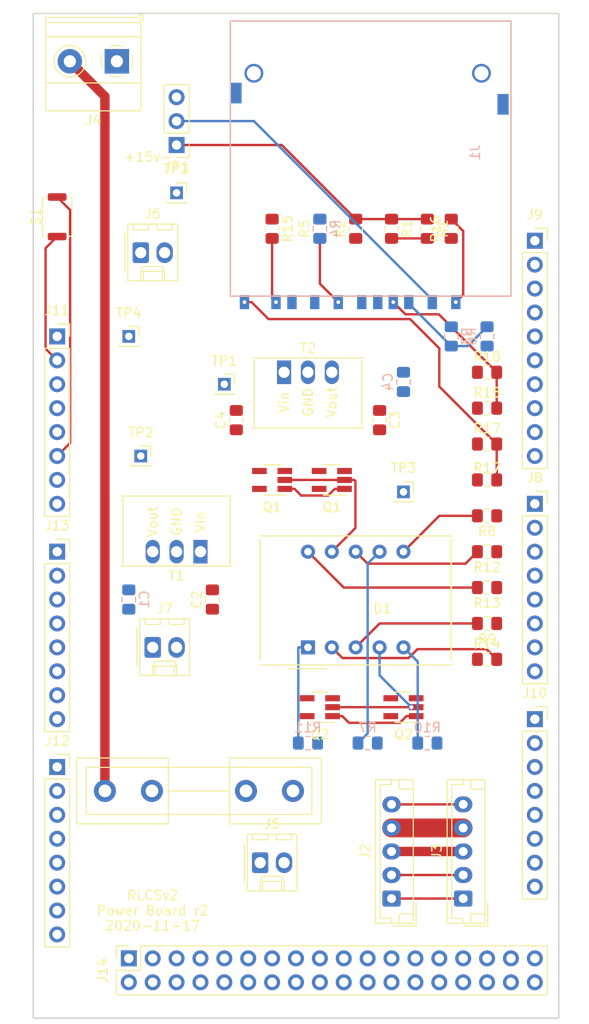
<source format=kicad_pcb>
(kicad_pcb (version 20171130) (host pcbnew "(5.1.4)-1")

  (general
    (thickness 1.6)
    (drawings 7)
    (tracks 97)
    (zones 0)
    (modules 55)
    (nets 70)
  )

  (page A4)
  (layers
    (0 F.Cu signal)
    (31 B.Cu signal)
    (32 B.Adhes user hide)
    (33 F.Adhes user)
    (34 B.Paste user hide)
    (35 F.Paste user)
    (36 B.SilkS user hide)
    (37 F.SilkS user)
    (38 B.Mask user hide)
    (39 F.Mask user hide)
    (40 Dwgs.User user hide)
    (41 Cmts.User user hide)
    (42 Eco1.User user hide)
    (43 Eco2.User user hide)
    (44 Edge.Cuts user)
    (45 Margin user)
    (46 B.CrtYd user)
    (47 F.CrtYd user)
    (48 B.Fab user)
    (49 F.Fab user)
  )

  (setup
    (last_trace_width 0.254)
    (trace_clearance 0.254)
    (zone_clearance 0.508)
    (zone_45_only no)
    (trace_min 0.2)
    (via_size 0.6)
    (via_drill 0.4)
    (via_min_size 0.4)
    (via_min_drill 0.3)
    (uvia_size 0.3)
    (uvia_drill 0.1)
    (uvias_allowed no)
    (uvia_min_size 0.2)
    (uvia_min_drill 0.1)
    (edge_width 0.15)
    (segment_width 0.2)
    (pcb_text_width 0.3)
    (pcb_text_size 1.5 1.5)
    (mod_edge_width 0.15)
    (mod_text_size 1 1)
    (mod_text_width 0.15)
    (pad_size 1.56 0.65)
    (pad_drill 0)
    (pad_to_mask_clearance 0.2)
    (aux_axis_origin 0 0)
    (visible_elements 7FFFFFFF)
    (pcbplotparams
      (layerselection 0x00020_00000000)
      (usegerberextensions false)
      (usegerberattributes false)
      (usegerberadvancedattributes false)
      (creategerberjobfile false)
      (excludeedgelayer true)
      (linewidth 0.100000)
      (plotframeref false)
      (viasonmask false)
      (mode 1)
      (useauxorigin false)
      (hpglpennumber 1)
      (hpglpenspeed 20)
      (hpglpendiameter 15.000000)
      (psnegative false)
      (psa4output false)
      (plotreference true)
      (plotvalue true)
      (plotinvisibletext false)
      (padsonsilk false)
      (subtractmaskfromsilk false)
      (outputformat 1)
      (mirror false)
      (drillshape 0)
      (scaleselection 1)
      (outputdirectory "../../gerbers/power_board_gerbers/"))
  )

  (net 0 "")
  (net 1 "Net-(AFF1-Pad1)")
  (net 2 "Net-(AFF1-Pad2)")
  (net 3 "Net-(AFF1-Pad3)")
  (net 4 "Net-(AFF1-Pad5)")
  (net 5 "Net-(AFF1-Pad6)")
  (net 6 "Net-(AFF1-Pad7)")
  (net 7 "Net-(AFF1-Pad8)")
  (net 8 "Net-(AFF1-Pad10)")
  (net 9 GND)
  (net 10 +3V3)
  (net 11 +5V)
  (net 12 "Net-(F1-Pad1)")
  (net 13 ARD_CON_SD_CD)
  (net 14 ARD_CON_SD_WP)
  (net 15 "Net-(J1-Pad8)")
  (net 16 "Net-(J1-Pad9)")
  (net 17 "Net-(J1-Pad1)")
  (net 18 ARD_CON_SD_MISO)
  (net 19 ARD_CON_SD_MOSI)
  (net 20 ARD_CON_SD_SCL)
  (net 21 ARD_CON_SD_SS)
  (net 22 ARD_CON_7SEG_D1)
  (net 23 ARD_CON_7SEG_D2)
  (net 24 "Net-(AFF1-Pad4)")
  (net 25 "Net-(AFF1-Pad9)")
  (net 26 "Net-(JP1-Pad1)")
  (net 27 "Net-(J1-Pad5)")
  (net 28 "Net-(J1-Pad2)")
  (net 29 +12V)
  (net 30 /SDA)
  (net 31 /SCL)
  (net 32 "Net-(J8-Pad7)")
  (net 33 "Net-(J8-Pad6)")
  (net 34 "Net-(J8-Pad5)")
  (net 35 "Net-(J8-Pad4)")
  (net 36 "Net-(J8-Pad3)")
  (net 37 "Net-(J8-Pad2)")
  (net 38 "Net-(J8-Pad1)")
  (net 39 "Net-(J9-Pad8)")
  (net 40 "Net-(J11-Pad7)")
  (net 41 "Net-(J11-Pad6)")
  (net 42 "Net-(J11-Pad5)")
  (net 43 "Net-(J11-Pad4)")
  (net 44 "Net-(J11-Pad3)")
  (net 45 "Net-(J11-Pad2)")
  (net 46 "Net-(J11-Pad1)")
  (net 47 "Net-(J14-Pad36)")
  (net 48 "Net-(J14-Pad35)")
  (net 49 "Net-(J14-Pad34)")
  (net 50 "Net-(J14-Pad33)")
  (net 51 "Net-(J14-Pad32)")
  (net 52 "Net-(J14-Pad31)")
  (net 53 "Net-(J14-Pad30)")
  (net 54 "Net-(J14-Pad29)")
  (net 55 "Net-(J14-Pad28)")
  (net 56 "Net-(J14-Pad27)")
  (net 57 "Net-(J14-Pad26)")
  (net 58 "Net-(J14-Pad25)")
  (net 59 "Net-(J14-Pad24)")
  (net 60 Sevenseg_G)
  (net 61 Sevenseg_F)
  (net 62 Sevenseg_E)
  (net 63 Sevenseg_D)
  (net 64 Sevenseg_C)
  (net 65 Sevenseg_B)
  (net 66 Sevenseg_A)
  (net 67 Sevenseg_DP)
  (net 68 "Net-(J9-Pad10)")
  (net 69 "Net-(J9-Pad9)")

  (net_class Default "This is the default net class."
    (clearance 0.254)
    (trace_width 0.254)
    (via_dia 0.6)
    (via_drill 0.4)
    (uvia_dia 0.3)
    (uvia_drill 0.1)
    (add_net +12V)
    (add_net /SCL)
    (add_net /SDA)
    (add_net ARD_CON_7SEG_D1)
    (add_net ARD_CON_7SEG_D2)
    (add_net ARD_CON_SD_CD)
    (add_net ARD_CON_SD_MISO)
    (add_net ARD_CON_SD_MOSI)
    (add_net ARD_CON_SD_SCL)
    (add_net ARD_CON_SD_SS)
    (add_net ARD_CON_SD_WP)
    (add_net "Net-(AFF1-Pad1)")
    (add_net "Net-(AFF1-Pad10)")
    (add_net "Net-(AFF1-Pad2)")
    (add_net "Net-(AFF1-Pad3)")
    (add_net "Net-(AFF1-Pad4)")
    (add_net "Net-(AFF1-Pad5)")
    (add_net "Net-(AFF1-Pad6)")
    (add_net "Net-(AFF1-Pad7)")
    (add_net "Net-(AFF1-Pad8)")
    (add_net "Net-(AFF1-Pad9)")
    (add_net "Net-(J1-Pad1)")
    (add_net "Net-(J1-Pad2)")
    (add_net "Net-(J1-Pad5)")
    (add_net "Net-(J1-Pad8)")
    (add_net "Net-(J1-Pad9)")
    (add_net "Net-(J11-Pad1)")
    (add_net "Net-(J11-Pad2)")
    (add_net "Net-(J11-Pad3)")
    (add_net "Net-(J11-Pad4)")
    (add_net "Net-(J11-Pad5)")
    (add_net "Net-(J11-Pad6)")
    (add_net "Net-(J11-Pad7)")
    (add_net "Net-(J14-Pad24)")
    (add_net "Net-(J14-Pad25)")
    (add_net "Net-(J14-Pad26)")
    (add_net "Net-(J14-Pad27)")
    (add_net "Net-(J14-Pad28)")
    (add_net "Net-(J14-Pad29)")
    (add_net "Net-(J14-Pad30)")
    (add_net "Net-(J14-Pad31)")
    (add_net "Net-(J14-Pad32)")
    (add_net "Net-(J14-Pad33)")
    (add_net "Net-(J14-Pad34)")
    (add_net "Net-(J14-Pad35)")
    (add_net "Net-(J14-Pad36)")
    (add_net "Net-(J8-Pad1)")
    (add_net "Net-(J8-Pad2)")
    (add_net "Net-(J8-Pad3)")
    (add_net "Net-(J8-Pad4)")
    (add_net "Net-(J8-Pad5)")
    (add_net "Net-(J8-Pad6)")
    (add_net "Net-(J8-Pad7)")
    (add_net "Net-(J9-Pad10)")
    (add_net "Net-(J9-Pad8)")
    (add_net "Net-(J9-Pad9)")
    (add_net "Net-(JP1-Pad1)")
    (add_net Sevenseg_A)
    (add_net Sevenseg_B)
    (add_net Sevenseg_C)
    (add_net Sevenseg_D)
    (add_net Sevenseg_DP)
    (add_net Sevenseg_E)
    (add_net Sevenseg_F)
    (add_net Sevenseg_G)
  )

  (net_class 15volt ""
    (clearance 0.254)
    (trace_width 1)
    (via_dia 2)
    (via_drill 1)
    (uvia_dia 0.3)
    (uvia_drill 0.1)
    (add_net GND)
  )

  (net_class battery ""
    (clearance 0.254)
    (trace_width 2)
    (via_dia 3)
    (via_drill 1.5)
    (uvia_dia 0.3)
    (uvia_drill 0.1)
    (add_net +3V3)
    (add_net +5V)
    (add_net "Net-(F1-Pad1)")
  )

  (module rlcs_power_footprints:SDCARD (layer B.Cu) (tedit 59C6C3C4) (tstamp 59C6CFCC)
    (at 128.27 91.61 90)
    (path /59B5C3D6)
    (fp_text reference J1 (at 15.875 11.43 90) (layer B.SilkS)
      (effects (font (size 1 1) (thickness 0.15)) (justify mirror))
    )
    (fp_text value SD_Card (at 7.62 -15.945 90) (layer B.Fab)
      (effects (font (size 1 1) (thickness 0.15)) (justify mirror))
    )
    (fp_line (start 29.845 -14.605) (end 29.845 15.24) (layer B.SilkS) (width 0.15))
    (fp_line (start 0.635 15.24) (end 29.845 15.24) (layer B.SilkS) (width 0.15))
    (fp_line (start 0.635 -14.605) (end 0.635 15.24) (layer B.SilkS) (width 0.15))
    (fp_line (start 29.845 -14.605) (end 0.635 -14.605) (layer B.SilkS) (width 0.15))
    (pad 13 smd rect (at 22.2 -14 90) (size 2.2 1.2) (layers B.Cu B.Paste B.Mask)
      (net 9 GND))
    (pad "" thru_hole circle (at 24.3 -12.1 90) (size 2 2) (drill 1.5) (layers *.Cu *.Mask))
    (pad 10 smd rect (at 0 2.725 90) (size 1.5 1) (layers B.Cu B.Paste B.Mask)
      (net 13 ARD_CON_SD_CD))
    (pad 11 smd rect (at 0 -13.1 90) (size 1.5 1) (layers B.Cu B.Paste B.Mask)
      (net 14 ARD_CON_SD_WP))
    (pad 5 smd rect (at 0 -3.125 90) (size 1.5 1) (layers B.Cu B.Paste B.Mask)
      (net 27 "Net-(J1-Pad5)"))
    (pad 8 smd rect (at 0 -9.75 90) (size 1.5 1) (layers B.Cu B.Paste B.Mask)
      (net 15 "Net-(J1-Pad8)"))
    (pad 6 smd rect (at 0 -5.625 90) (size 1.5 1) (layers B.Cu B.Paste B.Mask)
      (net 9 GND))
    (pad 2 smd rect (at 0 4.375 90) (size 1.5 1) (layers B.Cu B.Paste B.Mask)
      (net 28 "Net-(J1-Pad2)"))
    (pad 7 smd rect (at 0 -8.05 90) (size 1.5 1) (layers B.Cu B.Paste B.Mask)
      (net 18 ARD_CON_SD_MISO))
    (pad 3 smd rect (at 0 1.075 90) (size 1.5 1) (layers B.Cu B.Paste B.Mask)
      (net 9 GND))
    (pad 4 smd rect (at 0 -0.625 90) (size 1.5 1) (layers B.Cu B.Paste B.Mask)
      (net 10 +3V3))
    (pad 9 smd rect (at 0 9.375 90) (size 1.5 1) (layers B.Cu B.Paste B.Mask)
      (net 16 "Net-(J1-Pad9)"))
    (pad 1 smd rect (at 0 6.875 90) (size 1.5 1) (layers B.Cu B.Paste B.Mask)
      (net 17 "Net-(J1-Pad1)"))
    (pad "" thru_hole circle (at 24.3 12.1 90) (size 2 2) (drill 1.5) (layers *.Cu *.Mask))
    (pad 12 smd rect (at 21 14.4 90) (size 2.2 1.2) (layers B.Cu B.Paste B.Mask)
      (net 9 GND))
  )

  (module Connector_PinHeader_2.54mm:PinHeader_1x03_P2.54mm_Vertical (layer F.Cu) (tedit 59FED5CC) (tstamp 59C6D074)
    (at 107.95 74.93 180)
    (descr "Through hole straight pin header, 1x03, 2.54mm pitch, single row")
    (tags "Through hole pin header THT 1x03 2.54mm single row")
    (path /59C4FBF5)
    (fp_text reference JP1 (at 0 -2.33) (layer F.SilkS)
      (effects (font (size 1 1) (thickness 0.15)))
    )
    (fp_text value Jumper_NC_Dual (at 0 7.41) (layer F.Fab)
      (effects (font (size 1 1) (thickness 0.15)))
    )
    (fp_text user %R (at 0 2.54 90) (layer F.Fab)
      (effects (font (size 1 1) (thickness 0.15)))
    )
    (fp_line (start 1.8 -1.8) (end -1.8 -1.8) (layer F.CrtYd) (width 0.05))
    (fp_line (start 1.8 6.85) (end 1.8 -1.8) (layer F.CrtYd) (width 0.05))
    (fp_line (start -1.8 6.85) (end 1.8 6.85) (layer F.CrtYd) (width 0.05))
    (fp_line (start -1.8 -1.8) (end -1.8 6.85) (layer F.CrtYd) (width 0.05))
    (fp_line (start -1.33 -1.33) (end 0 -1.33) (layer F.SilkS) (width 0.12))
    (fp_line (start -1.33 0) (end -1.33 -1.33) (layer F.SilkS) (width 0.12))
    (fp_line (start -1.33 1.27) (end 1.33 1.27) (layer F.SilkS) (width 0.12))
    (fp_line (start 1.33 1.27) (end 1.33 6.41) (layer F.SilkS) (width 0.12))
    (fp_line (start -1.33 1.27) (end -1.33 6.41) (layer F.SilkS) (width 0.12))
    (fp_line (start -1.33 6.41) (end 1.33 6.41) (layer F.SilkS) (width 0.12))
    (fp_line (start -1.27 -0.635) (end -0.635 -1.27) (layer F.Fab) (width 0.1))
    (fp_line (start -1.27 6.35) (end -1.27 -0.635) (layer F.Fab) (width 0.1))
    (fp_line (start 1.27 6.35) (end -1.27 6.35) (layer F.Fab) (width 0.1))
    (fp_line (start 1.27 -1.27) (end 1.27 6.35) (layer F.Fab) (width 0.1))
    (fp_line (start -0.635 -1.27) (end 1.27 -1.27) (layer F.Fab) (width 0.1))
    (pad 3 thru_hole oval (at 0 5.08 180) (size 1.7 1.7) (drill 1) (layers *.Cu *.Mask)
      (net 9 GND))
    (pad 2 thru_hole oval (at 0 2.54 180) (size 1.7 1.7) (drill 1) (layers *.Cu *.Mask)
      (net 17 "Net-(J1-Pad1)"))
    (pad 1 thru_hole rect (at 0 0 180) (size 1.7 1.7) (drill 1) (layers *.Cu *.Mask)
      (net 26 "Net-(JP1-Pad1)"))
    (model ${KISYS3DMOD}/Connector_PinHeader_2.54mm.3dshapes/PinHeader_1x03_P2.54mm_Vertical.wrl
      (at (xyz 0 0 0))
      (scale (xyz 1 1 1))
      (rotate (xyz 0 0 0))
    )
  )

  (module Button_Switch_SMD:SW_Push_SPST_NO_Alps_SKRK (layer F.Cu) (tedit 5C2A8900) (tstamp 5F313BB3)
    (at 95.25 82.55 90)
    (descr http://www.alps.com/prod/info/E/HTML/Tact/SurfaceMount/SKRK/SKRKAHE020.html)
    (tags "SMD SMT button")
    (path /59C6DB4C/5EB5D71A)
    (attr smd)
    (fp_text reference S1 (at 0 -2.25 90) (layer F.SilkS)
      (effects (font (size 1 1) (thickness 0.15)))
    )
    (fp_text value SW_Push (at 0 2.5 90) (layer F.Fab)
      (effects (font (size 1 1) (thickness 0.15)))
    )
    (fp_line (start 2.07 -1.57) (end 2.07 -1.27) (layer F.SilkS) (width 0.12))
    (fp_line (start -2.07 1.57) (end -2.07 1.27) (layer F.SilkS) (width 0.12))
    (fp_line (start 1.95 -1.45) (end 1.95 1.45) (layer F.Fab) (width 0.1))
    (fp_line (start -1.95 -1.45) (end 1.95 -1.45) (layer F.Fab) (width 0.1))
    (fp_line (start -1.95 1.45) (end -1.95 -1.45) (layer F.Fab) (width 0.1))
    (fp_line (start 1.95 1.45) (end -1.95 1.45) (layer F.Fab) (width 0.1))
    (fp_line (start -2.75 1.7) (end -2.75 -1.7) (layer F.CrtYd) (width 0.05))
    (fp_line (start 2.75 1.7) (end -2.75 1.7) (layer F.CrtYd) (width 0.05))
    (fp_line (start 2.75 -1.7) (end 2.75 1.7) (layer F.CrtYd) (width 0.05))
    (fp_line (start -2.75 -1.7) (end 2.75 -1.7) (layer F.CrtYd) (width 0.05))
    (fp_text user %R (at 0 0 90) (layer F.Fab)
      (effects (font (size 1 1) (thickness 0.15)))
    )
    (fp_circle (center 0 0) (end 1 0) (layer F.Fab) (width 0.1))
    (fp_line (start -2.07 -1.27) (end -2.07 -1.57) (layer F.SilkS) (width 0.12))
    (fp_line (start 2.07 1.57) (end -2.07 1.57) (layer F.SilkS) (width 0.12))
    (fp_line (start 2.07 1.27) (end 2.07 1.57) (layer F.SilkS) (width 0.12))
    (fp_line (start -2.07 -1.57) (end 2.07 -1.57) (layer F.SilkS) (width 0.12))
    (pad 1 smd roundrect (at -2.1 0 90) (size 0.8 2) (layers F.Cu F.Paste F.Mask) (roundrect_rratio 0.25)
      (net 45 "Net-(J11-Pad2)"))
    (pad 2 smd roundrect (at 2.1 0 90) (size 0.8 2) (layers F.Cu F.Paste F.Mask) (roundrect_rratio 0.25)
      (net 41 "Net-(J11-Pad6)"))
    (model ${KISYS3DMOD}/Button_Switch_SMD.3dshapes/SW_Push_SPST_NO_Alps_SKRK.wrl
      (at (xyz 0 0 0))
      (scale (xyz 1 1 1))
      (rotate (xyz 0 0 0))
    )
  )

  (module Connector_PinSocket_2.54mm:PinSocket_1x10_P2.54mm_Vertical (layer F.Cu) (tedit 5A19A425) (tstamp 5F759BEE)
    (at 146.05 85.09)
    (descr "Through hole straight socket strip, 1x10, 2.54mm pitch, single row (from Kicad 4.0.7), script generated")
    (tags "Through hole socket strip THT 1x10 2.54mm single row")
    (path /59C6DB4C/5E7B5F51)
    (fp_text reference J9 (at 0 -2.77) (layer F.SilkS)
      (effects (font (size 1 1) (thickness 0.15)))
    )
    (fp_text value conn_8_to_13 (at 0 25.63) (layer F.Fab)
      (effects (font (size 1 1) (thickness 0.15)))
    )
    (fp_text user %R (at 0 11.43 90) (layer F.Fab)
      (effects (font (size 1 1) (thickness 0.15)))
    )
    (fp_line (start -1.8 24.6) (end -1.8 -1.8) (layer F.CrtYd) (width 0.05))
    (fp_line (start 1.75 24.6) (end -1.8 24.6) (layer F.CrtYd) (width 0.05))
    (fp_line (start 1.75 -1.8) (end 1.75 24.6) (layer F.CrtYd) (width 0.05))
    (fp_line (start -1.8 -1.8) (end 1.75 -1.8) (layer F.CrtYd) (width 0.05))
    (fp_line (start 0 -1.33) (end 1.33 -1.33) (layer F.SilkS) (width 0.12))
    (fp_line (start 1.33 -1.33) (end 1.33 0) (layer F.SilkS) (width 0.12))
    (fp_line (start 1.33 1.27) (end 1.33 24.19) (layer F.SilkS) (width 0.12))
    (fp_line (start -1.33 24.19) (end 1.33 24.19) (layer F.SilkS) (width 0.12))
    (fp_line (start -1.33 1.27) (end -1.33 24.19) (layer F.SilkS) (width 0.12))
    (fp_line (start -1.33 1.27) (end 1.33 1.27) (layer F.SilkS) (width 0.12))
    (fp_line (start -1.27 24.13) (end -1.27 -1.27) (layer F.Fab) (width 0.1))
    (fp_line (start 1.27 24.13) (end -1.27 24.13) (layer F.Fab) (width 0.1))
    (fp_line (start 1.27 -0.635) (end 1.27 24.13) (layer F.Fab) (width 0.1))
    (fp_line (start 0.635 -1.27) (end 1.27 -0.635) (layer F.Fab) (width 0.1))
    (fp_line (start -1.27 -1.27) (end 0.635 -1.27) (layer F.Fab) (width 0.1))
    (pad 10 thru_hole oval (at 0 22.86) (size 1.7 1.7) (drill 1) (layers *.Cu *.Mask)
      (net 68 "Net-(J9-Pad10)"))
    (pad 9 thru_hole oval (at 0 20.32) (size 1.7 1.7) (drill 1) (layers *.Cu *.Mask)
      (net 69 "Net-(J9-Pad9)"))
    (pad 8 thru_hole oval (at 0 17.78) (size 1.7 1.7) (drill 1) (layers *.Cu *.Mask)
      (net 39 "Net-(J9-Pad8)"))
    (pad 7 thru_hole oval (at 0 15.24) (size 1.7 1.7) (drill 1) (layers *.Cu *.Mask))
    (pad 6 thru_hole oval (at 0 12.7) (size 1.7 1.7) (drill 1) (layers *.Cu *.Mask))
    (pad 5 thru_hole oval (at 0 10.16) (size 1.7 1.7) (drill 1) (layers *.Cu *.Mask))
    (pad 4 thru_hole oval (at 0 7.62) (size 1.7 1.7) (drill 1) (layers *.Cu *.Mask))
    (pad 3 thru_hole oval (at 0 5.08) (size 1.7 1.7) (drill 1) (layers *.Cu *.Mask))
    (pad 2 thru_hole oval (at 0 2.54) (size 1.7 1.7) (drill 1) (layers *.Cu *.Mask))
    (pad 1 thru_hole rect (at 0 0) (size 1.7 1.7) (drill 1) (layers *.Cu *.Mask))
    (model ${KISYS3DMOD}/Connector_PinSocket_2.54mm.3dshapes/PinSocket_1x10_P2.54mm_Vertical.wrl
      (at (xyz 0 0 0))
      (scale (xyz 1 1 1))
      (rotate (xyz 0 0 0))
    )
  )

  (module Connector_JST:JST_EH_B5B-EH-A_1x05_P2.50mm_Vertical (layer F.Cu) (tedit 5C28142C) (tstamp 59C6DB6B)
    (at 138.43 154.94 90)
    (descr "JST EH series connector, B5B-EH-A (http://www.jst-mfg.com/product/pdf/eng/eEH.pdf), generated with kicad-footprint-generator")
    (tags "connector JST EH vertical")
    (path /5EE7917B)
    (fp_text reference J3 (at 5 -2.8 90) (layer F.SilkS)
      (effects (font (size 1 1) (thickness 0.15)))
    )
    (fp_text value Conn_01x05_Male (at 5 3.4 90) (layer F.Fab)
      (effects (font (size 1 1) (thickness 0.15)))
    )
    (fp_text user %R (at 5 1.5 90) (layer F.Fab)
      (effects (font (size 1 1) (thickness 0.15)))
    )
    (fp_line (start -2.91 2.61) (end -0.41 2.61) (layer F.Fab) (width 0.1))
    (fp_line (start -2.91 0.11) (end -2.91 2.61) (layer F.Fab) (width 0.1))
    (fp_line (start -2.91 2.61) (end -0.41 2.61) (layer F.SilkS) (width 0.12))
    (fp_line (start -2.91 0.11) (end -2.91 2.61) (layer F.SilkS) (width 0.12))
    (fp_line (start 11.61 0.81) (end 11.61 2.31) (layer F.SilkS) (width 0.12))
    (fp_line (start 12.61 0.81) (end 11.61 0.81) (layer F.SilkS) (width 0.12))
    (fp_line (start -1.61 0.81) (end -1.61 2.31) (layer F.SilkS) (width 0.12))
    (fp_line (start -2.61 0.81) (end -1.61 0.81) (layer F.SilkS) (width 0.12))
    (fp_line (start 12.11 0) (end 12.61 0) (layer F.SilkS) (width 0.12))
    (fp_line (start 12.11 -1.21) (end 12.11 0) (layer F.SilkS) (width 0.12))
    (fp_line (start -2.11 -1.21) (end 12.11 -1.21) (layer F.SilkS) (width 0.12))
    (fp_line (start -2.11 0) (end -2.11 -1.21) (layer F.SilkS) (width 0.12))
    (fp_line (start -2.61 0) (end -2.11 0) (layer F.SilkS) (width 0.12))
    (fp_line (start 12.61 -1.71) (end -2.61 -1.71) (layer F.SilkS) (width 0.12))
    (fp_line (start 12.61 2.31) (end 12.61 -1.71) (layer F.SilkS) (width 0.12))
    (fp_line (start -2.61 2.31) (end 12.61 2.31) (layer F.SilkS) (width 0.12))
    (fp_line (start -2.61 -1.71) (end -2.61 2.31) (layer F.SilkS) (width 0.12))
    (fp_line (start 13 -2.1) (end -3 -2.1) (layer F.CrtYd) (width 0.05))
    (fp_line (start 13 2.7) (end 13 -2.1) (layer F.CrtYd) (width 0.05))
    (fp_line (start -3 2.7) (end 13 2.7) (layer F.CrtYd) (width 0.05))
    (fp_line (start -3 -2.1) (end -3 2.7) (layer F.CrtYd) (width 0.05))
    (fp_line (start 12.5 -1.6) (end -2.5 -1.6) (layer F.Fab) (width 0.1))
    (fp_line (start 12.5 2.2) (end 12.5 -1.6) (layer F.Fab) (width 0.1))
    (fp_line (start -2.5 2.2) (end 12.5 2.2) (layer F.Fab) (width 0.1))
    (fp_line (start -2.5 -1.6) (end -2.5 2.2) (layer F.Fab) (width 0.1))
    (pad 5 thru_hole oval (at 10 0 90) (size 1.7 1.95) (drill 0.95) (layers *.Cu *.Mask)
      (net 29 +12V))
    (pad 4 thru_hole oval (at 7.5 0 90) (size 1.7 1.95) (drill 0.95) (layers *.Cu *.Mask)
      (net 11 +5V))
    (pad 3 thru_hole oval (at 5 0 90) (size 1.7 1.95) (drill 0.95) (layers *.Cu *.Mask)
      (net 9 GND))
    (pad 2 thru_hole oval (at 2.5 0 90) (size 1.7 1.95) (drill 0.95) (layers *.Cu *.Mask)
      (net 31 /SCL))
    (pad 1 thru_hole roundrect (at 0 0 90) (size 1.7 1.95) (drill 0.95) (layers *.Cu *.Mask) (roundrect_rratio 0.147059)
      (net 30 /SDA))
    (model ${KISYS3DMOD}/Connector_JST.3dshapes/JST_EH_B5B-EH-A_1x05_P2.50mm_Vertical.wrl
      (at (xyz 0 0 0))
      (scale (xyz 1 1 1))
      (rotate (xyz 0 0 0))
    )
  )

  (module Connector_JST:JST_EH_B5B-EH-A_1x05_P2.50mm_Vertical (layer F.Cu) (tedit 5C28142C) (tstamp 59C6CFE0)
    (at 130.81 154.94 90)
    (descr "JST EH series connector, B5B-EH-A (http://www.jst-mfg.com/product/pdf/eng/eEH.pdf), generated with kicad-footprint-generator")
    (tags "connector JST EH vertical")
    (path /5EE77E1A)
    (fp_text reference J2 (at 5 -2.8 90) (layer F.SilkS)
      (effects (font (size 1 1) (thickness 0.15)))
    )
    (fp_text value Conn_01x05_Male (at 5 3.4 90) (layer F.Fab)
      (effects (font (size 1 1) (thickness 0.15)))
    )
    (fp_text user %R (at 4.95 1.5 90) (layer F.Fab)
      (effects (font (size 1 1) (thickness 0.15)))
    )
    (fp_line (start -2.91 2.61) (end -0.41 2.61) (layer F.Fab) (width 0.1))
    (fp_line (start -2.91 0.11) (end -2.91 2.61) (layer F.Fab) (width 0.1))
    (fp_line (start -2.91 2.61) (end -0.41 2.61) (layer F.SilkS) (width 0.12))
    (fp_line (start -2.91 0.11) (end -2.91 2.61) (layer F.SilkS) (width 0.12))
    (fp_line (start 11.61 0.81) (end 11.61 2.31) (layer F.SilkS) (width 0.12))
    (fp_line (start 12.61 0.81) (end 11.61 0.81) (layer F.SilkS) (width 0.12))
    (fp_line (start -1.61 0.81) (end -1.61 2.31) (layer F.SilkS) (width 0.12))
    (fp_line (start -2.61 0.81) (end -1.61 0.81) (layer F.SilkS) (width 0.12))
    (fp_line (start 12.11 0) (end 12.61 0) (layer F.SilkS) (width 0.12))
    (fp_line (start 12.11 -1.21) (end 12.11 0) (layer F.SilkS) (width 0.12))
    (fp_line (start -2.11 -1.21) (end 12.11 -1.21) (layer F.SilkS) (width 0.12))
    (fp_line (start -2.11 0) (end -2.11 -1.21) (layer F.SilkS) (width 0.12))
    (fp_line (start -2.61 0) (end -2.11 0) (layer F.SilkS) (width 0.12))
    (fp_line (start 12.61 -1.71) (end -2.61 -1.71) (layer F.SilkS) (width 0.12))
    (fp_line (start 12.61 2.31) (end 12.61 -1.71) (layer F.SilkS) (width 0.12))
    (fp_line (start -2.61 2.31) (end 12.61 2.31) (layer F.SilkS) (width 0.12))
    (fp_line (start -2.61 -1.71) (end -2.61 2.31) (layer F.SilkS) (width 0.12))
    (fp_line (start 13 -2.1) (end -3 -2.1) (layer F.CrtYd) (width 0.05))
    (fp_line (start 13 2.7) (end 13 -2.1) (layer F.CrtYd) (width 0.05))
    (fp_line (start -3 2.7) (end 13 2.7) (layer F.CrtYd) (width 0.05))
    (fp_line (start -3 -2.1) (end -3 2.7) (layer F.CrtYd) (width 0.05))
    (fp_line (start 12.5 -1.6) (end -2.5 -1.6) (layer F.Fab) (width 0.1))
    (fp_line (start 12.5 2.2) (end 12.5 -1.6) (layer F.Fab) (width 0.1))
    (fp_line (start -2.5 2.2) (end 12.5 2.2) (layer F.Fab) (width 0.1))
    (fp_line (start -2.5 -1.6) (end -2.5 2.2) (layer F.Fab) (width 0.1))
    (pad 5 thru_hole oval (at 10 0 90) (size 1.7 1.95) (drill 0.95) (layers *.Cu *.Mask)
      (net 29 +12V))
    (pad 4 thru_hole oval (at 7.5 0 90) (size 1.7 1.95) (drill 0.95) (layers *.Cu *.Mask)
      (net 11 +5V))
    (pad 3 thru_hole oval (at 5 0 90) (size 1.7 1.95) (drill 0.95) (layers *.Cu *.Mask)
      (net 9 GND))
    (pad 2 thru_hole oval (at 2.5 0 90) (size 1.7 1.95) (drill 0.95) (layers *.Cu *.Mask)
      (net 31 /SCL))
    (pad 1 thru_hole roundrect (at 0 0 90) (size 1.7 1.95) (drill 0.95) (layers *.Cu *.Mask) (roundrect_rratio 0.147059)
      (net 30 /SDA))
    (model ${KISYS3DMOD}/Connector_JST.3dshapes/JST_EH_B5B-EH-A_1x05_P2.50mm_Vertical.wrl
      (at (xyz 0 0 0))
      (scale (xyz 1 1 1))
      (rotate (xyz 0 0 0))
    )
  )

  (module rlcs_power:LTD-4608JR (layer F.Cu) (tedit 59C83089) (tstamp 59C6CF23)
    (at 121.92 128.27 90)
    (descr http://www.everlight.com/file/ProductFile/D426SYGWA-S530-E2.pdf)
    (tags "Double digit 7 segment brilliant yellow green LED")
    (path /59C5BADA)
    (fp_text reference AFF1 (at 0.2 -6.2 90) (layer F.SilkS) hide
      (effects (font (size 1 1) (thickness 0.15)))
    )
    (fp_text value LTD-4608JR (at 3.2 16.4 90) (layer F.Fab)
      (effects (font (size 1 1) (thickness 0.15)))
    )
    (fp_line (start -1.27 -5.08) (end 11.43 -5.08) (layer F.SilkS) (width 0.15))
    (fp_line (start 11.43 15.24) (end -1.27 15.24) (layer F.SilkS) (width 0.15))
    (fp_line (start -1.27 15.24) (end 11.43 15.24) (layer F.SilkS) (width 0.15))
    (fp_line (start 11.43 15.24) (end -1.27 15.24) (layer F.SilkS) (width 0.15))
    (fp_line (start -1.27 15.24) (end 11.43 15.24) (layer F.SilkS) (width 0.15))
    (fp_line (start 11.43 15.24) (end -1.27 15.24) (layer F.SilkS) (width 0.15))
    (fp_line (start -1.27 15.24) (end 11.43 15.24) (layer F.SilkS) (width 0.15))
    (fp_line (start -0.75 0) (end -1.75 -1) (layer F.Fab) (width 0.1))
    (fp_line (start -1.75 -1) (end -1.75 -5.02) (layer F.Fab) (width 0.1))
    (fp_line (start -2.25 -2) (end -2.25 2) (layer F.SilkS) (width 0.12))
    (fp_line (start -2 -5.27) (end 14.5 -5.27) (layer F.CrtYd) (width 0.05))
    (fp_line (start 14.5 -5.27) (end 14.5 15.43) (layer F.CrtYd) (width 0.05))
    (fp_line (start 14.5 15.43) (end -2 15.43) (layer F.CrtYd) (width 0.05))
    (fp_line (start -2 15.43) (end -2 -5.27) (layer F.CrtYd) (width 0.05))
    (fp_line (start -1.75 1) (end -0.75 0) (layer F.Fab) (width 0.1))
    (fp_line (start 11.83 -5.14) (end 11.83 15.3) (layer F.SilkS) (width 0.12))
    (fp_line (start -1.87 15.3) (end -1.87 -5.14) (layer F.SilkS) (width 0.12))
    (fp_line (start 11.71 -5.02) (end 11.71 15.18) (layer F.Fab) (width 0.1))
    (fp_line (start -1.75 15.18) (end -1.75 1) (layer F.Fab) (width 0.1))
    (fp_text user %R (at 7 5 90) (layer F.Fab)
      (effects (font (size 1 1) (thickness 0.15)))
    )
    (pad 1 thru_hole rect (at 0 0 90) (size 1.5 1.5) (drill 0.8) (layers *.Cu *.Mask)
      (net 1 "Net-(AFF1-Pad1)"))
    (pad 2 thru_hole circle (at 0 2.54 90) (size 1.5 1.5) (drill 0.8) (layers *.Cu *.Mask)
      (net 2 "Net-(AFF1-Pad2)"))
    (pad 3 thru_hole circle (at 0 5.08 90) (size 1.5 1.5) (drill 0.8) (layers *.Cu *.Mask)
      (net 3 "Net-(AFF1-Pad3)"))
    (pad 4 thru_hole circle (at 0 7.62 90) (size 1.5 1.5) (drill 0.8) (layers *.Cu *.Mask)
      (net 24 "Net-(AFF1-Pad4)"))
    (pad 5 thru_hole circle (at 0 10.16 90) (size 1.5 1.5) (drill 0.8) (layers *.Cu *.Mask)
      (net 4 "Net-(AFF1-Pad5)"))
    (pad 6 thru_hole circle (at 10.16 10.16 90) (size 1.5 1.5) (drill 0.8) (layers *.Cu *.Mask)
      (net 5 "Net-(AFF1-Pad6)"))
    (pad 7 thru_hole circle (at 10.16 7.62 90) (size 1.5 1.5) (drill 0.8) (layers *.Cu *.Mask)
      (net 6 "Net-(AFF1-Pad7)"))
    (pad 8 thru_hole circle (at 10.16 5.08 90) (size 1.5 1.5) (drill 0.8) (layers *.Cu *.Mask)
      (net 7 "Net-(AFF1-Pad8)"))
    (pad 9 thru_hole circle (at 10.16 2.54 90) (size 1.5 1.5) (drill 0.8) (layers *.Cu *.Mask)
      (net 25 "Net-(AFF1-Pad9)"))
    (pad 10 thru_hole circle (at 10.16 0 90) (size 1.5 1.5) (drill 0.8) (layers *.Cu *.Mask)
      (net 8 "Net-(AFF1-Pad10)"))
    (model ${KISYS3DMOD}/Displays_7-Segment.3dshapes/ELD_426XXXX.wrl
      (at (xyz 0 0 0))
      (scale (xyz 1 1 1))
      (rotate (xyz 0 0 0))
    )
  )

  (module Resistor_SMD:R_0805_2012Metric_Pad1.15x1.40mm_HandSolder (layer B.Cu) (tedit 5B36C52B) (tstamp 59C6D16D)
    (at 140.97 95.25 270)
    (descr "Resistor SMD 0805 (2012 Metric), square (rectangular) end terminal, IPC_7351 nominal with elongated pad for handsoldering. (Body size source: https://docs.google.com/spreadsheets/d/1BsfQQcO9C6DZCsRaXUlFlo91Tg2WpOkGARC1WS5S8t0/edit?usp=sharing), generated with kicad-footprint-generator")
    (tags "resistor handsolder")
    (path /5A5952A0)
    (attr smd)
    (fp_text reference R6 (at 0 1.65 90) (layer B.SilkS)
      (effects (font (size 1 1) (thickness 0.15)) (justify mirror))
    )
    (fp_text value 20K (at 0 -1.65 90) (layer B.Fab)
      (effects (font (size 1 1) (thickness 0.15)) (justify mirror))
    )
    (fp_text user %R (at 0 0 90) (layer B.Fab)
      (effects (font (size 0.5 0.5) (thickness 0.08)) (justify mirror))
    )
    (fp_line (start 1.85 -0.95) (end -1.85 -0.95) (layer B.CrtYd) (width 0.05))
    (fp_line (start 1.85 0.95) (end 1.85 -0.95) (layer B.CrtYd) (width 0.05))
    (fp_line (start -1.85 0.95) (end 1.85 0.95) (layer B.CrtYd) (width 0.05))
    (fp_line (start -1.85 -0.95) (end -1.85 0.95) (layer B.CrtYd) (width 0.05))
    (fp_line (start -0.261252 -0.71) (end 0.261252 -0.71) (layer B.SilkS) (width 0.12))
    (fp_line (start -0.261252 0.71) (end 0.261252 0.71) (layer B.SilkS) (width 0.12))
    (fp_line (start 1 -0.6) (end -1 -0.6) (layer B.Fab) (width 0.1))
    (fp_line (start 1 0.6) (end 1 -0.6) (layer B.Fab) (width 0.1))
    (fp_line (start -1 0.6) (end 1 0.6) (layer B.Fab) (width 0.1))
    (fp_line (start -1 -0.6) (end -1 0.6) (layer B.Fab) (width 0.1))
    (pad 2 smd roundrect (at 1.025 0 270) (size 1.15 1.4) (layers B.Cu B.Paste B.Mask) (roundrect_rratio 0.217391)
      (net 9 GND))
    (pad 1 smd roundrect (at -1.025 0 270) (size 1.15 1.4) (layers B.Cu B.Paste B.Mask) (roundrect_rratio 0.217391)
      (net 28 "Net-(J1-Pad2)"))
    (model ${KISYS3DMOD}/Resistor_SMD.3dshapes/R_0805_2012Metric.wrl
      (at (xyz 0 0 0))
      (scale (xyz 1 1 1))
      (rotate (xyz 0 0 0))
    )
  )

  (module Connector_PinSocket_2.00mm:PinSocket_1x01_P2.00mm_Vertical (layer F.Cu) (tedit 5A19A430) (tstamp 59C6D35C)
    (at 102.87 95.25)
    (descr "Through hole straight socket strip, 1x01, 2.00mm pitch, single row (from Kicad 4.0.7), script generated")
    (tags "Through hole socket strip THT 1x01 2.00mm single row")
    (path /59C76133)
    (fp_text reference TP4 (at 0 -2.5) (layer F.SilkS)
      (effects (font (size 1 1) (thickness 0.15)))
    )
    (fp_text value 5v_test (at 0 2.5) (layer F.Fab)
      (effects (font (size 1 1) (thickness 0.15)))
    )
    (fp_text user %R (at 0 0) (layer F.Fab)
      (effects (font (size 1 1) (thickness 0.15)))
    )
    (fp_line (start -1.5 1.5) (end -1.5 -1.5) (layer F.CrtYd) (width 0.05))
    (fp_line (start 1.5 1.5) (end -1.5 1.5) (layer F.CrtYd) (width 0.05))
    (fp_line (start 1.5 -1.5) (end 1.5 1.5) (layer F.CrtYd) (width 0.05))
    (fp_line (start -1.5 -1.5) (end 1.5 -1.5) (layer F.CrtYd) (width 0.05))
    (fp_line (start 0 -1.06) (end 1.06 -1.06) (layer F.SilkS) (width 0.12))
    (fp_line (start 1.06 -1.06) (end 1.06 0) (layer F.SilkS) (width 0.12))
    (fp_line (start 1.06 0.94) (end 1.06 1.06) (layer F.SilkS) (width 0.12))
    (fp_line (start -1.06 0.94) (end -1.06 1.06) (layer F.SilkS) (width 0.12))
    (fp_line (start -1.06 1.06) (end 1.06 1.06) (layer F.SilkS) (width 0.12))
    (fp_line (start -1 1) (end -1 -1) (layer F.Fab) (width 0.1))
    (fp_line (start 1 1) (end -1 1) (layer F.Fab) (width 0.1))
    (fp_line (start 1 -0.5) (end 1 1) (layer F.Fab) (width 0.1))
    (fp_line (start 0.5 -1) (end 1 -0.5) (layer F.Fab) (width 0.1))
    (fp_line (start -1 -1) (end 0.5 -1) (layer F.Fab) (width 0.1))
    (pad 1 thru_hole rect (at 0 0) (size 1.35 1.35) (drill 0.8) (layers *.Cu *.Mask)
      (net 11 +5V))
    (model ${KISYS3DMOD}/Connector_PinSocket_2.00mm.3dshapes/PinSocket_1x01_P2.00mm_Vertical.wrl
      (at (xyz 0 0 0))
      (scale (xyz 1 1 1))
      (rotate (xyz 0 0 0))
    )
  )

  (module Connector_PinSocket_2.00mm:PinSocket_1x01_P2.00mm_Vertical (layer F.Cu) (tedit 5A19A430) (tstamp 59C6D348)
    (at 107.95 80.01)
    (descr "Through hole straight socket strip, 1x01, 2.00mm pitch, single row (from Kicad 4.0.7), script generated")
    (tags "Through hole socket strip THT 1x01 2.00mm single row")
    (path /59C761F8)
    (fp_text reference TP3 (at 0 -2.5) (layer F.SilkS)
      (effects (font (size 1 1) (thickness 0.15)))
    )
    (fp_text value GND_test (at 0 2.5) (layer F.Fab)
      (effects (font (size 1 1) (thickness 0.15)))
    )
    (fp_text user %R (at 0 0) (layer F.Fab)
      (effects (font (size 1 1) (thickness 0.15)))
    )
    (fp_line (start -1.5 1.5) (end -1.5 -1.5) (layer F.CrtYd) (width 0.05))
    (fp_line (start 1.5 1.5) (end -1.5 1.5) (layer F.CrtYd) (width 0.05))
    (fp_line (start 1.5 -1.5) (end 1.5 1.5) (layer F.CrtYd) (width 0.05))
    (fp_line (start -1.5 -1.5) (end 1.5 -1.5) (layer F.CrtYd) (width 0.05))
    (fp_line (start 0 -1.06) (end 1.06 -1.06) (layer F.SilkS) (width 0.12))
    (fp_line (start 1.06 -1.06) (end 1.06 0) (layer F.SilkS) (width 0.12))
    (fp_line (start 1.06 0.94) (end 1.06 1.06) (layer F.SilkS) (width 0.12))
    (fp_line (start -1.06 0.94) (end -1.06 1.06) (layer F.SilkS) (width 0.12))
    (fp_line (start -1.06 1.06) (end 1.06 1.06) (layer F.SilkS) (width 0.12))
    (fp_line (start -1 1) (end -1 -1) (layer F.Fab) (width 0.1))
    (fp_line (start 1 1) (end -1 1) (layer F.Fab) (width 0.1))
    (fp_line (start 1 -0.5) (end 1 1) (layer F.Fab) (width 0.1))
    (fp_line (start 0.5 -1) (end 1 -0.5) (layer F.Fab) (width 0.1))
    (fp_line (start -1 -1) (end 0.5 -1) (layer F.Fab) (width 0.1))
    (pad 1 thru_hole rect (at 0 0) (size 1.35 1.35) (drill 0.8) (layers *.Cu *.Mask)
      (net 9 GND))
    (model ${KISYS3DMOD}/Connector_PinSocket_2.00mm.3dshapes/PinSocket_1x01_P2.00mm_Vertical.wrl
      (at (xyz 0 0 0))
      (scale (xyz 1 1 1))
      (rotate (xyz 0 0 0))
    )
  )

  (module Connector_PinSocket_2.00mm:PinSocket_1x01_P2.00mm_Vertical (layer F.Cu) (tedit 5A19A430) (tstamp 59C6D334)
    (at 104.14 107.95)
    (descr "Through hole straight socket strip, 1x01, 2.00mm pitch, single row (from Kicad 4.0.7), script generated")
    (tags "Through hole socket strip THT 1x01 2.00mm single row")
    (path /59C75B60)
    (fp_text reference TP2 (at 0 -2.5) (layer F.SilkS)
      (effects (font (size 1 1) (thickness 0.15)))
    )
    (fp_text value 3v3_test (at 0 2.5) (layer F.Fab)
      (effects (font (size 1 1) (thickness 0.15)))
    )
    (fp_line (start -1.5 1.5) (end -1.5 -1.5) (layer F.CrtYd) (width 0.05))
    (fp_line (start 1.5 1.5) (end -1.5 1.5) (layer F.CrtYd) (width 0.05))
    (fp_line (start 1.5 -1.5) (end 1.5 1.5) (layer F.CrtYd) (width 0.05))
    (fp_line (start -1.5 -1.5) (end 1.5 -1.5) (layer F.CrtYd) (width 0.05))
    (fp_line (start 0 -1.06) (end 1.06 -1.06) (layer F.SilkS) (width 0.12))
    (fp_line (start 1.06 -1.06) (end 1.06 0) (layer F.SilkS) (width 0.12))
    (fp_line (start 1.06 0.94) (end 1.06 1.06) (layer F.SilkS) (width 0.12))
    (fp_line (start -1.06 0.94) (end -1.06 1.06) (layer F.SilkS) (width 0.12))
    (fp_line (start -1.06 1.06) (end 1.06 1.06) (layer F.SilkS) (width 0.12))
    (fp_line (start -1 1) (end -1 -1) (layer F.Fab) (width 0.1))
    (fp_line (start 1 1) (end -1 1) (layer F.Fab) (width 0.1))
    (fp_line (start 1 -0.5) (end 1 1) (layer F.Fab) (width 0.1))
    (fp_line (start 0.5 -1) (end 1 -0.5) (layer F.Fab) (width 0.1))
    (fp_line (start -1 -1) (end 0.5 -1) (layer F.Fab) (width 0.1))
    (pad 1 thru_hole rect (at 0 0) (size 1.35 1.35) (drill 0.8) (layers *.Cu *.Mask)
      (net 10 +3V3))
    (model ${KISYS3DMOD}/Connector_PinSocket_2.00mm.3dshapes/PinSocket_1x01_P2.00mm_Vertical.wrl
      (at (xyz 0 0 0))
      (scale (xyz 1 1 1))
      (rotate (xyz 0 0 0))
    )
  )

  (module Connector_PinSocket_2.00mm:PinSocket_1x01_P2.00mm_Vertical (layer F.Cu) (tedit 5A19A430) (tstamp 59C6D320)
    (at 113.03 100.33)
    (descr "Through hole straight socket strip, 1x01, 2.00mm pitch, single row (from Kicad 4.0.7), script generated")
    (tags "Through hole socket strip THT 1x01 2.00mm single row")
    (path /59C7485E)
    (fp_text reference TP1 (at 0 -2.5) (layer F.SilkS)
      (effects (font (size 1 1) (thickness 0.15)))
    )
    (fp_text value 12v_test (at 0 2.5) (layer F.Fab)
      (effects (font (size 1 1) (thickness 0.15)))
    )
    (fp_text user %R (at 0 0) (layer F.Fab)
      (effects (font (size 1 1) (thickness 0.15)))
    )
    (fp_line (start -1.5 1.5) (end -1.5 -1.5) (layer F.CrtYd) (width 0.05))
    (fp_line (start 1.5 1.5) (end -1.5 1.5) (layer F.CrtYd) (width 0.05))
    (fp_line (start 1.5 -1.5) (end 1.5 1.5) (layer F.CrtYd) (width 0.05))
    (fp_line (start -1.5 -1.5) (end 1.5 -1.5) (layer F.CrtYd) (width 0.05))
    (fp_line (start 0 -1.06) (end 1.06 -1.06) (layer F.SilkS) (width 0.12))
    (fp_line (start 1.06 -1.06) (end 1.06 0) (layer F.SilkS) (width 0.12))
    (fp_line (start 1.06 0.94) (end 1.06 1.06) (layer F.SilkS) (width 0.12))
    (fp_line (start -1.06 0.94) (end -1.06 1.06) (layer F.SilkS) (width 0.12))
    (fp_line (start -1.06 1.06) (end 1.06 1.06) (layer F.SilkS) (width 0.12))
    (fp_line (start -1 1) (end -1 -1) (layer F.Fab) (width 0.1))
    (fp_line (start 1 1) (end -1 1) (layer F.Fab) (width 0.1))
    (fp_line (start 1 -0.5) (end 1 1) (layer F.Fab) (width 0.1))
    (fp_line (start 0.5 -1) (end 1 -0.5) (layer F.Fab) (width 0.1))
    (fp_line (start -1 -1) (end 0.5 -1) (layer F.Fab) (width 0.1))
    (pad 1 thru_hole rect (at 0 0) (size 1.35 1.35) (drill 0.8) (layers *.Cu *.Mask)
      (net 29 +12V))
    (model ${KISYS3DMOD}/Connector_PinSocket_2.00mm.3dshapes/PinSocket_1x01_P2.00mm_Vertical.wrl
      (at (xyz 0 0 0))
      (scale (xyz 1 1 1))
      (rotate (xyz 0 0 0))
    )
  )

  (module rlcs_power_footprints:VXO78XX-1000 (layer F.Cu) (tedit 59C6BDB3) (tstamp 59C6D2E0)
    (at 119.38 99.06)
    (descr "DCDC-Converter, RECOM, 500mA, https://www.recom-power.com/pdf/Innoline/R-78Exx-0.5.pdf")
    (tags "dc-dc recom buck sip3")
    (path /59B5BC18)
    (fp_text reference T2 (at 2.54 -2.54) (layer F.SilkS)
      (effects (font (size 1 1) (thickness 0.15)))
    )
    (fp_text value "12 to 5" (at 2.54 3.25) (layer F.Fab)
      (effects (font (size 1 1) (thickness 0.15)))
    )
    (fp_text user %R (at 2.54 -2.25) (layer F.Fab)
      (effects (font (size 1 1) (thickness 0.15)))
    )
    (fp_line (start 8.64 -1.67) (end -3.46 -1.67) (layer F.CrtYd) (width 0.05))
    (fp_line (start 8.64 7.33) (end 8.64 -1.67) (layer F.CrtYd) (width 0.05))
    (fp_line (start -3.46 7.33) (end 8.64 7.33) (layer F.CrtYd) (width 0.05))
    (fp_line (start -3.46 -1.67) (end -3.46 7.33) (layer F.CrtYd) (width 0.05))
    (fp_line (start 8.49 -1.52) (end -3.31 -1.52) (layer F.SilkS) (width 0.12))
    (fp_line (start -3.31 5.91) (end 8.49 5.91) (layer F.SilkS) (width 0.12))
    (fp_line (start -2.21 7.08) (end 8.39 7.08) (layer F.Fab) (width 0.1))
    (fp_line (start -3.21 6.08) (end -2.21 7.08) (layer F.Fab) (width 0.1))
    (fp_line (start -3.21 -1.42) (end -3.21 6.08) (layer F.Fab) (width 0.1))
    (fp_line (start 8.39 -1.42) (end -3.21 -1.42) (layer F.Fab) (width 0.1))
    (fp_line (start 8.39 7.08) (end 8.39 -1.42) (layer F.Fab) (width 0.1))
    (fp_line (start -3.175 -1.27) (end -3.175 5.715) (layer F.SilkS) (width 0.15))
    (fp_line (start 8.255 -1.27) (end 8.255 5.715) (layer F.SilkS) (width 0.15))
    (fp_text user Vin (at 0 3.175 270) (layer F.SilkS)
      (effects (font (size 1 1) (thickness 0.15)))
    )
    (fp_text user GND (at 2.54 3.175 90) (layer F.SilkS)
      (effects (font (size 1 1) (thickness 0.15)))
    )
    (fp_text user Vout (at 5.08 3.175 90) (layer F.SilkS)
      (effects (font (size 1 1) (thickness 0.15)))
    )
    (pad 3 thru_hole oval (at 5.08 0) (size 1.5 2.5) (drill 1.2) (layers *.Cu *.Mask)
      (net 11 +5V))
    (pad 2 thru_hole oval (at 2.54 0) (size 1.5 2.5) (drill 1.2) (layers *.Cu *.Mask)
      (net 9 GND))
    (pad 1 thru_hole rect (at 0 0) (size 1.5 2.5) (drill 1.2) (layers *.Cu *.Mask)
      (net 29 +12V))
    (model ${KISYS3DMOD}/Converters_DCDC_ACDC.3dshapes/DCDC-Conv_RECOM_R-78E-0.5.wrl
      (at (xyz 0 0 0))
      (scale (xyz 1 1 1))
      (rotate (xyz 0 0 0))
    )
  )

  (module rlcs_power_footprints:VXO78XX-1000 (layer F.Cu) (tedit 59C6BDB3) (tstamp 59C6D2C8)
    (at 110.49 118.11 180)
    (descr "DCDC-Converter, RECOM, 500mA, https://www.recom-power.com/pdf/Innoline/R-78Exx-0.5.pdf")
    (tags "dc-dc recom buck sip3")
    (path /59B5CDD4)
    (fp_text reference T1 (at 2.54 -2.54) (layer F.SilkS)
      (effects (font (size 1 1) (thickness 0.15)))
    )
    (fp_text value "12 to 3v3" (at -2.54 3.81 270) (layer F.Fab)
      (effects (font (size 1 1) (thickness 0.15)))
    )
    (fp_text user %R (at 2.54 -2.25) (layer F.Fab)
      (effects (font (size 1 1) (thickness 0.15)))
    )
    (fp_line (start 8.64 -1.67) (end -3.46 -1.67) (layer F.CrtYd) (width 0.05))
    (fp_line (start 8.64 7.33) (end 8.64 -1.67) (layer F.CrtYd) (width 0.05))
    (fp_line (start -3.46 7.33) (end 8.64 7.33) (layer F.CrtYd) (width 0.05))
    (fp_line (start -3.46 -1.67) (end -3.46 7.33) (layer F.CrtYd) (width 0.05))
    (fp_line (start 8.49 -1.52) (end -3.31 -1.52) (layer F.SilkS) (width 0.12))
    (fp_line (start -3.31 5.91) (end 8.49 5.91) (layer F.SilkS) (width 0.12))
    (fp_line (start -2.21 7.08) (end 8.39 7.08) (layer F.Fab) (width 0.1))
    (fp_line (start -3.21 6.08) (end -2.21 7.08) (layer F.Fab) (width 0.1))
    (fp_line (start -3.21 -1.42) (end -3.21 6.08) (layer F.Fab) (width 0.1))
    (fp_line (start 8.39 -1.42) (end -3.21 -1.42) (layer F.Fab) (width 0.1))
    (fp_line (start 8.39 7.08) (end 8.39 -1.42) (layer F.Fab) (width 0.1))
    (fp_line (start -3.175 -1.27) (end -3.175 5.715) (layer F.SilkS) (width 0.15))
    (fp_line (start 8.255 -1.27) (end 8.255 5.715) (layer F.SilkS) (width 0.15))
    (fp_text user Vin (at 0 3.175 270) (layer F.SilkS)
      (effects (font (size 1 1) (thickness 0.15)))
    )
    (fp_text user GND (at 2.54 3.175 90) (layer F.SilkS)
      (effects (font (size 1 1) (thickness 0.15)))
    )
    (fp_text user Vout (at 5.08 3.175 90) (layer F.SilkS)
      (effects (font (size 1 1) (thickness 0.15)))
    )
    (pad 3 thru_hole oval (at 5.08 0 180) (size 1.5 2.5) (drill 1.2) (layers *.Cu *.Mask)
      (net 10 +3V3))
    (pad 2 thru_hole oval (at 2.54 0 180) (size 1.5 2.5) (drill 1.2) (layers *.Cu *.Mask)
      (net 9 GND))
    (pad 1 thru_hole rect (at 0 0 180) (size 1.5 2.5) (drill 1.2) (layers *.Cu *.Mask)
      (net 29 +12V))
    (model ${KISYS3DMOD}/Converters_DCDC_ACDC.3dshapes/DCDC-Conv_RECOM_R-78E-0.5.wrl
      (at (xyz 0 0 0))
      (scale (xyz 1 1 1))
      (rotate (xyz 0 0 0))
    )
  )

  (module Resistor_SMD:R_0805_2012Metric_Pad1.15x1.40mm_HandSolder (layer F.Cu) (tedit 5B36C52B) (tstamp 5A5940E6)
    (at 118.11 83.82 270)
    (descr "Resistor SMD 0805 (2012 Metric), square (rectangular) end terminal, IPC_7351 nominal with elongated pad for handsoldering. (Body size source: https://docs.google.com/spreadsheets/d/1BsfQQcO9C6DZCsRaXUlFlo91Tg2WpOkGARC1WS5S8t0/edit?usp=sharing), generated with kicad-footprint-generator")
    (tags "resistor handsolder")
    (path /59C58E45)
    (attr smd)
    (fp_text reference R15 (at 0 -1.65 90) (layer F.SilkS)
      (effects (font (size 1 1) (thickness 0.15)))
    )
    (fp_text value 20K (at 0 1.65 90) (layer F.Fab)
      (effects (font (size 1 1) (thickness 0.15)))
    )
    (fp_text user %R (at 0 0 90) (layer F.Fab)
      (effects (font (size 0.5 0.5) (thickness 0.08)))
    )
    (fp_line (start 1.85 0.95) (end -1.85 0.95) (layer F.CrtYd) (width 0.05))
    (fp_line (start 1.85 -0.95) (end 1.85 0.95) (layer F.CrtYd) (width 0.05))
    (fp_line (start -1.85 -0.95) (end 1.85 -0.95) (layer F.CrtYd) (width 0.05))
    (fp_line (start -1.85 0.95) (end -1.85 -0.95) (layer F.CrtYd) (width 0.05))
    (fp_line (start -0.261252 0.71) (end 0.261252 0.71) (layer F.SilkS) (width 0.12))
    (fp_line (start -0.261252 -0.71) (end 0.261252 -0.71) (layer F.SilkS) (width 0.12))
    (fp_line (start 1 0.6) (end -1 0.6) (layer F.Fab) (width 0.1))
    (fp_line (start 1 -0.6) (end 1 0.6) (layer F.Fab) (width 0.1))
    (fp_line (start -1 -0.6) (end 1 -0.6) (layer F.Fab) (width 0.1))
    (fp_line (start -1 0.6) (end -1 -0.6) (layer F.Fab) (width 0.1))
    (pad 2 smd roundrect (at 1.025 0 270) (size 1.15 1.4) (layers F.Cu F.Paste F.Mask) (roundrect_rratio 0.217391)
      (net 15 "Net-(J1-Pad8)"))
    (pad 1 smd roundrect (at -1.025 0 270) (size 1.15 1.4) (layers F.Cu F.Paste F.Mask) (roundrect_rratio 0.217391)
      (net 10 +3V3))
    (model ${KISYS3DMOD}/Resistor_SMD.3dshapes/R_0805_2012Metric.wrl
      (at (xyz 0 0 0))
      (scale (xyz 1 1 1))
      (rotate (xyz 0 0 0))
    )
  )

  (module Resistor_SMD:R_0805_2012Metric_Pad1.15x1.40mm_HandSolder (layer F.Cu) (tedit 5B36C52B) (tstamp 5A5940D5)
    (at 140.97 129.54)
    (descr "Resistor SMD 0805 (2012 Metric), square (rectangular) end terminal, IPC_7351 nominal with elongated pad for handsoldering. (Body size source: https://docs.google.com/spreadsheets/d/1BsfQQcO9C6DZCsRaXUlFlo91Tg2WpOkGARC1WS5S8t0/edit?usp=sharing), generated with kicad-footprint-generator")
    (tags "resistor handsolder")
    (path /59C5BE8C)
    (attr smd)
    (fp_text reference R14 (at 0 -1.65) (layer F.SilkS)
      (effects (font (size 1 1) (thickness 0.15)))
    )
    (fp_text value 150 (at 0 1.65) (layer F.Fab)
      (effects (font (size 1 1) (thickness 0.15)))
    )
    (fp_text user %R (at 0 0) (layer F.Fab)
      (effects (font (size 0.5 0.5) (thickness 0.08)))
    )
    (fp_line (start 1.85 0.95) (end -1.85 0.95) (layer F.CrtYd) (width 0.05))
    (fp_line (start 1.85 -0.95) (end 1.85 0.95) (layer F.CrtYd) (width 0.05))
    (fp_line (start -1.85 -0.95) (end 1.85 -0.95) (layer F.CrtYd) (width 0.05))
    (fp_line (start -1.85 0.95) (end -1.85 -0.95) (layer F.CrtYd) (width 0.05))
    (fp_line (start -0.261252 0.71) (end 0.261252 0.71) (layer F.SilkS) (width 0.12))
    (fp_line (start -0.261252 -0.71) (end 0.261252 -0.71) (layer F.SilkS) (width 0.12))
    (fp_line (start 1 0.6) (end -1 0.6) (layer F.Fab) (width 0.1))
    (fp_line (start 1 -0.6) (end 1 0.6) (layer F.Fab) (width 0.1))
    (fp_line (start -1 -0.6) (end 1 -0.6) (layer F.Fab) (width 0.1))
    (fp_line (start -1 0.6) (end -1 -0.6) (layer F.Fab) (width 0.1))
    (pad 2 smd roundrect (at 1.025 0) (size 1.15 1.4) (layers F.Cu F.Paste F.Mask) (roundrect_rratio 0.217391)
      (net 2 "Net-(AFF1-Pad2)"))
    (pad 1 smd roundrect (at -1.025 0) (size 1.15 1.4) (layers F.Cu F.Paste F.Mask) (roundrect_rratio 0.217391)
      (net 67 Sevenseg_DP))
    (model ${KISYS3DMOD}/Resistor_SMD.3dshapes/R_0805_2012Metric.wrl
      (at (xyz 0 0 0))
      (scale (xyz 1 1 1))
      (rotate (xyz 0 0 0))
    )
  )

  (module Resistor_SMD:R_0805_2012Metric_Pad1.15x1.40mm_HandSolder (layer F.Cu) (tedit 5B36C52B) (tstamp 5A5940C4)
    (at 140.97 121.92 180)
    (descr "Resistor SMD 0805 (2012 Metric), square (rectangular) end terminal, IPC_7351 nominal with elongated pad for handsoldering. (Body size source: https://docs.google.com/spreadsheets/d/1BsfQQcO9C6DZCsRaXUlFlo91Tg2WpOkGARC1WS5S8t0/edit?usp=sharing), generated with kicad-footprint-generator")
    (tags "resistor handsolder")
    (path /59C5BDE8)
    (attr smd)
    (fp_text reference R13 (at 0 -1.65) (layer F.SilkS)
      (effects (font (size 1 1) (thickness 0.15)))
    )
    (fp_text value 150 (at 0 1.65) (layer F.Fab)
      (effects (font (size 1 1) (thickness 0.15)))
    )
    (fp_text user %R (at 0 0) (layer F.Fab)
      (effects (font (size 0.5 0.5) (thickness 0.08)))
    )
    (fp_line (start 1.85 0.95) (end -1.85 0.95) (layer F.CrtYd) (width 0.05))
    (fp_line (start 1.85 -0.95) (end 1.85 0.95) (layer F.CrtYd) (width 0.05))
    (fp_line (start -1.85 -0.95) (end 1.85 -0.95) (layer F.CrtYd) (width 0.05))
    (fp_line (start -1.85 0.95) (end -1.85 -0.95) (layer F.CrtYd) (width 0.05))
    (fp_line (start -0.261252 0.71) (end 0.261252 0.71) (layer F.SilkS) (width 0.12))
    (fp_line (start -0.261252 -0.71) (end 0.261252 -0.71) (layer F.SilkS) (width 0.12))
    (fp_line (start 1 0.6) (end -1 0.6) (layer F.Fab) (width 0.1))
    (fp_line (start 1 -0.6) (end 1 0.6) (layer F.Fab) (width 0.1))
    (fp_line (start -1 -0.6) (end 1 -0.6) (layer F.Fab) (width 0.1))
    (fp_line (start -1 0.6) (end -1 -0.6) (layer F.Fab) (width 0.1))
    (pad 2 smd roundrect (at 1.025 0 180) (size 1.15 1.4) (layers F.Cu F.Paste F.Mask) (roundrect_rratio 0.217391)
      (net 8 "Net-(AFF1-Pad10)"))
    (pad 1 smd roundrect (at -1.025 0 180) (size 1.15 1.4) (layers F.Cu F.Paste F.Mask) (roundrect_rratio 0.217391)
      (net 66 Sevenseg_A))
    (model ${KISYS3DMOD}/Resistor_SMD.3dshapes/R_0805_2012Metric.wrl
      (at (xyz 0 0 0))
      (scale (xyz 1 1 1))
      (rotate (xyz 0 0 0))
    )
  )

  (module Resistor_SMD:R_0805_2012Metric_Pad1.15x1.40mm_HandSolder (layer F.Cu) (tedit 5B36C52B) (tstamp 5A5940B3)
    (at 140.97 118.11 180)
    (descr "Resistor SMD 0805 (2012 Metric), square (rectangular) end terminal, IPC_7351 nominal with elongated pad for handsoldering. (Body size source: https://docs.google.com/spreadsheets/d/1BsfQQcO9C6DZCsRaXUlFlo91Tg2WpOkGARC1WS5S8t0/edit?usp=sharing), generated with kicad-footprint-generator")
    (tags "resistor handsolder")
    (path /59C5BD47)
    (attr smd)
    (fp_text reference R12 (at 0 -1.65) (layer F.SilkS)
      (effects (font (size 1 1) (thickness 0.15)))
    )
    (fp_text value 150 (at 0 1.65) (layer F.Fab)
      (effects (font (size 1 1) (thickness 0.15)))
    )
    (fp_text user %R (at 0 0) (layer F.Fab)
      (effects (font (size 0.5 0.5) (thickness 0.08)))
    )
    (fp_line (start 1.85 0.95) (end -1.85 0.95) (layer F.CrtYd) (width 0.05))
    (fp_line (start 1.85 -0.95) (end 1.85 0.95) (layer F.CrtYd) (width 0.05))
    (fp_line (start -1.85 -0.95) (end 1.85 -0.95) (layer F.CrtYd) (width 0.05))
    (fp_line (start -1.85 0.95) (end -1.85 -0.95) (layer F.CrtYd) (width 0.05))
    (fp_line (start -0.261252 0.71) (end 0.261252 0.71) (layer F.SilkS) (width 0.12))
    (fp_line (start -0.261252 -0.71) (end 0.261252 -0.71) (layer F.SilkS) (width 0.12))
    (fp_line (start 1 0.6) (end -1 0.6) (layer F.Fab) (width 0.1))
    (fp_line (start 1 -0.6) (end 1 0.6) (layer F.Fab) (width 0.1))
    (fp_line (start -1 -0.6) (end 1 -0.6) (layer F.Fab) (width 0.1))
    (fp_line (start -1 0.6) (end -1 -0.6) (layer F.Fab) (width 0.1))
    (pad 2 smd roundrect (at 1.025 0 180) (size 1.15 1.4) (layers F.Cu F.Paste F.Mask) (roundrect_rratio 0.217391)
      (net 7 "Net-(AFF1-Pad8)"))
    (pad 1 smd roundrect (at -1.025 0 180) (size 1.15 1.4) (layers F.Cu F.Paste F.Mask) (roundrect_rratio 0.217391)
      (net 65 Sevenseg_B))
    (model ${KISYS3DMOD}/Resistor_SMD.3dshapes/R_0805_2012Metric.wrl
      (at (xyz 0 0 0))
      (scale (xyz 1 1 1))
      (rotate (xyz 0 0 0))
    )
  )

  (module Resistor_SMD:R_0805_2012Metric_Pad1.15x1.40mm_HandSolder (layer B.Cu) (tedit 5B36C52B) (tstamp 59C6D1C2)
    (at 121.92 138.43 180)
    (descr "Resistor SMD 0805 (2012 Metric), square (rectangular) end terminal, IPC_7351 nominal with elongated pad for handsoldering. (Body size source: https://docs.google.com/spreadsheets/d/1BsfQQcO9C6DZCsRaXUlFlo91Tg2WpOkGARC1WS5S8t0/edit?usp=sharing), generated with kicad-footprint-generator")
    (tags "resistor handsolder")
    (path /59C5BCA9)
    (attr smd)
    (fp_text reference R11 (at 0 1.65) (layer B.SilkS)
      (effects (font (size 1 1) (thickness 0.15)) (justify mirror))
    )
    (fp_text value 150 (at 0 -1.65) (layer B.Fab)
      (effects (font (size 1 1) (thickness 0.15)) (justify mirror))
    )
    (fp_text user %R (at 0 0) (layer B.Fab)
      (effects (font (size 0.5 0.5) (thickness 0.08)) (justify mirror))
    )
    (fp_line (start 1.85 -0.95) (end -1.85 -0.95) (layer B.CrtYd) (width 0.05))
    (fp_line (start 1.85 0.95) (end 1.85 -0.95) (layer B.CrtYd) (width 0.05))
    (fp_line (start -1.85 0.95) (end 1.85 0.95) (layer B.CrtYd) (width 0.05))
    (fp_line (start -1.85 -0.95) (end -1.85 0.95) (layer B.CrtYd) (width 0.05))
    (fp_line (start -0.261252 -0.71) (end 0.261252 -0.71) (layer B.SilkS) (width 0.12))
    (fp_line (start -0.261252 0.71) (end 0.261252 0.71) (layer B.SilkS) (width 0.12))
    (fp_line (start 1 -0.6) (end -1 -0.6) (layer B.Fab) (width 0.1))
    (fp_line (start 1 0.6) (end 1 -0.6) (layer B.Fab) (width 0.1))
    (fp_line (start -1 0.6) (end 1 0.6) (layer B.Fab) (width 0.1))
    (fp_line (start -1 -0.6) (end -1 0.6) (layer B.Fab) (width 0.1))
    (pad 2 smd roundrect (at 1.025 0 180) (size 1.15 1.4) (layers B.Cu B.Paste B.Mask) (roundrect_rratio 0.217391)
      (net 1 "Net-(AFF1-Pad1)"))
    (pad 1 smd roundrect (at -1.025 0 180) (size 1.15 1.4) (layers B.Cu B.Paste B.Mask) (roundrect_rratio 0.217391)
      (net 64 Sevenseg_C))
    (model ${KISYS3DMOD}/Resistor_SMD.3dshapes/R_0805_2012Metric.wrl
      (at (xyz 0 0 0))
      (scale (xyz 1 1 1))
      (rotate (xyz 0 0 0))
    )
  )

  (module Resistor_SMD:R_0805_2012Metric_Pad1.15x1.40mm_HandSolder (layer B.Cu) (tedit 5B36C52B) (tstamp 59C6D1B1)
    (at 134.62 138.43 180)
    (descr "Resistor SMD 0805 (2012 Metric), square (rectangular) end terminal, IPC_7351 nominal with elongated pad for handsoldering. (Body size source: https://docs.google.com/spreadsheets/d/1BsfQQcO9C6DZCsRaXUlFlo91Tg2WpOkGARC1WS5S8t0/edit?usp=sharing), generated with kicad-footprint-generator")
    (tags "resistor handsolder")
    (path /59C5BC0E)
    (attr smd)
    (fp_text reference R10 (at 0 1.65) (layer B.SilkS)
      (effects (font (size 1 1) (thickness 0.15)) (justify mirror))
    )
    (fp_text value 150 (at 0 -1.65) (layer B.Fab)
      (effects (font (size 1 1) (thickness 0.15)) (justify mirror))
    )
    (fp_text user %R (at 0 0) (layer B.Fab)
      (effects (font (size 0.5 0.5) (thickness 0.08)) (justify mirror))
    )
    (fp_line (start 1.85 -0.95) (end -1.85 -0.95) (layer B.CrtYd) (width 0.05))
    (fp_line (start 1.85 0.95) (end 1.85 -0.95) (layer B.CrtYd) (width 0.05))
    (fp_line (start -1.85 0.95) (end 1.85 0.95) (layer B.CrtYd) (width 0.05))
    (fp_line (start -1.85 -0.95) (end -1.85 0.95) (layer B.CrtYd) (width 0.05))
    (fp_line (start -0.261252 -0.71) (end 0.261252 -0.71) (layer B.SilkS) (width 0.12))
    (fp_line (start -0.261252 0.71) (end 0.261252 0.71) (layer B.SilkS) (width 0.12))
    (fp_line (start 1 -0.6) (end -1 -0.6) (layer B.Fab) (width 0.1))
    (fp_line (start 1 0.6) (end 1 -0.6) (layer B.Fab) (width 0.1))
    (fp_line (start -1 0.6) (end 1 0.6) (layer B.Fab) (width 0.1))
    (fp_line (start -1 -0.6) (end -1 0.6) (layer B.Fab) (width 0.1))
    (pad 2 smd roundrect (at 1.025 0 180) (size 1.15 1.4) (layers B.Cu B.Paste B.Mask) (roundrect_rratio 0.217391)
      (net 4 "Net-(AFF1-Pad5)"))
    (pad 1 smd roundrect (at -1.025 0 180) (size 1.15 1.4) (layers B.Cu B.Paste B.Mask) (roundrect_rratio 0.217391)
      (net 63 Sevenseg_D))
    (model ${KISYS3DMOD}/Resistor_SMD.3dshapes/R_0805_2012Metric.wrl
      (at (xyz 0 0 0))
      (scale (xyz 1 1 1))
      (rotate (xyz 0 0 0))
    )
  )

  (module Resistor_SMD:R_0805_2012Metric_Pad1.15x1.40mm_HandSolder (layer F.Cu) (tedit 5B36C52B) (tstamp 59C6D1A0)
    (at 140.97 125.73 180)
    (descr "Resistor SMD 0805 (2012 Metric), square (rectangular) end terminal, IPC_7351 nominal with elongated pad for handsoldering. (Body size source: https://docs.google.com/spreadsheets/d/1BsfQQcO9C6DZCsRaXUlFlo91Tg2WpOkGARC1WS5S8t0/edit?usp=sharing), generated with kicad-footprint-generator")
    (tags "resistor handsolder")
    (path /59C5BB74)
    (attr smd)
    (fp_text reference R9 (at 0 -1.65) (layer F.SilkS)
      (effects (font (size 1 1) (thickness 0.15)))
    )
    (fp_text value 150 (at 0 1.65) (layer F.Fab)
      (effects (font (size 1 1) (thickness 0.15)))
    )
    (fp_text user %R (at 0 0) (layer F.Fab)
      (effects (font (size 0.5 0.5) (thickness 0.08)))
    )
    (fp_line (start 1.85 0.95) (end -1.85 0.95) (layer F.CrtYd) (width 0.05))
    (fp_line (start 1.85 -0.95) (end 1.85 0.95) (layer F.CrtYd) (width 0.05))
    (fp_line (start -1.85 -0.95) (end 1.85 -0.95) (layer F.CrtYd) (width 0.05))
    (fp_line (start -1.85 0.95) (end -1.85 -0.95) (layer F.CrtYd) (width 0.05))
    (fp_line (start -0.261252 0.71) (end 0.261252 0.71) (layer F.SilkS) (width 0.12))
    (fp_line (start -0.261252 -0.71) (end 0.261252 -0.71) (layer F.SilkS) (width 0.12))
    (fp_line (start 1 0.6) (end -1 0.6) (layer F.Fab) (width 0.1))
    (fp_line (start 1 -0.6) (end 1 0.6) (layer F.Fab) (width 0.1))
    (fp_line (start -1 -0.6) (end 1 -0.6) (layer F.Fab) (width 0.1))
    (fp_line (start -1 0.6) (end -1 -0.6) (layer F.Fab) (width 0.1))
    (pad 2 smd roundrect (at 1.025 0 180) (size 1.15 1.4) (layers F.Cu F.Paste F.Mask) (roundrect_rratio 0.217391)
      (net 3 "Net-(AFF1-Pad3)"))
    (pad 1 smd roundrect (at -1.025 0 180) (size 1.15 1.4) (layers F.Cu F.Paste F.Mask) (roundrect_rratio 0.217391)
      (net 62 Sevenseg_E))
    (model ${KISYS3DMOD}/Resistor_SMD.3dshapes/R_0805_2012Metric.wrl
      (at (xyz 0 0 0))
      (scale (xyz 1 1 1))
      (rotate (xyz 0 0 0))
    )
  )

  (module Resistor_SMD:R_0805_2012Metric_Pad1.15x1.40mm_HandSolder (layer F.Cu) (tedit 5B36C52B) (tstamp 59C6D18F)
    (at 140.97 114.3 180)
    (descr "Resistor SMD 0805 (2012 Metric), square (rectangular) end terminal, IPC_7351 nominal with elongated pad for handsoldering. (Body size source: https://docs.google.com/spreadsheets/d/1BsfQQcO9C6DZCsRaXUlFlo91Tg2WpOkGARC1WS5S8t0/edit?usp=sharing), generated with kicad-footprint-generator")
    (tags "resistor handsolder")
    (path /59C5B971)
    (attr smd)
    (fp_text reference R8 (at 0 -1.65) (layer F.SilkS)
      (effects (font (size 1 1) (thickness 0.15)))
    )
    (fp_text value 150 (at 0 1.65) (layer F.Fab)
      (effects (font (size 1 1) (thickness 0.15)))
    )
    (fp_text user %R (at -2.54 0) (layer F.Fab)
      (effects (font (size 0.5 0.5) (thickness 0.08)))
    )
    (fp_line (start 1.85 0.95) (end -1.85 0.95) (layer F.CrtYd) (width 0.05))
    (fp_line (start 1.85 -0.95) (end 1.85 0.95) (layer F.CrtYd) (width 0.05))
    (fp_line (start -1.85 -0.95) (end 1.85 -0.95) (layer F.CrtYd) (width 0.05))
    (fp_line (start -1.85 0.95) (end -1.85 -0.95) (layer F.CrtYd) (width 0.05))
    (fp_line (start -0.261252 0.71) (end 0.261252 0.71) (layer F.SilkS) (width 0.12))
    (fp_line (start -0.261252 -0.71) (end 0.261252 -0.71) (layer F.SilkS) (width 0.12))
    (fp_line (start 1 0.6) (end -1 0.6) (layer F.Fab) (width 0.1))
    (fp_line (start 1 -0.6) (end 1 0.6) (layer F.Fab) (width 0.1))
    (fp_line (start -1 -0.6) (end 1 -0.6) (layer F.Fab) (width 0.1))
    (fp_line (start -1 0.6) (end -1 -0.6) (layer F.Fab) (width 0.1))
    (pad 2 smd roundrect (at 1.025 0 180) (size 1.15 1.4) (layers F.Cu F.Paste F.Mask) (roundrect_rratio 0.217391)
      (net 5 "Net-(AFF1-Pad6)"))
    (pad 1 smd roundrect (at -1.025 0 180) (size 1.15 1.4) (layers F.Cu F.Paste F.Mask) (roundrect_rratio 0.217391)
      (net 61 Sevenseg_F))
    (model ${KISYS3DMOD}/Resistor_SMD.3dshapes/R_0805_2012Metric.wrl
      (at (xyz 0 0 0))
      (scale (xyz 1 1 1))
      (rotate (xyz 0 0 0))
    )
  )

  (module Resistor_SMD:R_0805_2012Metric_Pad1.15x1.40mm_HandSolder (layer B.Cu) (tedit 5B36C52B) (tstamp 59C6D17E)
    (at 128.27 138.43 180)
    (descr "Resistor SMD 0805 (2012 Metric), square (rectangular) end terminal, IPC_7351 nominal with elongated pad for handsoldering. (Body size source: https://docs.google.com/spreadsheets/d/1BsfQQcO9C6DZCsRaXUlFlo91Tg2WpOkGARC1WS5S8t0/edit?usp=sharing), generated with kicad-footprint-generator")
    (tags "resistor handsolder")
    (path /59C44DB4)
    (attr smd)
    (fp_text reference R7 (at 0 1.65) (layer B.SilkS)
      (effects (font (size 1 1) (thickness 0.15)) (justify mirror))
    )
    (fp_text value 150 (at 0 -1.65) (layer B.Fab)
      (effects (font (size 1 1) (thickness 0.15)) (justify mirror))
    )
    (fp_text user %R (at 0 0) (layer B.Fab)
      (effects (font (size 0.5 0.5) (thickness 0.08)) (justify mirror))
    )
    (fp_line (start 1.85 -0.95) (end -1.85 -0.95) (layer B.CrtYd) (width 0.05))
    (fp_line (start 1.85 0.95) (end 1.85 -0.95) (layer B.CrtYd) (width 0.05))
    (fp_line (start -1.85 0.95) (end 1.85 0.95) (layer B.CrtYd) (width 0.05))
    (fp_line (start -1.85 -0.95) (end -1.85 0.95) (layer B.CrtYd) (width 0.05))
    (fp_line (start -0.261252 -0.71) (end 0.261252 -0.71) (layer B.SilkS) (width 0.12))
    (fp_line (start -0.261252 0.71) (end 0.261252 0.71) (layer B.SilkS) (width 0.12))
    (fp_line (start 1 -0.6) (end -1 -0.6) (layer B.Fab) (width 0.1))
    (fp_line (start 1 0.6) (end 1 -0.6) (layer B.Fab) (width 0.1))
    (fp_line (start -1 0.6) (end 1 0.6) (layer B.Fab) (width 0.1))
    (fp_line (start -1 -0.6) (end -1 0.6) (layer B.Fab) (width 0.1))
    (pad 2 smd roundrect (at 1.025 0 180) (size 1.15 1.4) (layers B.Cu B.Paste B.Mask) (roundrect_rratio 0.217391)
      (net 6 "Net-(AFF1-Pad7)"))
    (pad 1 smd roundrect (at -1.025 0 180) (size 1.15 1.4) (layers B.Cu B.Paste B.Mask) (roundrect_rratio 0.217391)
      (net 60 Sevenseg_G))
    (model ${KISYS3DMOD}/Resistor_SMD.3dshapes/R_0805_2012Metric.wrl
      (at (xyz 0 0 0))
      (scale (xyz 1 1 1))
      (rotate (xyz 0 0 0))
    )
  )

  (module Resistor_SMD:R_0805_2012Metric_Pad1.15x1.40mm_HandSolder (layer B.Cu) (tedit 5B36C52B) (tstamp 59C6D14B)
    (at 123.19 83.82 90)
    (descr "Resistor SMD 0805 (2012 Metric), square (rectangular) end terminal, IPC_7351 nominal with elongated pad for handsoldering. (Body size source: https://docs.google.com/spreadsheets/d/1BsfQQcO9C6DZCsRaXUlFlo91Tg2WpOkGARC1WS5S8t0/edit?usp=sharing), generated with kicad-footprint-generator")
    (tags "resistor handsolder")
    (path /5A596E89)
    (attr smd)
    (fp_text reference R4 (at 0 1.65 90) (layer B.SilkS)
      (effects (font (size 1 1) (thickness 0.15)) (justify mirror))
    )
    (fp_text value 10K (at 0 -1.65 90) (layer B.Fab)
      (effects (font (size 1 1) (thickness 0.15)) (justify mirror))
    )
    (fp_text user %R (at 0 0 90) (layer B.Fab)
      (effects (font (size 0.5 0.5) (thickness 0.08)) (justify mirror))
    )
    (fp_line (start 1.85 -0.95) (end -1.85 -0.95) (layer B.CrtYd) (width 0.05))
    (fp_line (start 1.85 0.95) (end 1.85 -0.95) (layer B.CrtYd) (width 0.05))
    (fp_line (start -1.85 0.95) (end 1.85 0.95) (layer B.CrtYd) (width 0.05))
    (fp_line (start -1.85 -0.95) (end -1.85 0.95) (layer B.CrtYd) (width 0.05))
    (fp_line (start -0.261252 -0.71) (end 0.261252 -0.71) (layer B.SilkS) (width 0.12))
    (fp_line (start -0.261252 0.71) (end 0.261252 0.71) (layer B.SilkS) (width 0.12))
    (fp_line (start 1 -0.6) (end -1 -0.6) (layer B.Fab) (width 0.1))
    (fp_line (start 1 0.6) (end 1 -0.6) (layer B.Fab) (width 0.1))
    (fp_line (start -1 0.6) (end 1 0.6) (layer B.Fab) (width 0.1))
    (fp_line (start -1 -0.6) (end -1 0.6) (layer B.Fab) (width 0.1))
    (pad 2 smd roundrect (at 1.025 0 90) (size 1.15 1.4) (layers B.Cu B.Paste B.Mask) (roundrect_rratio 0.217391)
      (net 20 ARD_CON_SD_SCL))
    (pad 1 smd roundrect (at -1.025 0 90) (size 1.15 1.4) (layers B.Cu B.Paste B.Mask) (roundrect_rratio 0.217391)
      (net 27 "Net-(J1-Pad5)"))
    (model ${KISYS3DMOD}/Resistor_SMD.3dshapes/R_0805_2012Metric.wrl
      (at (xyz 0 0 0))
      (scale (xyz 1 1 1))
      (rotate (xyz 0 0 0))
    )
  )

  (module Resistor_SMD:R_0805_2012Metric_Pad1.15x1.40mm_HandSolder (layer B.Cu) (tedit 5B36C52B) (tstamp 59C6D13A)
    (at 137.16 95.25 90)
    (descr "Resistor SMD 0805 (2012 Metric), square (rectangular) end terminal, IPC_7351 nominal with elongated pad for handsoldering. (Body size source: https://docs.google.com/spreadsheets/d/1BsfQQcO9C6DZCsRaXUlFlo91Tg2WpOkGARC1WS5S8t0/edit?usp=sharing), generated with kicad-footprint-generator")
    (tags "resistor handsolder")
    (path /5A596C23)
    (attr smd)
    (fp_text reference R3 (at 0 1.65 90) (layer B.SilkS)
      (effects (font (size 1 1) (thickness 0.15)) (justify mirror))
    )
    (fp_text value 10K (at 0 -1.65 90) (layer B.Fab)
      (effects (font (size 1 1) (thickness 0.15)) (justify mirror))
    )
    (fp_text user %R (at 0 0 90) (layer B.Fab)
      (effects (font (size 0.5 0.5) (thickness 0.08)) (justify mirror))
    )
    (fp_line (start 1.85 -0.95) (end -1.85 -0.95) (layer B.CrtYd) (width 0.05))
    (fp_line (start 1.85 0.95) (end 1.85 -0.95) (layer B.CrtYd) (width 0.05))
    (fp_line (start -1.85 0.95) (end 1.85 0.95) (layer B.CrtYd) (width 0.05))
    (fp_line (start -1.85 -0.95) (end -1.85 0.95) (layer B.CrtYd) (width 0.05))
    (fp_line (start -0.261252 -0.71) (end 0.261252 -0.71) (layer B.SilkS) (width 0.12))
    (fp_line (start -0.261252 0.71) (end 0.261252 0.71) (layer B.SilkS) (width 0.12))
    (fp_line (start 1 -0.6) (end -1 -0.6) (layer B.Fab) (width 0.1))
    (fp_line (start 1 0.6) (end 1 -0.6) (layer B.Fab) (width 0.1))
    (fp_line (start -1 0.6) (end 1 0.6) (layer B.Fab) (width 0.1))
    (fp_line (start -1 -0.6) (end -1 0.6) (layer B.Fab) (width 0.1))
    (pad 2 smd roundrect (at 1.025 0 90) (size 1.15 1.4) (layers B.Cu B.Paste B.Mask) (roundrect_rratio 0.217391)
      (net 19 ARD_CON_SD_MOSI))
    (pad 1 smd roundrect (at -1.025 0 90) (size 1.15 1.4) (layers B.Cu B.Paste B.Mask) (roundrect_rratio 0.217391)
      (net 28 "Net-(J1-Pad2)"))
    (model ${KISYS3DMOD}/Resistor_SMD.3dshapes/R_0805_2012Metric.wrl
      (at (xyz 0 0 0))
      (scale (xyz 1 1 1))
      (rotate (xyz 0 0 0))
    )
  )

  (module Resistor_SMD:R_0805_2012Metric_Pad1.15x1.40mm_HandSolder (layer F.Cu) (tedit 5B36C52B) (tstamp 59C6D129)
    (at 127 83.82 90)
    (descr "Resistor SMD 0805 (2012 Metric), square (rectangular) end terminal, IPC_7351 nominal with elongated pad for handsoldering. (Body size source: https://docs.google.com/spreadsheets/d/1BsfQQcO9C6DZCsRaXUlFlo91Tg2WpOkGARC1WS5S8t0/edit?usp=sharing), generated with kicad-footprint-generator")
    (tags "resistor handsolder")
    (path /59C576F2)
    (attr smd)
    (fp_text reference R2 (at 0 -1.65 90) (layer F.SilkS)
      (effects (font (size 1 1) (thickness 0.15)))
    )
    (fp_text value 10K (at 0 1.65 90) (layer F.Fab)
      (effects (font (size 1 1) (thickness 0.15)))
    )
    (fp_text user %R (at 0 0 90) (layer F.Fab)
      (effects (font (size 0.5 0.5) (thickness 0.08)))
    )
    (fp_line (start 1.85 0.95) (end -1.85 0.95) (layer F.CrtYd) (width 0.05))
    (fp_line (start 1.85 -0.95) (end 1.85 0.95) (layer F.CrtYd) (width 0.05))
    (fp_line (start -1.85 -0.95) (end 1.85 -0.95) (layer F.CrtYd) (width 0.05))
    (fp_line (start -1.85 0.95) (end -1.85 -0.95) (layer F.CrtYd) (width 0.05))
    (fp_line (start -0.261252 0.71) (end 0.261252 0.71) (layer F.SilkS) (width 0.12))
    (fp_line (start -0.261252 -0.71) (end 0.261252 -0.71) (layer F.SilkS) (width 0.12))
    (fp_line (start 1 0.6) (end -1 0.6) (layer F.Fab) (width 0.1))
    (fp_line (start 1 -0.6) (end 1 0.6) (layer F.Fab) (width 0.1))
    (fp_line (start -1 -0.6) (end 1 -0.6) (layer F.Fab) (width 0.1))
    (fp_line (start -1 0.6) (end -1 -0.6) (layer F.Fab) (width 0.1))
    (pad 2 smd roundrect (at 1.025 0 90) (size 1.15 1.4) (layers F.Cu F.Paste F.Mask) (roundrect_rratio 0.217391)
      (net 26 "Net-(JP1-Pad1)"))
    (pad 1 smd roundrect (at -1.025 0 90) (size 1.15 1.4) (layers F.Cu F.Paste F.Mask) (roundrect_rratio 0.217391)
      (net 9 GND))
    (model ${KISYS3DMOD}/Resistor_SMD.3dshapes/R_0805_2012Metric.wrl
      (at (xyz 0 0 0))
      (scale (xyz 1 1 1))
      (rotate (xyz 0 0 0))
    )
  )

  (module Resistor_SMD:R_0805_2012Metric_Pad1.15x1.40mm_HandSolder (layer F.Cu) (tedit 5B36C52B) (tstamp 59C6D118)
    (at 130.81 83.82 270)
    (descr "Resistor SMD 0805 (2012 Metric), square (rectangular) end terminal, IPC_7351 nominal with elongated pad for handsoldering. (Body size source: https://docs.google.com/spreadsheets/d/1BsfQQcO9C6DZCsRaXUlFlo91Tg2WpOkGARC1WS5S8t0/edit?usp=sharing), generated with kicad-footprint-generator")
    (tags "resistor handsolder")
    (path /59CD8319)
    (attr smd)
    (fp_text reference R1 (at 0 -1.65 90) (layer F.SilkS)
      (effects (font (size 1 1) (thickness 0.15)))
    )
    (fp_text value 20K (at 0 1.65 90) (layer F.Fab)
      (effects (font (size 1 1) (thickness 0.15)))
    )
    (fp_text user %R (at 0 0 90) (layer F.Fab)
      (effects (font (size 0.5 0.5) (thickness 0.08)))
    )
    (fp_line (start 1.85 0.95) (end -1.85 0.95) (layer F.CrtYd) (width 0.05))
    (fp_line (start 1.85 -0.95) (end 1.85 0.95) (layer F.CrtYd) (width 0.05))
    (fp_line (start -1.85 -0.95) (end 1.85 -0.95) (layer F.CrtYd) (width 0.05))
    (fp_line (start -1.85 0.95) (end -1.85 -0.95) (layer F.CrtYd) (width 0.05))
    (fp_line (start -0.261252 0.71) (end 0.261252 0.71) (layer F.SilkS) (width 0.12))
    (fp_line (start -0.261252 -0.71) (end 0.261252 -0.71) (layer F.SilkS) (width 0.12))
    (fp_line (start 1 0.6) (end -1 0.6) (layer F.Fab) (width 0.1))
    (fp_line (start 1 -0.6) (end 1 0.6) (layer F.Fab) (width 0.1))
    (fp_line (start -1 -0.6) (end 1 -0.6) (layer F.Fab) (width 0.1))
    (fp_line (start -1 0.6) (end -1 -0.6) (layer F.Fab) (width 0.1))
    (pad 2 smd roundrect (at 1.025 0 270) (size 1.15 1.4) (layers F.Cu F.Paste F.Mask) (roundrect_rratio 0.217391)
      (net 21 ARD_CON_SD_SS))
    (pad 1 smd roundrect (at -1.025 0 270) (size 1.15 1.4) (layers F.Cu F.Paste F.Mask) (roundrect_rratio 0.217391)
      (net 26 "Net-(JP1-Pad1)"))
    (model ${KISYS3DMOD}/Resistor_SMD.3dshapes/R_0805_2012Metric.wrl
      (at (xyz 0 0 0))
      (scale (xyz 1 1 1))
      (rotate (xyz 0 0 0))
    )
  )

  (module Connector_Molex:Molex_KK-254_AE-6410-02A_1x02_P2.54mm_Vertical (layer F.Cu) (tedit 5B78013E) (tstamp 5A5E948C)
    (at 105.41 128.27)
    (descr "Molex KK-254 Interconnect System, old/engineering part number: AE-6410-02A example for new part number: 22-27-2021, 2 Pins (http://www.molex.com/pdm_docs/sd/022272021_sd.pdf), generated with kicad-footprint-generator")
    (tags "connector Molex KK-254 side entry")
    (path /59C7C45A)
    (fp_text reference J7 (at 1.27 -4.12) (layer F.SilkS)
      (effects (font (size 1 1) (thickness 0.15)))
    )
    (fp_text value CONN_01X02 (at 1.27 4.08) (layer F.Fab)
      (effects (font (size 1 1) (thickness 0.15)))
    )
    (fp_text user %R (at 1.27 -2.22) (layer F.Fab)
      (effects (font (size 1 1) (thickness 0.15)))
    )
    (fp_line (start 4.31 -3.42) (end -1.77 -3.42) (layer F.CrtYd) (width 0.05))
    (fp_line (start 4.31 3.38) (end 4.31 -3.42) (layer F.CrtYd) (width 0.05))
    (fp_line (start -1.77 3.38) (end 4.31 3.38) (layer F.CrtYd) (width 0.05))
    (fp_line (start -1.77 -3.42) (end -1.77 3.38) (layer F.CrtYd) (width 0.05))
    (fp_line (start 3.34 -2.43) (end 3.34 -3.03) (layer F.SilkS) (width 0.12))
    (fp_line (start 1.74 -2.43) (end 3.34 -2.43) (layer F.SilkS) (width 0.12))
    (fp_line (start 1.74 -3.03) (end 1.74 -2.43) (layer F.SilkS) (width 0.12))
    (fp_line (start 0.8 -2.43) (end 0.8 -3.03) (layer F.SilkS) (width 0.12))
    (fp_line (start -0.8 -2.43) (end 0.8 -2.43) (layer F.SilkS) (width 0.12))
    (fp_line (start -0.8 -3.03) (end -0.8 -2.43) (layer F.SilkS) (width 0.12))
    (fp_line (start 2.29 2.99) (end 2.29 1.99) (layer F.SilkS) (width 0.12))
    (fp_line (start 0.25 2.99) (end 0.25 1.99) (layer F.SilkS) (width 0.12))
    (fp_line (start 2.29 1.46) (end 2.54 1.99) (layer F.SilkS) (width 0.12))
    (fp_line (start 0.25 1.46) (end 2.29 1.46) (layer F.SilkS) (width 0.12))
    (fp_line (start 0 1.99) (end 0.25 1.46) (layer F.SilkS) (width 0.12))
    (fp_line (start 2.54 1.99) (end 2.54 2.99) (layer F.SilkS) (width 0.12))
    (fp_line (start 0 1.99) (end 2.54 1.99) (layer F.SilkS) (width 0.12))
    (fp_line (start 0 2.99) (end 0 1.99) (layer F.SilkS) (width 0.12))
    (fp_line (start -0.562893 0) (end -1.27 0.5) (layer F.Fab) (width 0.1))
    (fp_line (start -1.27 -0.5) (end -0.562893 0) (layer F.Fab) (width 0.1))
    (fp_line (start -1.67 -2) (end -1.67 2) (layer F.SilkS) (width 0.12))
    (fp_line (start 3.92 -3.03) (end -1.38 -3.03) (layer F.SilkS) (width 0.12))
    (fp_line (start 3.92 2.99) (end 3.92 -3.03) (layer F.SilkS) (width 0.12))
    (fp_line (start -1.38 2.99) (end 3.92 2.99) (layer F.SilkS) (width 0.12))
    (fp_line (start -1.38 -3.03) (end -1.38 2.99) (layer F.SilkS) (width 0.12))
    (fp_line (start 3.81 -2.92) (end -1.27 -2.92) (layer F.Fab) (width 0.1))
    (fp_line (start 3.81 2.88) (end 3.81 -2.92) (layer F.Fab) (width 0.1))
    (fp_line (start -1.27 2.88) (end 3.81 2.88) (layer F.Fab) (width 0.1))
    (fp_line (start -1.27 -2.92) (end -1.27 2.88) (layer F.Fab) (width 0.1))
    (pad 2 thru_hole oval (at 2.54 0) (size 1.74 2.2) (drill 1.2) (layers *.Cu *.Mask)
      (net 9 GND))
    (pad 1 thru_hole roundrect (at 0 0) (size 1.74 2.2) (drill 1.2) (layers *.Cu *.Mask) (roundrect_rratio 0.143678)
      (net 10 +3V3))
    (model ${KISYS3DMOD}/Connector_Molex.3dshapes/Molex_KK-254_AE-6410-02A_1x02_P2.54mm_Vertical.wrl
      (at (xyz 0 0 0))
      (scale (xyz 1 1 1))
      (rotate (xyz 0 0 0))
    )
  )

  (module Connector_Molex:Molex_KK-254_AE-6410-02A_1x02_P2.54mm_Vertical (layer F.Cu) (tedit 5B78013E) (tstamp 59C9ACFD)
    (at 104.14 86.36)
    (descr "Molex KK-254 Interconnect System, old/engineering part number: AE-6410-02A example for new part number: 22-27-2021, 2 Pins (http://www.molex.com/pdm_docs/sd/022272021_sd.pdf), generated with kicad-footprint-generator")
    (tags "connector Molex KK-254 side entry")
    (path /59C68325)
    (fp_text reference J6 (at 1.27 -4.12) (layer F.SilkS)
      (effects (font (size 1 1) (thickness 0.15)))
    )
    (fp_text value CONN_01X02 (at 1.27 4.08) (layer F.Fab)
      (effects (font (size 1 1) (thickness 0.15)))
    )
    (fp_text user %R (at 1.27 -2.22) (layer F.Fab)
      (effects (font (size 1 1) (thickness 0.15)))
    )
    (fp_line (start 4.31 -3.42) (end -1.77 -3.42) (layer F.CrtYd) (width 0.05))
    (fp_line (start 4.31 3.38) (end 4.31 -3.42) (layer F.CrtYd) (width 0.05))
    (fp_line (start -1.77 3.38) (end 4.31 3.38) (layer F.CrtYd) (width 0.05))
    (fp_line (start -1.77 -3.42) (end -1.77 3.38) (layer F.CrtYd) (width 0.05))
    (fp_line (start 3.34 -2.43) (end 3.34 -3.03) (layer F.SilkS) (width 0.12))
    (fp_line (start 1.74 -2.43) (end 3.34 -2.43) (layer F.SilkS) (width 0.12))
    (fp_line (start 1.74 -3.03) (end 1.74 -2.43) (layer F.SilkS) (width 0.12))
    (fp_line (start 0.8 -2.43) (end 0.8 -3.03) (layer F.SilkS) (width 0.12))
    (fp_line (start -0.8 -2.43) (end 0.8 -2.43) (layer F.SilkS) (width 0.12))
    (fp_line (start -0.8 -3.03) (end -0.8 -2.43) (layer F.SilkS) (width 0.12))
    (fp_line (start 2.29 2.99) (end 2.29 1.99) (layer F.SilkS) (width 0.12))
    (fp_line (start 0.25 2.99) (end 0.25 1.99) (layer F.SilkS) (width 0.12))
    (fp_line (start 2.29 1.46) (end 2.54 1.99) (layer F.SilkS) (width 0.12))
    (fp_line (start 0.25 1.46) (end 2.29 1.46) (layer F.SilkS) (width 0.12))
    (fp_line (start 0 1.99) (end 0.25 1.46) (layer F.SilkS) (width 0.12))
    (fp_line (start 2.54 1.99) (end 2.54 2.99) (layer F.SilkS) (width 0.12))
    (fp_line (start 0 1.99) (end 2.54 1.99) (layer F.SilkS) (width 0.12))
    (fp_line (start 0 2.99) (end 0 1.99) (layer F.SilkS) (width 0.12))
    (fp_line (start -0.562893 0) (end -1.27 0.5) (layer F.Fab) (width 0.1))
    (fp_line (start -1.27 -0.5) (end -0.562893 0) (layer F.Fab) (width 0.1))
    (fp_line (start -1.67 -2) (end -1.67 2) (layer F.SilkS) (width 0.12))
    (fp_line (start 3.92 -3.03) (end -1.38 -3.03) (layer F.SilkS) (width 0.12))
    (fp_line (start 3.92 2.99) (end 3.92 -3.03) (layer F.SilkS) (width 0.12))
    (fp_line (start -1.38 2.99) (end 3.92 2.99) (layer F.SilkS) (width 0.12))
    (fp_line (start -1.38 -3.03) (end -1.38 2.99) (layer F.SilkS) (width 0.12))
    (fp_line (start 3.81 -2.92) (end -1.27 -2.92) (layer F.Fab) (width 0.1))
    (fp_line (start 3.81 2.88) (end 3.81 -2.92) (layer F.Fab) (width 0.1))
    (fp_line (start -1.27 2.88) (end 3.81 2.88) (layer F.Fab) (width 0.1))
    (fp_line (start -1.27 -2.92) (end -1.27 2.88) (layer F.Fab) (width 0.1))
    (pad 2 thru_hole oval (at 2.54 0) (size 1.74 2.2) (drill 1.2) (layers *.Cu *.Mask)
      (net 9 GND))
    (pad 1 thru_hole roundrect (at 0 0) (size 1.74 2.2) (drill 1.2) (layers *.Cu *.Mask) (roundrect_rratio 0.143678)
      (net 11 +5V))
    (model ${KISYS3DMOD}/Connector_Molex.3dshapes/Molex_KK-254_AE-6410-02A_1x02_P2.54mm_Vertical.wrl
      (at (xyz 0 0 0))
      (scale (xyz 1 1 1))
      (rotate (xyz 0 0 0))
    )
  )

  (module Connector_Molex:Molex_KK-254_AE-6410-02A_1x02_P2.54mm_Vertical (layer F.Cu) (tedit 5B78013E) (tstamp 59C6DBAD)
    (at 116.84 151.13)
    (descr "Molex KK-254 Interconnect System, old/engineering part number: AE-6410-02A example for new part number: 22-27-2021, 2 Pins (http://www.molex.com/pdm_docs/sd/022272021_sd.pdf), generated with kicad-footprint-generator")
    (tags "connector Molex KK-254 side entry")
    (path /59C9B3FF)
    (fp_text reference J5 (at 1.27 -4.12) (layer F.SilkS)
      (effects (font (size 1 1) (thickness 0.15)))
    )
    (fp_text value CONN_01X02 (at 1.27 4.08) (layer F.Fab)
      (effects (font (size 1 1) (thickness 0.15)))
    )
    (fp_text user %R (at 1.27 -2.22) (layer F.Fab)
      (effects (font (size 1 1) (thickness 0.15)))
    )
    (fp_line (start 4.31 -3.42) (end -1.77 -3.42) (layer F.CrtYd) (width 0.05))
    (fp_line (start 4.31 3.38) (end 4.31 -3.42) (layer F.CrtYd) (width 0.05))
    (fp_line (start -1.77 3.38) (end 4.31 3.38) (layer F.CrtYd) (width 0.05))
    (fp_line (start -1.77 -3.42) (end -1.77 3.38) (layer F.CrtYd) (width 0.05))
    (fp_line (start 3.34 -2.43) (end 3.34 -3.03) (layer F.SilkS) (width 0.12))
    (fp_line (start 1.74 -2.43) (end 3.34 -2.43) (layer F.SilkS) (width 0.12))
    (fp_line (start 1.74 -3.03) (end 1.74 -2.43) (layer F.SilkS) (width 0.12))
    (fp_line (start 0.8 -2.43) (end 0.8 -3.03) (layer F.SilkS) (width 0.12))
    (fp_line (start -0.8 -2.43) (end 0.8 -2.43) (layer F.SilkS) (width 0.12))
    (fp_line (start -0.8 -3.03) (end -0.8 -2.43) (layer F.SilkS) (width 0.12))
    (fp_line (start 2.29 2.99) (end 2.29 1.99) (layer F.SilkS) (width 0.12))
    (fp_line (start 0.25 2.99) (end 0.25 1.99) (layer F.SilkS) (width 0.12))
    (fp_line (start 2.29 1.46) (end 2.54 1.99) (layer F.SilkS) (width 0.12))
    (fp_line (start 0.25 1.46) (end 2.29 1.46) (layer F.SilkS) (width 0.12))
    (fp_line (start 0 1.99) (end 0.25 1.46) (layer F.SilkS) (width 0.12))
    (fp_line (start 2.54 1.99) (end 2.54 2.99) (layer F.SilkS) (width 0.12))
    (fp_line (start 0 1.99) (end 2.54 1.99) (layer F.SilkS) (width 0.12))
    (fp_line (start 0 2.99) (end 0 1.99) (layer F.SilkS) (width 0.12))
    (fp_line (start -0.562893 0) (end -1.27 0.5) (layer F.Fab) (width 0.1))
    (fp_line (start -1.27 -0.5) (end -0.562893 0) (layer F.Fab) (width 0.1))
    (fp_line (start -1.67 -2) (end -1.67 2) (layer F.SilkS) (width 0.12))
    (fp_line (start 3.92 -3.03) (end -1.38 -3.03) (layer F.SilkS) (width 0.12))
    (fp_line (start 3.92 2.99) (end 3.92 -3.03) (layer F.SilkS) (width 0.12))
    (fp_line (start -1.38 2.99) (end 3.92 2.99) (layer F.SilkS) (width 0.12))
    (fp_line (start -1.38 -3.03) (end -1.38 2.99) (layer F.SilkS) (width 0.12))
    (fp_line (start 3.81 -2.92) (end -1.27 -2.92) (layer F.Fab) (width 0.1))
    (fp_line (start 3.81 2.88) (end 3.81 -2.92) (layer F.Fab) (width 0.1))
    (fp_line (start -1.27 2.88) (end 3.81 2.88) (layer F.Fab) (width 0.1))
    (fp_line (start -1.27 -2.92) (end -1.27 2.88) (layer F.Fab) (width 0.1))
    (pad 2 thru_hole oval (at 2.54 0) (size 1.74 2.2) (drill 1.2) (layers *.Cu *.Mask)
      (net 9 GND))
    (pad 1 thru_hole roundrect (at 0 0) (size 1.74 2.2) (drill 1.2) (layers *.Cu *.Mask) (roundrect_rratio 0.143678)
      (net 29 +12V))
    (model ${KISYS3DMOD}/Connector_Molex.3dshapes/Molex_KK-254_AE-6410-02A_1x02_P2.54mm_Vertical.wrl
      (at (xyz 0 0 0))
      (scale (xyz 1 1 1))
      (rotate (xyz 0 0 0))
    )
  )

  (module TerminalBlock_Phoenix:TerminalBlock_Phoenix_MKDS-1,5-2_1x02_P5.00mm_Horizontal (layer F.Cu) (tedit 5B294EE5) (tstamp 59C6DB8C)
    (at 101.6 66.04 180)
    (descr "Terminal Block Phoenix MKDS-1,5-2, 2 pins, pitch 5mm, size 10x9.8mm^2, drill diamater 1.3mm, pad diameter 2.6mm, see http://www.farnell.com/datasheets/100425.pdf, script-generated using https://github.com/pointhi/kicad-footprint-generator/scripts/TerminalBlock_Phoenix")
    (tags "THT Terminal Block Phoenix MKDS-1,5-2 pitch 5mm size 10x9.8mm^2 drill 1.3mm pad 2.6mm")
    (path /59B5BF44)
    (fp_text reference J4 (at 2.5 -6.26) (layer F.SilkS)
      (effects (font (size 1 1) (thickness 0.15)))
    )
    (fp_text value "Battery Conn" (at 1.27 5.66) (layer F.Fab)
      (effects (font (size 1 1) (thickness 0.15)))
    )
    (fp_text user %R (at 2.5 3.2) (layer F.Fab)
      (effects (font (size 1 1) (thickness 0.15)))
    )
    (fp_line (start 8 -5.71) (end -3 -5.71) (layer F.CrtYd) (width 0.05))
    (fp_line (start 8 5.1) (end 8 -5.71) (layer F.CrtYd) (width 0.05))
    (fp_line (start -3 5.1) (end 8 5.1) (layer F.CrtYd) (width 0.05))
    (fp_line (start -3 -5.71) (end -3 5.1) (layer F.CrtYd) (width 0.05))
    (fp_line (start -2.8 4.9) (end -2.3 4.9) (layer F.SilkS) (width 0.12))
    (fp_line (start -2.8 4.16) (end -2.8 4.9) (layer F.SilkS) (width 0.12))
    (fp_line (start 3.773 1.023) (end 3.726 1.069) (layer F.SilkS) (width 0.12))
    (fp_line (start 6.07 -1.275) (end 6.035 -1.239) (layer F.SilkS) (width 0.12))
    (fp_line (start 3.966 1.239) (end 3.931 1.274) (layer F.SilkS) (width 0.12))
    (fp_line (start 6.275 -1.069) (end 6.228 -1.023) (layer F.SilkS) (width 0.12))
    (fp_line (start 5.955 -1.138) (end 3.863 0.955) (layer F.Fab) (width 0.1))
    (fp_line (start 6.138 -0.955) (end 4.046 1.138) (layer F.Fab) (width 0.1))
    (fp_line (start 0.955 -1.138) (end -1.138 0.955) (layer F.Fab) (width 0.1))
    (fp_line (start 1.138 -0.955) (end -0.955 1.138) (layer F.Fab) (width 0.1))
    (fp_line (start 7.56 -5.261) (end 7.56 4.66) (layer F.SilkS) (width 0.12))
    (fp_line (start -2.56 -5.261) (end -2.56 4.66) (layer F.SilkS) (width 0.12))
    (fp_line (start -2.56 4.66) (end 7.56 4.66) (layer F.SilkS) (width 0.12))
    (fp_line (start -2.56 -5.261) (end 7.56 -5.261) (layer F.SilkS) (width 0.12))
    (fp_line (start -2.56 -2.301) (end 7.56 -2.301) (layer F.SilkS) (width 0.12))
    (fp_line (start -2.5 -2.3) (end 7.5 -2.3) (layer F.Fab) (width 0.1))
    (fp_line (start -2.56 2.6) (end 7.56 2.6) (layer F.SilkS) (width 0.12))
    (fp_line (start -2.5 2.6) (end 7.5 2.6) (layer F.Fab) (width 0.1))
    (fp_line (start -2.56 4.1) (end 7.56 4.1) (layer F.SilkS) (width 0.12))
    (fp_line (start -2.5 4.1) (end 7.5 4.1) (layer F.Fab) (width 0.1))
    (fp_line (start -2.5 4.1) (end -2.5 -5.2) (layer F.Fab) (width 0.1))
    (fp_line (start -2 4.6) (end -2.5 4.1) (layer F.Fab) (width 0.1))
    (fp_line (start 7.5 4.6) (end -2 4.6) (layer F.Fab) (width 0.1))
    (fp_line (start 7.5 -5.2) (end 7.5 4.6) (layer F.Fab) (width 0.1))
    (fp_line (start -2.5 -5.2) (end 7.5 -5.2) (layer F.Fab) (width 0.1))
    (fp_circle (center 5 0) (end 6.68 0) (layer F.SilkS) (width 0.12))
    (fp_circle (center 5 0) (end 6.5 0) (layer F.Fab) (width 0.1))
    (fp_circle (center 0 0) (end 1.5 0) (layer F.Fab) (width 0.1))
    (fp_arc (start 0 0) (end -0.684 1.535) (angle -25) (layer F.SilkS) (width 0.12))
    (fp_arc (start 0 0) (end -1.535 -0.684) (angle -48) (layer F.SilkS) (width 0.12))
    (fp_arc (start 0 0) (end 0.684 -1.535) (angle -48) (layer F.SilkS) (width 0.12))
    (fp_arc (start 0 0) (end 1.535 0.684) (angle -48) (layer F.SilkS) (width 0.12))
    (fp_arc (start 0 0) (end 0 1.68) (angle -24) (layer F.SilkS) (width 0.12))
    (pad 2 thru_hole circle (at 5 0 180) (size 2.6 2.6) (drill 1.3) (layers *.Cu *.Mask)
      (net 12 "Net-(F1-Pad1)"))
    (pad 1 thru_hole rect (at 0 0 180) (size 2.6 2.6) (drill 1.3) (layers *.Cu *.Mask)
      (net 9 GND))
    (model ${KISYS3DMOD}/TerminalBlock_Phoenix.3dshapes/TerminalBlock_Phoenix_MKDS-1,5-2_1x02_P5.00mm_Horizontal.wrl
      (at (xyz 0 0 0))
      (scale (xyz 1 1 1))
      (rotate (xyz 0 0 0))
    )
  )

  (module Capacitor_SMD:C_0805_2012Metric_Pad1.15x1.40mm_HandSolder (layer F.Cu) (tedit 5B36C52B) (tstamp 59D596E7)
    (at 114.3 104.14 90)
    (descr "Capacitor SMD 0805 (2012 Metric), square (rectangular) end terminal, IPC_7351 nominal with elongated pad for handsoldering. (Body size source: https://docs.google.com/spreadsheets/d/1BsfQQcO9C6DZCsRaXUlFlo91Tg2WpOkGARC1WS5S8t0/edit?usp=sharing), generated with kicad-footprint-generator")
    (tags "capacitor handsolder")
    (path /59C604AB)
    (attr smd)
    (fp_text reference C4 (at 0 -1.65 90) (layer F.SilkS)
      (effects (font (size 1 1) (thickness 0.15)))
    )
    (fp_text value 22uF (at 0 1.65 90) (layer F.Fab)
      (effects (font (size 1 1) (thickness 0.15)))
    )
    (fp_text user %R (at 0 0 90) (layer F.Fab)
      (effects (font (size 0.5 0.5) (thickness 0.08)))
    )
    (fp_line (start 1.85 0.95) (end -1.85 0.95) (layer F.CrtYd) (width 0.05))
    (fp_line (start 1.85 -0.95) (end 1.85 0.95) (layer F.CrtYd) (width 0.05))
    (fp_line (start -1.85 -0.95) (end 1.85 -0.95) (layer F.CrtYd) (width 0.05))
    (fp_line (start -1.85 0.95) (end -1.85 -0.95) (layer F.CrtYd) (width 0.05))
    (fp_line (start -0.261252 0.71) (end 0.261252 0.71) (layer F.SilkS) (width 0.12))
    (fp_line (start -0.261252 -0.71) (end 0.261252 -0.71) (layer F.SilkS) (width 0.12))
    (fp_line (start 1 0.6) (end -1 0.6) (layer F.Fab) (width 0.1))
    (fp_line (start 1 -0.6) (end 1 0.6) (layer F.Fab) (width 0.1))
    (fp_line (start -1 -0.6) (end 1 -0.6) (layer F.Fab) (width 0.1))
    (fp_line (start -1 0.6) (end -1 -0.6) (layer F.Fab) (width 0.1))
    (pad 2 smd roundrect (at 1.025 0 90) (size 1.15 1.4) (layers F.Cu F.Paste F.Mask) (roundrect_rratio 0.217391)
      (net 9 GND))
    (pad 1 smd roundrect (at -1.025 0 90) (size 1.15 1.4) (layers F.Cu F.Paste F.Mask) (roundrect_rratio 0.217391)
      (net 11 +5V))
    (model ${KISYS3DMOD}/Capacitor_SMD.3dshapes/C_0805_2012Metric.wrl
      (at (xyz 0 0 0))
      (scale (xyz 1 1 1))
      (rotate (xyz 0 0 0))
    )
  )

  (module Capacitor_SMD:C_0805_2012Metric_Pad1.15x1.40mm_HandSolder (layer F.Cu) (tedit 5B36C52B) (tstamp 59C6CF56)
    (at 129.54 104.14 270)
    (descr "Capacitor SMD 0805 (2012 Metric), square (rectangular) end terminal, IPC_7351 nominal with elongated pad for handsoldering. (Body size source: https://docs.google.com/spreadsheets/d/1BsfQQcO9C6DZCsRaXUlFlo91Tg2WpOkGARC1WS5S8t0/edit?usp=sharing), generated with kicad-footprint-generator")
    (tags "capacitor handsolder")
    (path /59C5EC6E)
    (attr smd)
    (fp_text reference C3 (at 0 -1.65 90) (layer F.SilkS)
      (effects (font (size 1 1) (thickness 0.15)))
    )
    (fp_text value 10uF (at 0 1.65 90) (layer F.Fab)
      (effects (font (size 1 1) (thickness 0.15)))
    )
    (fp_text user %R (at 0 0 90) (layer F.Fab)
      (effects (font (size 0.5 0.5) (thickness 0.08)))
    )
    (fp_line (start 1.85 0.95) (end -1.85 0.95) (layer F.CrtYd) (width 0.05))
    (fp_line (start 1.85 -0.95) (end 1.85 0.95) (layer F.CrtYd) (width 0.05))
    (fp_line (start -1.85 -0.95) (end 1.85 -0.95) (layer F.CrtYd) (width 0.05))
    (fp_line (start -1.85 0.95) (end -1.85 -0.95) (layer F.CrtYd) (width 0.05))
    (fp_line (start -0.261252 0.71) (end 0.261252 0.71) (layer F.SilkS) (width 0.12))
    (fp_line (start -0.261252 -0.71) (end 0.261252 -0.71) (layer F.SilkS) (width 0.12))
    (fp_line (start 1 0.6) (end -1 0.6) (layer F.Fab) (width 0.1))
    (fp_line (start 1 -0.6) (end 1 0.6) (layer F.Fab) (width 0.1))
    (fp_line (start -1 -0.6) (end 1 -0.6) (layer F.Fab) (width 0.1))
    (fp_line (start -1 0.6) (end -1 -0.6) (layer F.Fab) (width 0.1))
    (pad 2 smd roundrect (at 1.025 0 270) (size 1.15 1.4) (layers F.Cu F.Paste F.Mask) (roundrect_rratio 0.217391)
      (net 9 GND))
    (pad 1 smd roundrect (at -1.025 0 270) (size 1.15 1.4) (layers F.Cu F.Paste F.Mask) (roundrect_rratio 0.217391)
      (net 29 +12V))
    (model ${KISYS3DMOD}/Capacitor_SMD.3dshapes/C_0805_2012Metric.wrl
      (at (xyz 0 0 0))
      (scale (xyz 1 1 1))
      (rotate (xyz 0 0 0))
    )
  )

  (module Capacitor_SMD:C_0805_2012Metric_Pad1.15x1.40mm_HandSolder (layer F.Cu) (tedit 5B36C52B) (tstamp 59C6CF45)
    (at 111.76 123.19 90)
    (descr "Capacitor SMD 0805 (2012 Metric), square (rectangular) end terminal, IPC_7351 nominal with elongated pad for handsoldering. (Body size source: https://docs.google.com/spreadsheets/d/1BsfQQcO9C6DZCsRaXUlFlo91Tg2WpOkGARC1WS5S8t0/edit?usp=sharing), generated with kicad-footprint-generator")
    (tags "capacitor handsolder")
    (path /59C5D8CE)
    (attr smd)
    (fp_text reference C2 (at 0 -1.65 90) (layer F.SilkS)
      (effects (font (size 1 1) (thickness 0.15)))
    )
    (fp_text value 22uF (at 0 1.65 90) (layer F.Fab)
      (effects (font (size 1 1) (thickness 0.15)))
    )
    (fp_text user %R (at 0 2.295 90) (layer F.Fab)
      (effects (font (size 0.5 0.5) (thickness 0.08)))
    )
    (fp_line (start 1.85 0.95) (end -1.85 0.95) (layer F.CrtYd) (width 0.05))
    (fp_line (start 1.85 -0.95) (end 1.85 0.95) (layer F.CrtYd) (width 0.05))
    (fp_line (start -1.85 -0.95) (end 1.85 -0.95) (layer F.CrtYd) (width 0.05))
    (fp_line (start -1.85 0.95) (end -1.85 -0.95) (layer F.CrtYd) (width 0.05))
    (fp_line (start -0.261252 0.71) (end 0.261252 0.71) (layer F.SilkS) (width 0.12))
    (fp_line (start -0.261252 -0.71) (end 0.261252 -0.71) (layer F.SilkS) (width 0.12))
    (fp_line (start 1 0.6) (end -1 0.6) (layer F.Fab) (width 0.1))
    (fp_line (start 1 -0.6) (end 1 0.6) (layer F.Fab) (width 0.1))
    (fp_line (start -1 -0.6) (end 1 -0.6) (layer F.Fab) (width 0.1))
    (fp_line (start -1 0.6) (end -1 -0.6) (layer F.Fab) (width 0.1))
    (pad 2 smd roundrect (at 1.025 0 90) (size 1.15 1.4) (layers F.Cu F.Paste F.Mask) (roundrect_rratio 0.217391)
      (net 9 GND))
    (pad 1 smd roundrect (at -1.025 0 90) (size 1.15 1.4) (layers F.Cu F.Paste F.Mask) (roundrect_rratio 0.217391)
      (net 10 +3V3))
    (model ${KISYS3DMOD}/Capacitor_SMD.3dshapes/C_0805_2012Metric.wrl
      (at (xyz 0 0 0))
      (scale (xyz 1 1 1))
      (rotate (xyz 0 0 0))
    )
  )

  (module Capacitor_SMD:C_0805_2012Metric_Pad1.15x1.40mm_HandSolder (layer B.Cu) (tedit 5B36C52B) (tstamp 59C6CF34)
    (at 102.87 123.19 90)
    (descr "Capacitor SMD 0805 (2012 Metric), square (rectangular) end terminal, IPC_7351 nominal with elongated pad for handsoldering. (Body size source: https://docs.google.com/spreadsheets/d/1BsfQQcO9C6DZCsRaXUlFlo91Tg2WpOkGARC1WS5S8t0/edit?usp=sharing), generated with kicad-footprint-generator")
    (tags "capacitor handsolder")
    (path /59B5CDDA)
    (attr smd)
    (fp_text reference C1 (at 0 1.65 90) (layer B.SilkS)
      (effects (font (size 1 1) (thickness 0.15)) (justify mirror))
    )
    (fp_text value 10uF (at 0 -1.65 90) (layer B.Fab)
      (effects (font (size 1 1) (thickness 0.15)) (justify mirror))
    )
    (fp_text user %R (at 0 0 90) (layer B.Fab)
      (effects (font (size 0.5 0.5) (thickness 0.08)) (justify mirror))
    )
    (fp_line (start 1.85 -0.95) (end -1.85 -0.95) (layer B.CrtYd) (width 0.05))
    (fp_line (start 1.85 0.95) (end 1.85 -0.95) (layer B.CrtYd) (width 0.05))
    (fp_line (start -1.85 0.95) (end 1.85 0.95) (layer B.CrtYd) (width 0.05))
    (fp_line (start -1.85 -0.95) (end -1.85 0.95) (layer B.CrtYd) (width 0.05))
    (fp_line (start -0.261252 -0.71) (end 0.261252 -0.71) (layer B.SilkS) (width 0.12))
    (fp_line (start -0.261252 0.71) (end 0.261252 0.71) (layer B.SilkS) (width 0.12))
    (fp_line (start 1 -0.6) (end -1 -0.6) (layer B.Fab) (width 0.1))
    (fp_line (start 1 0.6) (end 1 -0.6) (layer B.Fab) (width 0.1))
    (fp_line (start -1 0.6) (end 1 0.6) (layer B.Fab) (width 0.1))
    (fp_line (start -1 -0.6) (end -1 0.6) (layer B.Fab) (width 0.1))
    (pad 2 smd roundrect (at 1.025 0 90) (size 1.15 1.4) (layers B.Cu B.Paste B.Mask) (roundrect_rratio 0.217391)
      (net 9 GND))
    (pad 1 smd roundrect (at -1.025 0 90) (size 1.15 1.4) (layers B.Cu B.Paste B.Mask) (roundrect_rratio 0.217391)
      (net 29 +12V))
    (model ${KISYS3DMOD}/Capacitor_SMD.3dshapes/C_0805_2012Metric.wrl
      (at (xyz 0 0 0))
      (scale (xyz 1 1 1))
      (rotate (xyz 0 0 0))
    )
  )

  (module Resistor_SMD:R_0805_2012Metric_Pad1.15x1.40mm_HandSolder (layer F.Cu) (tedit 5B36C52B) (tstamp 5F313B7A)
    (at 140.97 99.06)
    (descr "Resistor SMD 0805 (2012 Metric), square (rectangular) end terminal, IPC_7351 nominal with elongated pad for handsoldering. (Body size source: https://docs.google.com/spreadsheets/d/1BsfQQcO9C6DZCsRaXUlFlo91Tg2WpOkGARC1WS5S8t0/edit?usp=sharing), generated with kicad-footprint-generator")
    (tags "resistor handsolder")
    (path /59C846D9)
    (attr smd)
    (fp_text reference R18 (at 0 -1.65) (layer F.SilkS)
      (effects (font (size 1 1) (thickness 0.15)))
    )
    (fp_text value 10K (at 0 1.65) (layer F.Fab)
      (effects (font (size 1 1) (thickness 0.15)))
    )
    (fp_line (start -1 0.6) (end -1 -0.6) (layer F.Fab) (width 0.1))
    (fp_line (start -1 -0.6) (end 1 -0.6) (layer F.Fab) (width 0.1))
    (fp_line (start 1 -0.6) (end 1 0.6) (layer F.Fab) (width 0.1))
    (fp_line (start 1 0.6) (end -1 0.6) (layer F.Fab) (width 0.1))
    (fp_line (start -0.261252 -0.71) (end 0.261252 -0.71) (layer F.SilkS) (width 0.12))
    (fp_line (start -0.261252 0.71) (end 0.261252 0.71) (layer F.SilkS) (width 0.12))
    (fp_line (start -1.85 0.95) (end -1.85 -0.95) (layer F.CrtYd) (width 0.05))
    (fp_line (start -1.85 -0.95) (end 1.85 -0.95) (layer F.CrtYd) (width 0.05))
    (fp_line (start 1.85 -0.95) (end 1.85 0.95) (layer F.CrtYd) (width 0.05))
    (fp_line (start 1.85 0.95) (end -1.85 0.95) (layer F.CrtYd) (width 0.05))
    (fp_text user %R (at 0 0) (layer F.Fab)
      (effects (font (size 0.5 0.5) (thickness 0.08)))
    )
    (pad 1 smd roundrect (at -1.025 0) (size 1.15 1.4) (layers F.Cu F.Paste F.Mask) (roundrect_rratio 0.217391)
      (net 11 +5V))
    (pad 2 smd roundrect (at 1.025 0) (size 1.15 1.4) (layers F.Cu F.Paste F.Mask) (roundrect_rratio 0.217391)
      (net 13 ARD_CON_SD_CD))
    (model ${KISYS3DMOD}/Resistor_SMD.3dshapes/R_0805_2012Metric.wrl
      (at (xyz 0 0 0))
      (scale (xyz 1 1 1))
      (rotate (xyz 0 0 0))
    )
  )

  (module Resistor_SMD:R_0805_2012Metric_Pad1.15x1.40mm_HandSolder (layer F.Cu) (tedit 5B36C52B) (tstamp 5F313B69)
    (at 140.97 106.68)
    (descr "Resistor SMD 0805 (2012 Metric), square (rectangular) end terminal, IPC_7351 nominal with elongated pad for handsoldering. (Body size source: https://docs.google.com/spreadsheets/d/1BsfQQcO9C6DZCsRaXUlFlo91Tg2WpOkGARC1WS5S8t0/edit?usp=sharing), generated with kicad-footprint-generator")
    (tags "resistor handsolder")
    (path /59C84795)
    (attr smd)
    (fp_text reference R17 (at 0 -1.65) (layer F.SilkS)
      (effects (font (size 1 1) (thickness 0.15)))
    )
    (fp_text value 10K (at 0 1.65) (layer F.Fab)
      (effects (font (size 1 1) (thickness 0.15)))
    )
    (fp_line (start -1 0.6) (end -1 -0.6) (layer F.Fab) (width 0.1))
    (fp_line (start -1 -0.6) (end 1 -0.6) (layer F.Fab) (width 0.1))
    (fp_line (start 1 -0.6) (end 1 0.6) (layer F.Fab) (width 0.1))
    (fp_line (start 1 0.6) (end -1 0.6) (layer F.Fab) (width 0.1))
    (fp_line (start -0.261252 -0.71) (end 0.261252 -0.71) (layer F.SilkS) (width 0.12))
    (fp_line (start -0.261252 0.71) (end 0.261252 0.71) (layer F.SilkS) (width 0.12))
    (fp_line (start -1.85 0.95) (end -1.85 -0.95) (layer F.CrtYd) (width 0.05))
    (fp_line (start -1.85 -0.95) (end 1.85 -0.95) (layer F.CrtYd) (width 0.05))
    (fp_line (start 1.85 -0.95) (end 1.85 0.95) (layer F.CrtYd) (width 0.05))
    (fp_line (start 1.85 0.95) (end -1.85 0.95) (layer F.CrtYd) (width 0.05))
    (fp_text user %R (at 0 0) (layer F.Fab)
      (effects (font (size 0.5 0.5) (thickness 0.08)))
    )
    (pad 1 smd roundrect (at -1.025 0) (size 1.15 1.4) (layers F.Cu F.Paste F.Mask) (roundrect_rratio 0.217391)
      (net 11 +5V))
    (pad 2 smd roundrect (at 1.025 0) (size 1.15 1.4) (layers F.Cu F.Paste F.Mask) (roundrect_rratio 0.217391)
      (net 14 ARD_CON_SD_WP))
    (model ${KISYS3DMOD}/Resistor_SMD.3dshapes/R_0805_2012Metric.wrl
      (at (xyz 0 0 0))
      (scale (xyz 1 1 1))
      (rotate (xyz 0 0 0))
    )
  )

  (module Resistor_SMD:R_0805_2012Metric_Pad1.15x1.40mm_HandSolder (layer F.Cu) (tedit 5B36C52B) (tstamp 5F313B58)
    (at 137.16 83.82 90)
    (descr "Resistor SMD 0805 (2012 Metric), square (rectangular) end terminal, IPC_7351 nominal with elongated pad for handsoldering. (Body size source: https://docs.google.com/spreadsheets/d/1BsfQQcO9C6DZCsRaXUlFlo91Tg2WpOkGARC1WS5S8t0/edit?usp=sharing), generated with kicad-footprint-generator")
    (tags "resistor handsolder")
    (path /59C58EE3)
    (attr smd)
    (fp_text reference R16 (at 0 -1.65 90) (layer F.SilkS)
      (effects (font (size 1 1) (thickness 0.15)))
    )
    (fp_text value 20K (at 0 1.65 90) (layer F.Fab)
      (effects (font (size 1 1) (thickness 0.15)))
    )
    (fp_line (start -1 0.6) (end -1 -0.6) (layer F.Fab) (width 0.1))
    (fp_line (start -1 -0.6) (end 1 -0.6) (layer F.Fab) (width 0.1))
    (fp_line (start 1 -0.6) (end 1 0.6) (layer F.Fab) (width 0.1))
    (fp_line (start 1 0.6) (end -1 0.6) (layer F.Fab) (width 0.1))
    (fp_line (start -0.261252 -0.71) (end 0.261252 -0.71) (layer F.SilkS) (width 0.12))
    (fp_line (start -0.261252 0.71) (end 0.261252 0.71) (layer F.SilkS) (width 0.12))
    (fp_line (start -1.85 0.95) (end -1.85 -0.95) (layer F.CrtYd) (width 0.05))
    (fp_line (start -1.85 -0.95) (end 1.85 -0.95) (layer F.CrtYd) (width 0.05))
    (fp_line (start 1.85 -0.95) (end 1.85 0.95) (layer F.CrtYd) (width 0.05))
    (fp_line (start 1.85 0.95) (end -1.85 0.95) (layer F.CrtYd) (width 0.05))
    (fp_text user %R (at 0 0 90) (layer F.Fab)
      (effects (font (size 0.5 0.5) (thickness 0.08)))
    )
    (pad 1 smd roundrect (at -1.025 0 90) (size 1.15 1.4) (layers F.Cu F.Paste F.Mask) (roundrect_rratio 0.217391)
      (net 10 +3V3))
    (pad 2 smd roundrect (at 1.025 0 90) (size 1.15 1.4) (layers F.Cu F.Paste F.Mask) (roundrect_rratio 0.217391)
      (net 16 "Net-(J1-Pad9)"))
    (model ${KISYS3DMOD}/Resistor_SMD.3dshapes/R_0805_2012Metric.wrl
      (at (xyz 0 0 0))
      (scale (xyz 1 1 1))
      (rotate (xyz 0 0 0))
    )
  )

  (module Package_TO_SOT_SMD:SOT-23-5_HandSoldering (layer F.Cu) (tedit 5A0AB76C) (tstamp 5F313A57)
    (at 132.08 134.62 180)
    (descr "5-pin SOT23 package")
    (tags "SOT-23-5 hand-soldering")
    (path /59CA20EF)
    (attr smd)
    (fp_text reference Q2 (at 0 -2.9) (layer F.SilkS)
      (effects (font (size 1 1) (thickness 0.15)))
    )
    (fp_text value Q_NPN_BEC (at 0 2.9) (layer F.Fab)
      (effects (font (size 1 1) (thickness 0.15)))
    )
    (fp_line (start 2.38 1.8) (end -2.38 1.8) (layer F.CrtYd) (width 0.05))
    (fp_line (start 2.38 1.8) (end 2.38 -1.8) (layer F.CrtYd) (width 0.05))
    (fp_line (start -2.38 -1.8) (end -2.38 1.8) (layer F.CrtYd) (width 0.05))
    (fp_line (start -2.38 -1.8) (end 2.38 -1.8) (layer F.CrtYd) (width 0.05))
    (fp_line (start 0.9 -1.55) (end 0.9 1.55) (layer F.Fab) (width 0.1))
    (fp_line (start 0.9 1.55) (end -0.9 1.55) (layer F.Fab) (width 0.1))
    (fp_line (start -0.9 -0.9) (end -0.9 1.55) (layer F.Fab) (width 0.1))
    (fp_line (start 0.9 -1.55) (end -0.25 -1.55) (layer F.Fab) (width 0.1))
    (fp_line (start -0.9 -0.9) (end -0.25 -1.55) (layer F.Fab) (width 0.1))
    (fp_line (start 0.9 -1.61) (end -1.55 -1.61) (layer F.SilkS) (width 0.12))
    (fp_line (start -0.9 1.61) (end 0.9 1.61) (layer F.SilkS) (width 0.12))
    (fp_text user %R (at 0 0 90) (layer F.Fab)
      (effects (font (size 0.5 0.5) (thickness 0.075)))
    )
    (pad 5 smd rect (at 1.35 -0.95 180) (size 1.56 0.65) (layers F.Cu F.Paste F.Mask))
    (pad 4 smd rect (at 1.35 0.95 180) (size 1.56 0.65) (layers F.Cu F.Paste F.Mask))
    (pad 3 smd rect (at -1.35 0.95 180) (size 1.56 0.65) (layers F.Cu F.Paste F.Mask)
      (net 11 +5V))
    (pad 2 smd rect (at -1.35 0 180) (size 1.56 0.65) (layers F.Cu F.Paste F.Mask)
      (net 24 "Net-(AFF1-Pad4)"))
    (pad 1 smd rect (at -1.35 -0.95 180) (size 1.56 0.65) (layers F.Cu F.Paste F.Mask)
      (net 22 ARD_CON_7SEG_D1))
    (model ${KISYS3DMOD}/Package_TO_SOT_SMD.3dshapes/SOT-23-5.wrl
      (at (xyz 0 0 0))
      (scale (xyz 1 1 1))
      (rotate (xyz 0 0 0))
    )
  )

  (module Package_TO_SOT_SMD:SOT-23-5_HandSoldering (layer F.Cu) (tedit 5F3306C3) (tstamp 5F313A42)
    (at 124.46 110.49 180)
    (descr "5-pin SOT23 package")
    (tags "SOT-23-5 hand-soldering")
    (path /59CA1E66)
    (attr smd)
    (fp_text reference Q1 (at 0 -2.9) (layer F.SilkS)
      (effects (font (size 1 1) (thickness 0.15)))
    )
    (fp_text value Q_NPN_BEC (at 0 2.9) (layer F.Fab)
      (effects (font (size 1 1) (thickness 0.15)))
    )
    (fp_line (start 2.38 1.8) (end -2.38 1.8) (layer F.CrtYd) (width 0.05))
    (fp_line (start 2.38 1.8) (end 2.38 -1.8) (layer F.CrtYd) (width 0.05))
    (fp_line (start -2.38 -1.8) (end -2.38 1.8) (layer F.CrtYd) (width 0.05))
    (fp_line (start -2.38 -1.8) (end 2.38 -1.8) (layer F.CrtYd) (width 0.05))
    (fp_line (start 0.9 -1.55) (end 0.9 1.55) (layer F.Fab) (width 0.1))
    (fp_line (start 0.9 1.55) (end -0.9 1.55) (layer F.Fab) (width 0.1))
    (fp_line (start -0.9 -0.9) (end -0.9 1.55) (layer F.Fab) (width 0.1))
    (fp_line (start 0.9 -1.55) (end -0.25 -1.55) (layer F.Fab) (width 0.1))
    (fp_line (start -0.9 -0.9) (end -0.25 -1.55) (layer F.Fab) (width 0.1))
    (fp_line (start 0.9 -1.61) (end -1.55 -1.61) (layer F.SilkS) (width 0.12))
    (fp_line (start -0.9 1.61) (end 0.9 1.61) (layer F.SilkS) (width 0.12))
    (fp_text user %R (at 0 0 90) (layer F.Fab)
      (effects (font (size 0.5 0.5) (thickness 0.075)))
    )
    (pad 5 smd rect (at 1.35 -0.95 180) (size 1.56 0.65) (layers F.Cu F.Paste F.Mask))
    (pad 4 smd rect (at 1.35 0.95 180) (size 1.56 0.65) (layers F.Cu F.Paste F.Mask))
    (pad 3 smd rect (at -1.35 0.95 180) (size 1.56 0.65) (layers F.Cu F.Paste F.Mask)
      (net 11 +5V))
    (pad 2 smd rect (at -1.35 0 180) (size 1.56 0.65) (layers F.Cu F.Paste F.Mask)
      (net 25 "Net-(AFF1-Pad9)"))
    (pad 1 smd rect (at -1.35 -0.95 180) (size 1.56 0.65) (layers F.Cu F.Paste F.Mask)
      (net 23 ARD_CON_7SEG_D2))
    (model ${KISYS3DMOD}/Package_TO_SOT_SMD.3dshapes/SOT-23-5.wrl
      (at (xyz 0 0 0))
      (scale (xyz 1 1 1))
      (rotate (xyz 0 0 0))
    )
  )

  (module Connector_PinSocket_2.54mm:PinSocket_2x18_P2.54mm_Vertical (layer F.Cu) (tedit 5A19A42A) (tstamp 5F313A01)
    (at 102.87 161.29 90)
    (descr "Through hole straight socket strip, 2x18, 2.54mm pitch, double cols (from Kicad 4.0.7), script generated")
    (tags "Through hole socket strip THT 2x18 2.54mm double row")
    (path /59C6DB4C/5E7AFC08)
    (fp_text reference J14 (at -1.27 -2.77 90) (layer F.SilkS)
      (effects (font (size 1 1) (thickness 0.15)))
    )
    (fp_text value conn_22_to_53 (at -1.27 45.95 90) (layer F.Fab)
      (effects (font (size 1 1) (thickness 0.15)))
    )
    (fp_line (start -3.81 -1.27) (end 0.27 -1.27) (layer F.Fab) (width 0.1))
    (fp_line (start 0.27 -1.27) (end 1.27 -0.27) (layer F.Fab) (width 0.1))
    (fp_line (start 1.27 -0.27) (end 1.27 44.45) (layer F.Fab) (width 0.1))
    (fp_line (start 1.27 44.45) (end -3.81 44.45) (layer F.Fab) (width 0.1))
    (fp_line (start -3.81 44.45) (end -3.81 -1.27) (layer F.Fab) (width 0.1))
    (fp_line (start -3.87 -1.33) (end -1.27 -1.33) (layer F.SilkS) (width 0.12))
    (fp_line (start -3.87 -1.33) (end -3.87 44.51) (layer F.SilkS) (width 0.12))
    (fp_line (start -3.87 44.51) (end 1.33 44.51) (layer F.SilkS) (width 0.12))
    (fp_line (start 1.33 1.27) (end 1.33 44.51) (layer F.SilkS) (width 0.12))
    (fp_line (start -1.27 1.27) (end 1.33 1.27) (layer F.SilkS) (width 0.12))
    (fp_line (start -1.27 -1.33) (end -1.27 1.27) (layer F.SilkS) (width 0.12))
    (fp_line (start 1.33 -1.33) (end 1.33 0) (layer F.SilkS) (width 0.12))
    (fp_line (start 0 -1.33) (end 1.33 -1.33) (layer F.SilkS) (width 0.12))
    (fp_line (start -4.34 -1.8) (end 1.76 -1.8) (layer F.CrtYd) (width 0.05))
    (fp_line (start 1.76 -1.8) (end 1.76 44.95) (layer F.CrtYd) (width 0.05))
    (fp_line (start 1.76 44.95) (end -4.34 44.95) (layer F.CrtYd) (width 0.05))
    (fp_line (start -4.34 44.95) (end -4.34 -1.8) (layer F.CrtYd) (width 0.05))
    (fp_text user %R (at -1.27 21.59) (layer F.Fab)
      (effects (font (size 1 1) (thickness 0.15)))
    )
    (pad 1 thru_hole rect (at 0 0 90) (size 1.7 1.7) (drill 1) (layers *.Cu *.Mask))
    (pad 2 thru_hole oval (at -2.54 0 90) (size 1.7 1.7) (drill 1) (layers *.Cu *.Mask))
    (pad 3 thru_hole oval (at 0 2.54 90) (size 1.7 1.7) (drill 1) (layers *.Cu *.Mask))
    (pad 4 thru_hole oval (at -2.54 2.54 90) (size 1.7 1.7) (drill 1) (layers *.Cu *.Mask))
    (pad 5 thru_hole oval (at 0 5.08 90) (size 1.7 1.7) (drill 1) (layers *.Cu *.Mask))
    (pad 6 thru_hole oval (at -2.54 5.08 90) (size 1.7 1.7) (drill 1) (layers *.Cu *.Mask))
    (pad 7 thru_hole oval (at 0 7.62 90) (size 1.7 1.7) (drill 1) (layers *.Cu *.Mask))
    (pad 8 thru_hole oval (at -2.54 7.62 90) (size 1.7 1.7) (drill 1) (layers *.Cu *.Mask))
    (pad 9 thru_hole oval (at 0 10.16 90) (size 1.7 1.7) (drill 1) (layers *.Cu *.Mask))
    (pad 10 thru_hole oval (at -2.54 10.16 90) (size 1.7 1.7) (drill 1) (layers *.Cu *.Mask))
    (pad 11 thru_hole oval (at 0 12.7 90) (size 1.7 1.7) (drill 1) (layers *.Cu *.Mask))
    (pad 12 thru_hole oval (at -2.54 12.7 90) (size 1.7 1.7) (drill 1) (layers *.Cu *.Mask))
    (pad 13 thru_hole oval (at 0 15.24 90) (size 1.7 1.7) (drill 1) (layers *.Cu *.Mask))
    (pad 14 thru_hole oval (at -2.54 15.24 90) (size 1.7 1.7) (drill 1) (layers *.Cu *.Mask))
    (pad 15 thru_hole oval (at 0 17.78 90) (size 1.7 1.7) (drill 1) (layers *.Cu *.Mask))
    (pad 16 thru_hole oval (at -2.54 17.78 90) (size 1.7 1.7) (drill 1) (layers *.Cu *.Mask))
    (pad 17 thru_hole oval (at 0 20.32 90) (size 1.7 1.7) (drill 1) (layers *.Cu *.Mask))
    (pad 18 thru_hole oval (at -2.54 20.32 90) (size 1.7 1.7) (drill 1) (layers *.Cu *.Mask))
    (pad 19 thru_hole oval (at 0 22.86 90) (size 1.7 1.7) (drill 1) (layers *.Cu *.Mask))
    (pad 20 thru_hole oval (at -2.54 22.86 90) (size 1.7 1.7) (drill 1) (layers *.Cu *.Mask))
    (pad 21 thru_hole oval (at 0 25.4 90) (size 1.7 1.7) (drill 1) (layers *.Cu *.Mask))
    (pad 22 thru_hole oval (at -2.54 25.4 90) (size 1.7 1.7) (drill 1) (layers *.Cu *.Mask)
      (net 11 +5V))
    (pad 23 thru_hole oval (at 0 27.94 90) (size 1.7 1.7) (drill 1) (layers *.Cu *.Mask)
      (net 11 +5V))
    (pad 24 thru_hole oval (at -2.54 27.94 90) (size 1.7 1.7) (drill 1) (layers *.Cu *.Mask)
      (net 59 "Net-(J14-Pad24)"))
    (pad 25 thru_hole oval (at 0 30.48 90) (size 1.7 1.7) (drill 1) (layers *.Cu *.Mask)
      (net 58 "Net-(J14-Pad25)"))
    (pad 26 thru_hole oval (at -2.54 30.48 90) (size 1.7 1.7) (drill 1) (layers *.Cu *.Mask)
      (net 57 "Net-(J14-Pad26)"))
    (pad 27 thru_hole oval (at 0 33.02 90) (size 1.7 1.7) (drill 1) (layers *.Cu *.Mask)
      (net 56 "Net-(J14-Pad27)"))
    (pad 28 thru_hole oval (at -2.54 33.02 90) (size 1.7 1.7) (drill 1) (layers *.Cu *.Mask)
      (net 55 "Net-(J14-Pad28)"))
    (pad 29 thru_hole oval (at 0 35.56 90) (size 1.7 1.7) (drill 1) (layers *.Cu *.Mask)
      (net 54 "Net-(J14-Pad29)"))
    (pad 30 thru_hole oval (at -2.54 35.56 90) (size 1.7 1.7) (drill 1) (layers *.Cu *.Mask)
      (net 53 "Net-(J14-Pad30)"))
    (pad 31 thru_hole oval (at 0 38.1 90) (size 1.7 1.7) (drill 1) (layers *.Cu *.Mask)
      (net 52 "Net-(J14-Pad31)"))
    (pad 32 thru_hole oval (at -2.54 38.1 90) (size 1.7 1.7) (drill 1) (layers *.Cu *.Mask)
      (net 51 "Net-(J14-Pad32)"))
    (pad 33 thru_hole oval (at 0 40.64 90) (size 1.7 1.7) (drill 1) (layers *.Cu *.Mask)
      (net 50 "Net-(J14-Pad33)"))
    (pad 34 thru_hole oval (at -2.54 40.64 90) (size 1.7 1.7) (drill 1) (layers *.Cu *.Mask)
      (net 49 "Net-(J14-Pad34)"))
    (pad 35 thru_hole oval (at 0 43.18 90) (size 1.7 1.7) (drill 1) (layers *.Cu *.Mask)
      (net 48 "Net-(J14-Pad35)"))
    (pad 36 thru_hole oval (at -2.54 43.18 90) (size 1.7 1.7) (drill 1) (layers *.Cu *.Mask)
      (net 47 "Net-(J14-Pad36)"))
    (model ${KISYS3DMOD}/Connector_PinSocket_2.54mm.3dshapes/PinSocket_2x18_P2.54mm_Vertical.wrl
      (at (xyz 0 0 0))
      (scale (xyz 1 1 1))
      (rotate (xyz 0 0 0))
    )
  )

  (module Connector_PinSocket_2.54mm:PinSocket_1x08_P2.54mm_Vertical (layer F.Cu) (tedit 5A19A420) (tstamp 5F3139C7)
    (at 95.25 118.11)
    (descr "Through hole straight socket strip, 1x08, 2.54mm pitch, single row (from Kicad 4.0.7), script generated")
    (tags "Through hole socket strip THT 1x08 2.54mm single row")
    (path /59C6DB4C/5E7C0D80)
    (fp_text reference J13 (at 0 -2.77) (layer F.SilkS)
      (effects (font (size 1 1) (thickness 0.15)))
    )
    (fp_text value conn_A0_to_A7 (at 0 20.55) (layer F.Fab)
      (effects (font (size 1 1) (thickness 0.15)))
    )
    (fp_line (start -1.27 -1.27) (end 0.635 -1.27) (layer F.Fab) (width 0.1))
    (fp_line (start 0.635 -1.27) (end 1.27 -0.635) (layer F.Fab) (width 0.1))
    (fp_line (start 1.27 -0.635) (end 1.27 19.05) (layer F.Fab) (width 0.1))
    (fp_line (start 1.27 19.05) (end -1.27 19.05) (layer F.Fab) (width 0.1))
    (fp_line (start -1.27 19.05) (end -1.27 -1.27) (layer F.Fab) (width 0.1))
    (fp_line (start -1.33 1.27) (end 1.33 1.27) (layer F.SilkS) (width 0.12))
    (fp_line (start -1.33 1.27) (end -1.33 19.11) (layer F.SilkS) (width 0.12))
    (fp_line (start -1.33 19.11) (end 1.33 19.11) (layer F.SilkS) (width 0.12))
    (fp_line (start 1.33 1.27) (end 1.33 19.11) (layer F.SilkS) (width 0.12))
    (fp_line (start 1.33 -1.33) (end 1.33 0) (layer F.SilkS) (width 0.12))
    (fp_line (start 0 -1.33) (end 1.33 -1.33) (layer F.SilkS) (width 0.12))
    (fp_line (start -1.8 -1.8) (end 1.75 -1.8) (layer F.CrtYd) (width 0.05))
    (fp_line (start 1.75 -1.8) (end 1.75 19.55) (layer F.CrtYd) (width 0.05))
    (fp_line (start 1.75 19.55) (end -1.8 19.55) (layer F.CrtYd) (width 0.05))
    (fp_line (start -1.8 19.55) (end -1.8 -1.8) (layer F.CrtYd) (width 0.05))
    (fp_text user %R (at 0 8.89 90) (layer F.Fab)
      (effects (font (size 1 1) (thickness 0.15)))
    )
    (pad 1 thru_hole rect (at 0 0) (size 1.7 1.7) (drill 1) (layers *.Cu *.Mask))
    (pad 2 thru_hole oval (at 0 2.54) (size 1.7 1.7) (drill 1) (layers *.Cu *.Mask))
    (pad 3 thru_hole oval (at 0 5.08) (size 1.7 1.7) (drill 1) (layers *.Cu *.Mask))
    (pad 4 thru_hole oval (at 0 7.62) (size 1.7 1.7) (drill 1) (layers *.Cu *.Mask))
    (pad 5 thru_hole oval (at 0 10.16) (size 1.7 1.7) (drill 1) (layers *.Cu *.Mask))
    (pad 6 thru_hole oval (at 0 12.7) (size 1.7 1.7) (drill 1) (layers *.Cu *.Mask))
    (pad 7 thru_hole oval (at 0 15.24) (size 1.7 1.7) (drill 1) (layers *.Cu *.Mask))
    (pad 8 thru_hole oval (at 0 17.78) (size 1.7 1.7) (drill 1) (layers *.Cu *.Mask))
    (model ${KISYS3DMOD}/Connector_PinSocket_2.54mm.3dshapes/PinSocket_1x08_P2.54mm_Vertical.wrl
      (at (xyz 0 0 0))
      (scale (xyz 1 1 1))
      (rotate (xyz 0 0 0))
    )
  )

  (module Connector_PinSocket_2.54mm:PinSocket_1x08_P2.54mm_Vertical (layer F.Cu) (tedit 5A19A420) (tstamp 5F3139AB)
    (at 95.25 140.97)
    (descr "Through hole straight socket strip, 1x08, 2.54mm pitch, single row (from Kicad 4.0.7), script generated")
    (tags "Through hole socket strip THT 1x08 2.54mm single row")
    (path /59C6DB4C/5E7C1AAF)
    (fp_text reference J12 (at 0 -2.77) (layer F.SilkS)
      (effects (font (size 1 1) (thickness 0.15)))
    )
    (fp_text value conn_A8_to_A15 (at 0 20.55) (layer F.Fab)
      (effects (font (size 1 1) (thickness 0.15)))
    )
    (fp_line (start -1.27 -1.27) (end 0.635 -1.27) (layer F.Fab) (width 0.1))
    (fp_line (start 0.635 -1.27) (end 1.27 -0.635) (layer F.Fab) (width 0.1))
    (fp_line (start 1.27 -0.635) (end 1.27 19.05) (layer F.Fab) (width 0.1))
    (fp_line (start 1.27 19.05) (end -1.27 19.05) (layer F.Fab) (width 0.1))
    (fp_line (start -1.27 19.05) (end -1.27 -1.27) (layer F.Fab) (width 0.1))
    (fp_line (start -1.33 1.27) (end 1.33 1.27) (layer F.SilkS) (width 0.12))
    (fp_line (start -1.33 1.27) (end -1.33 19.11) (layer F.SilkS) (width 0.12))
    (fp_line (start -1.33 19.11) (end 1.33 19.11) (layer F.SilkS) (width 0.12))
    (fp_line (start 1.33 1.27) (end 1.33 19.11) (layer F.SilkS) (width 0.12))
    (fp_line (start 1.33 -1.33) (end 1.33 0) (layer F.SilkS) (width 0.12))
    (fp_line (start 0 -1.33) (end 1.33 -1.33) (layer F.SilkS) (width 0.12))
    (fp_line (start -1.8 -1.8) (end 1.75 -1.8) (layer F.CrtYd) (width 0.05))
    (fp_line (start 1.75 -1.8) (end 1.75 19.55) (layer F.CrtYd) (width 0.05))
    (fp_line (start 1.75 19.55) (end -1.8 19.55) (layer F.CrtYd) (width 0.05))
    (fp_line (start -1.8 19.55) (end -1.8 -1.8) (layer F.CrtYd) (width 0.05))
    (fp_text user %R (at 0 8.89 90) (layer F.Fab)
      (effects (font (size 1 1) (thickness 0.15)))
    )
    (pad 1 thru_hole rect (at 0 0) (size 1.7 1.7) (drill 1) (layers *.Cu *.Mask))
    (pad 2 thru_hole oval (at 0 2.54) (size 1.7 1.7) (drill 1) (layers *.Cu *.Mask))
    (pad 3 thru_hole oval (at 0 5.08) (size 1.7 1.7) (drill 1) (layers *.Cu *.Mask))
    (pad 4 thru_hole oval (at 0 7.62) (size 1.7 1.7) (drill 1) (layers *.Cu *.Mask))
    (pad 5 thru_hole oval (at 0 10.16) (size 1.7 1.7) (drill 1) (layers *.Cu *.Mask))
    (pad 6 thru_hole oval (at 0 12.7) (size 1.7 1.7) (drill 1) (layers *.Cu *.Mask))
    (pad 7 thru_hole oval (at 0 15.24) (size 1.7 1.7) (drill 1) (layers *.Cu *.Mask))
    (pad 8 thru_hole oval (at 0 17.78) (size 1.7 1.7) (drill 1) (layers *.Cu *.Mask))
    (model ${KISYS3DMOD}/Connector_PinSocket_2.54mm.3dshapes/PinSocket_1x08_P2.54mm_Vertical.wrl
      (at (xyz 0 0 0))
      (scale (xyz 1 1 1))
      (rotate (xyz 0 0 0))
    )
  )

  (module Connector_PinSocket_2.54mm:PinSocket_1x08_P2.54mm_Vertical (layer F.Cu) (tedit 5A19A420) (tstamp 5F31398F)
    (at 95.25 95.25)
    (descr "Through hole straight socket strip, 1x08, 2.54mm pitch, single row (from Kicad 4.0.7), script generated")
    (tags "Through hole socket strip THT 1x08 2.54mm single row")
    (path /59C6DB4C/5ED49DCC)
    (fp_text reference J11 (at 0 -2.77) (layer F.SilkS)
      (effects (font (size 1 1) (thickness 0.15)))
    )
    (fp_text value conn_power (at 0 20.55) (layer F.Fab)
      (effects (font (size 1 1) (thickness 0.15)))
    )
    (fp_line (start -1.27 -1.27) (end 0.635 -1.27) (layer F.Fab) (width 0.1))
    (fp_line (start 0.635 -1.27) (end 1.27 -0.635) (layer F.Fab) (width 0.1))
    (fp_line (start 1.27 -0.635) (end 1.27 19.05) (layer F.Fab) (width 0.1))
    (fp_line (start 1.27 19.05) (end -1.27 19.05) (layer F.Fab) (width 0.1))
    (fp_line (start -1.27 19.05) (end -1.27 -1.27) (layer F.Fab) (width 0.1))
    (fp_line (start -1.33 1.27) (end 1.33 1.27) (layer F.SilkS) (width 0.12))
    (fp_line (start -1.33 1.27) (end -1.33 19.11) (layer F.SilkS) (width 0.12))
    (fp_line (start -1.33 19.11) (end 1.33 19.11) (layer F.SilkS) (width 0.12))
    (fp_line (start 1.33 1.27) (end 1.33 19.11) (layer F.SilkS) (width 0.12))
    (fp_line (start 1.33 -1.33) (end 1.33 0) (layer F.SilkS) (width 0.12))
    (fp_line (start 0 -1.33) (end 1.33 -1.33) (layer F.SilkS) (width 0.12))
    (fp_line (start -1.8 -1.8) (end 1.75 -1.8) (layer F.CrtYd) (width 0.05))
    (fp_line (start 1.75 -1.8) (end 1.75 19.55) (layer F.CrtYd) (width 0.05))
    (fp_line (start 1.75 19.55) (end -1.8 19.55) (layer F.CrtYd) (width 0.05))
    (fp_line (start -1.8 19.55) (end -1.8 -1.8) (layer F.CrtYd) (width 0.05))
    (fp_text user %R (at 0 8.89 90) (layer F.Fab)
      (effects (font (size 1 1) (thickness 0.15)))
    )
    (pad 1 thru_hole rect (at 0 0) (size 1.7 1.7) (drill 1) (layers *.Cu *.Mask)
      (net 46 "Net-(J11-Pad1)"))
    (pad 2 thru_hole oval (at 0 2.54) (size 1.7 1.7) (drill 1) (layers *.Cu *.Mask)
      (net 45 "Net-(J11-Pad2)"))
    (pad 3 thru_hole oval (at 0 5.08) (size 1.7 1.7) (drill 1) (layers *.Cu *.Mask)
      (net 44 "Net-(J11-Pad3)"))
    (pad 4 thru_hole oval (at 0 7.62) (size 1.7 1.7) (drill 1) (layers *.Cu *.Mask)
      (net 43 "Net-(J11-Pad4)"))
    (pad 5 thru_hole oval (at 0 10.16) (size 1.7 1.7) (drill 1) (layers *.Cu *.Mask)
      (net 42 "Net-(J11-Pad5)"))
    (pad 6 thru_hole oval (at 0 12.7) (size 1.7 1.7) (drill 1) (layers *.Cu *.Mask)
      (net 41 "Net-(J11-Pad6)"))
    (pad 7 thru_hole oval (at 0 15.24) (size 1.7 1.7) (drill 1) (layers *.Cu *.Mask)
      (net 40 "Net-(J11-Pad7)"))
    (pad 8 thru_hole oval (at 0 17.78) (size 1.7 1.7) (drill 1) (layers *.Cu *.Mask))
    (model ${KISYS3DMOD}/Connector_PinSocket_2.54mm.3dshapes/PinSocket_1x08_P2.54mm_Vertical.wrl
      (at (xyz 0 0 0))
      (scale (xyz 1 1 1))
      (rotate (xyz 0 0 0))
    )
  )

  (module Connector_PinSocket_2.54mm:PinSocket_1x08_P2.54mm_Vertical (layer F.Cu) (tedit 5A19A420) (tstamp 5F313973)
    (at 146.05 135.89)
    (descr "Through hole straight socket strip, 1x08, 2.54mm pitch, single row (from Kicad 4.0.7), script generated")
    (tags "Through hole socket strip THT 1x08 2.54mm single row")
    (path /59C6DB4C/5E7B8C25)
    (fp_text reference J10 (at 0 -2.77) (layer F.SilkS)
      (effects (font (size 1 1) (thickness 0.15)))
    )
    (fp_text value Conn_14_to_21 (at 0 20.55) (layer F.Fab)
      (effects (font (size 1 1) (thickness 0.15)))
    )
    (fp_line (start -1.27 -1.27) (end 0.635 -1.27) (layer F.Fab) (width 0.1))
    (fp_line (start 0.635 -1.27) (end 1.27 -0.635) (layer F.Fab) (width 0.1))
    (fp_line (start 1.27 -0.635) (end 1.27 19.05) (layer F.Fab) (width 0.1))
    (fp_line (start 1.27 19.05) (end -1.27 19.05) (layer F.Fab) (width 0.1))
    (fp_line (start -1.27 19.05) (end -1.27 -1.27) (layer F.Fab) (width 0.1))
    (fp_line (start -1.33 1.27) (end 1.33 1.27) (layer F.SilkS) (width 0.12))
    (fp_line (start -1.33 1.27) (end -1.33 19.11) (layer F.SilkS) (width 0.12))
    (fp_line (start -1.33 19.11) (end 1.33 19.11) (layer F.SilkS) (width 0.12))
    (fp_line (start 1.33 1.27) (end 1.33 19.11) (layer F.SilkS) (width 0.12))
    (fp_line (start 1.33 -1.33) (end 1.33 0) (layer F.SilkS) (width 0.12))
    (fp_line (start 0 -1.33) (end 1.33 -1.33) (layer F.SilkS) (width 0.12))
    (fp_line (start -1.8 -1.8) (end 1.75 -1.8) (layer F.CrtYd) (width 0.05))
    (fp_line (start 1.75 -1.8) (end 1.75 19.55) (layer F.CrtYd) (width 0.05))
    (fp_line (start 1.75 19.55) (end -1.8 19.55) (layer F.CrtYd) (width 0.05))
    (fp_line (start -1.8 19.55) (end -1.8 -1.8) (layer F.CrtYd) (width 0.05))
    (fp_text user %R (at 0 8.89 90) (layer F.Fab)
      (effects (font (size 1 1) (thickness 0.15)))
    )
    (pad 1 thru_hole rect (at 0 0) (size 1.7 1.7) (drill 1) (layers *.Cu *.Mask))
    (pad 2 thru_hole oval (at 0 2.54) (size 1.7 1.7) (drill 1) (layers *.Cu *.Mask))
    (pad 3 thru_hole oval (at 0 5.08) (size 1.7 1.7) (drill 1) (layers *.Cu *.Mask))
    (pad 4 thru_hole oval (at 0 7.62) (size 1.7 1.7) (drill 1) (layers *.Cu *.Mask))
    (pad 5 thru_hole oval (at 0 10.16) (size 1.7 1.7) (drill 1) (layers *.Cu *.Mask))
    (pad 6 thru_hole oval (at 0 12.7) (size 1.7 1.7) (drill 1) (layers *.Cu *.Mask))
    (pad 7 thru_hole oval (at 0 15.24) (size 1.7 1.7) (drill 1) (layers *.Cu *.Mask))
    (pad 8 thru_hole oval (at 0 17.78) (size 1.7 1.7) (drill 1) (layers *.Cu *.Mask))
    (model ${KISYS3DMOD}/Connector_PinSocket_2.54mm.3dshapes/PinSocket_1x08_P2.54mm_Vertical.wrl
      (at (xyz 0 0 0))
      (scale (xyz 1 1 1))
      (rotate (xyz 0 0 0))
    )
  )

  (module Connector_PinSocket_2.54mm:PinSocket_1x08_P2.54mm_Vertical (layer F.Cu) (tedit 5A19A420) (tstamp 5F31393B)
    (at 146.05 113.03)
    (descr "Through hole straight socket strip, 1x08, 2.54mm pitch, single row (from Kicad 4.0.7), script generated")
    (tags "Through hole socket strip THT 1x08 2.54mm single row")
    (path /59C6DB4C/5E7B26E9)
    (fp_text reference J8 (at 0 -2.77) (layer F.SilkS)
      (effects (font (size 1 1) (thickness 0.15)))
    )
    (fp_text value Conn_0_to_7 (at 0 20.55) (layer F.Fab)
      (effects (font (size 1 1) (thickness 0.15)))
    )
    (fp_line (start -1.27 -1.27) (end 0.635 -1.27) (layer F.Fab) (width 0.1))
    (fp_line (start 0.635 -1.27) (end 1.27 -0.635) (layer F.Fab) (width 0.1))
    (fp_line (start 1.27 -0.635) (end 1.27 19.05) (layer F.Fab) (width 0.1))
    (fp_line (start 1.27 19.05) (end -1.27 19.05) (layer F.Fab) (width 0.1))
    (fp_line (start -1.27 19.05) (end -1.27 -1.27) (layer F.Fab) (width 0.1))
    (fp_line (start -1.33 1.27) (end 1.33 1.27) (layer F.SilkS) (width 0.12))
    (fp_line (start -1.33 1.27) (end -1.33 19.11) (layer F.SilkS) (width 0.12))
    (fp_line (start -1.33 19.11) (end 1.33 19.11) (layer F.SilkS) (width 0.12))
    (fp_line (start 1.33 1.27) (end 1.33 19.11) (layer F.SilkS) (width 0.12))
    (fp_line (start 1.33 -1.33) (end 1.33 0) (layer F.SilkS) (width 0.12))
    (fp_line (start 0 -1.33) (end 1.33 -1.33) (layer F.SilkS) (width 0.12))
    (fp_line (start -1.8 -1.8) (end 1.75 -1.8) (layer F.CrtYd) (width 0.05))
    (fp_line (start 1.75 -1.8) (end 1.75 19.55) (layer F.CrtYd) (width 0.05))
    (fp_line (start 1.75 19.55) (end -1.8 19.55) (layer F.CrtYd) (width 0.05))
    (fp_line (start -1.8 19.55) (end -1.8 -1.8) (layer F.CrtYd) (width 0.05))
    (fp_text user %R (at 0 8.89 90) (layer F.Fab)
      (effects (font (size 1 1) (thickness 0.15)))
    )
    (pad 1 thru_hole rect (at 0 0) (size 1.7 1.7) (drill 1) (layers *.Cu *.Mask)
      (net 38 "Net-(J8-Pad1)"))
    (pad 2 thru_hole oval (at 0 2.54) (size 1.7 1.7) (drill 1) (layers *.Cu *.Mask)
      (net 37 "Net-(J8-Pad2)"))
    (pad 3 thru_hole oval (at 0 5.08) (size 1.7 1.7) (drill 1) (layers *.Cu *.Mask)
      (net 36 "Net-(J8-Pad3)"))
    (pad 4 thru_hole oval (at 0 7.62) (size 1.7 1.7) (drill 1) (layers *.Cu *.Mask)
      (net 35 "Net-(J8-Pad4)"))
    (pad 5 thru_hole oval (at 0 10.16) (size 1.7 1.7) (drill 1) (layers *.Cu *.Mask)
      (net 34 "Net-(J8-Pad5)"))
    (pad 6 thru_hole oval (at 0 12.7) (size 1.7 1.7) (drill 1) (layers *.Cu *.Mask)
      (net 33 "Net-(J8-Pad6)"))
    (pad 7 thru_hole oval (at 0 15.24) (size 1.7 1.7) (drill 1) (layers *.Cu *.Mask)
      (net 32 "Net-(J8-Pad7)"))
    (pad 8 thru_hole oval (at 0 17.78) (size 1.7 1.7) (drill 1) (layers *.Cu *.Mask))
    (model ${KISYS3DMOD}/Connector_PinSocket_2.54mm.3dshapes/PinSocket_1x08_P2.54mm_Vertical.wrl
      (at (xyz 0 0 0))
      (scale (xyz 1 1 1))
      (rotate (xyz 0 0 0))
    )
  )

  (module Fuse_Holders_and_Fuses:Fuseholder5x20_horiz_open_inline_Type-I (layer F.Cu) (tedit 59C83299) (tstamp 59C6CFB5)
    (at 100.33 143.51)
    (descr "Fuseholder, 5x20, open, horizontal, Type-I, Inline,")
    (tags "Fuseholder 5x20 open horizontal Type-I Inline Sicherungshalter offen ")
    (path /59B5BFB2)
    (fp_text reference F1 (at 10 -1.1) (layer F.SilkS) hide
      (effects (font (size 1 1) (thickness 0.15)))
    )
    (fp_text value Fuse_Small (at 11.27 5.08) (layer F.Fab)
      (effects (font (size 1 1) (thickness 0.15)))
    )
    (fp_line (start 5 0) (end 15 0) (layer F.Fab) (width 0.1))
    (fp_line (start -2 -2.5) (end 22 -2.5) (layer F.Fab) (width 0.1))
    (fp_line (start 22 -2.5) (end 22 2.5) (layer F.Fab) (width 0.1))
    (fp_line (start 22 2.5) (end -2 2.5) (layer F.Fab) (width 0.1))
    (fp_line (start -2 2.5) (end -2 -2.5) (layer F.Fab) (width 0.1))
    (fp_line (start 13.35 -3.4) (end 13.35 3.4) (layer F.Fab) (width 0.1))
    (fp_line (start 13.35 3.4) (end 22.9 3.4) (layer F.Fab) (width 0.1))
    (fp_line (start 22.9 3.4) (end 22.9 -3.4) (layer F.Fab) (width 0.1))
    (fp_line (start 22.9 -3.4) (end 13.35 -3.4) (layer F.Fab) (width 0.1))
    (fp_line (start -2.95 -3.4) (end 6.65 -3.4) (layer F.Fab) (width 0.1))
    (fp_line (start 6.65 -3.4) (end 6.65 3.4) (layer F.Fab) (width 0.1))
    (fp_line (start 6.65 3.4) (end -2.9 3.4) (layer F.Fab) (width 0.1))
    (fp_line (start -2.9 3.4) (end -2.9 -3.4) (layer F.Fab) (width 0.1))
    (fp_line (start 13.25 0) (end 6.75 0) (layer F.SilkS) (width 0.12))
    (fp_line (start 13.25 -3.5) (end 13.25 3.5) (layer F.SilkS) (width 0.12))
    (fp_line (start 22 3.5) (end 13.25 3.5) (layer F.SilkS) (width 0.12))
    (fp_line (start 22 -3.5) (end 13.25 -3.5) (layer F.SilkS) (width 0.12))
    (fp_line (start -0.75 2.5) (end -2 2.5) (layer F.SilkS) (width 0.12))
    (fp_line (start -0.5 -2.5) (end -2 -2.5) (layer F.SilkS) (width 0.12))
    (fp_line (start 11.5 2.5) (end -0.75 2.5) (layer F.SilkS) (width 0.12))
    (fp_line (start 11.25 -2.5) (end -0.5 -2.5) (layer F.SilkS) (width 0.12))
    (fp_line (start 22 2.5) (end 11.5 2.5) (layer F.SilkS) (width 0.12))
    (fp_line (start 22 -2.5) (end 11.25 -2.5) (layer F.SilkS) (width 0.12))
    (fp_line (start 22 -2.5) (end 22 2.5) (layer F.SilkS) (width 0.12))
    (fp_line (start 23 -3.5) (end 22 -3.5) (layer F.SilkS) (width 0.12))
    (fp_line (start 23 -3.5) (end 23 3.5) (layer F.SilkS) (width 0.12))
    (fp_line (start 23 3.5) (end 22 3.5) (layer F.SilkS) (width 0.12))
    (fp_line (start -2 -2.5) (end -2 2.5) (layer F.SilkS) (width 0.12))
    (fp_line (start 6.75 -3.5) (end -3 -3.5) (layer F.SilkS) (width 0.12))
    (fp_line (start -3 -3.5) (end -3 3.5) (layer F.SilkS) (width 0.12))
    (fp_line (start 6.75 3.5) (end -3 3.5) (layer F.SilkS) (width 0.12))
    (fp_line (start 6.75 -3.5) (end 6.75 3.5) (layer F.SilkS) (width 0.12))
    (fp_line (start -3.2 -3.65) (end 23.15 -3.65) (layer F.CrtYd) (width 0.05))
    (fp_line (start -3.2 -3.65) (end -3.2 3.65) (layer F.CrtYd) (width 0.05))
    (fp_line (start 23.15 3.65) (end 23.15 -3.65) (layer F.CrtYd) (width 0.05))
    (fp_line (start 23.15 3.65) (end -3.2 3.65) (layer F.CrtYd) (width 0.05))
    (pad 2 thru_hole circle (at 15 0) (size 2.35 2.35) (drill 1.35) (layers *.Cu *.Mask)
      (net 29 +12V))
    (pad 2 thru_hole circle (at 20 0) (size 2.35 2.35) (drill 1.35) (layers *.Cu *.Mask)
      (net 29 +12V))
    (pad 1 thru_hole circle (at 5 0) (size 2.35 2.35) (drill 1.35) (layers *.Cu *.Mask)
      (net 12 "Net-(F1-Pad1)"))
    (pad 1 thru_hole circle (at 0 0) (size 2.35 2.35) (drill 1.35) (layers *.Cu *.Mask)
      (net 12 "Net-(F1-Pad1)"))
  )

  (module Capacitor_SMD:C_0805_2012Metric_Pad1.15x1.40mm_HandSolder (layer B.Cu) (tedit 5B36C52B) (tstamp 5F3A3B4A)
    (at 132.08 100.085 270)
    (descr "Capacitor SMD 0805 (2012 Metric), square (rectangular) end terminal, IPC_7351 nominal with elongated pad for handsoldering. (Body size source: https://docs.google.com/spreadsheets/d/1BsfQQcO9C6DZCsRaXUlFlo91Tg2WpOkGARC1WS5S8t0/edit?usp=sharing), generated with kicad-footprint-generator")
    (tags "capacitor handsolder")
    (path /59C604AB)
    (attr smd)
    (fp_text reference C4 (at 0 1.65 90) (layer B.SilkS)
      (effects (font (size 1 1) (thickness 0.15)) (justify mirror))
    )
    (fp_text value 22uF (at 0 -1.65 90) (layer B.Fab)
      (effects (font (size 1 1) (thickness 0.15)) (justify mirror))
    )
    (fp_line (start -1 -0.6) (end -1 0.6) (layer B.Fab) (width 0.1))
    (fp_line (start -1 0.6) (end 1 0.6) (layer B.Fab) (width 0.1))
    (fp_line (start 1 0.6) (end 1 -0.6) (layer B.Fab) (width 0.1))
    (fp_line (start 1 -0.6) (end -1 -0.6) (layer B.Fab) (width 0.1))
    (fp_line (start -0.261252 0.71) (end 0.261252 0.71) (layer B.SilkS) (width 0.12))
    (fp_line (start -0.261252 -0.71) (end 0.261252 -0.71) (layer B.SilkS) (width 0.12))
    (fp_line (start -1.85 -0.95) (end -1.85 0.95) (layer B.CrtYd) (width 0.05))
    (fp_line (start -1.85 0.95) (end 1.85 0.95) (layer B.CrtYd) (width 0.05))
    (fp_line (start 1.85 0.95) (end 1.85 -0.95) (layer B.CrtYd) (width 0.05))
    (fp_line (start 1.85 -0.95) (end -1.85 -0.95) (layer B.CrtYd) (width 0.05))
    (fp_text user %R (at 0 0 90) (layer B.Fab)
      (effects (font (size 0.5 0.5) (thickness 0.08)) (justify mirror))
    )
    (pad 1 smd roundrect (at -1.025 0 270) (size 1.15 1.4) (layers B.Cu B.Paste B.Mask) (roundrect_rratio 0.217391)
      (net 11 +5V))
    (pad 2 smd roundrect (at 1.025 0 270) (size 1.15 1.4) (layers B.Cu B.Paste B.Mask) (roundrect_rratio 0.217391)
      (net 9 GND))
    (model ${KISYS3DMOD}/Capacitor_SMD.3dshapes/C_0805_2012Metric.wrl
      (at (xyz 0 0 0))
      (scale (xyz 1 1 1))
      (rotate (xyz 0 0 0))
    )
  )

  (module Package_TO_SOT_SMD:SOT-23-5_HandSoldering (layer F.Cu) (tedit 5A0AB76C) (tstamp 5F3A3B5A)
    (at 118.11 110.49 180)
    (descr "5-pin SOT23 package")
    (tags "SOT-23-5 hand-soldering")
    (path /59CA1E66)
    (attr smd)
    (fp_text reference Q1 (at 0 -2.9) (layer F.SilkS)
      (effects (font (size 1 1) (thickness 0.15)))
    )
    (fp_text value Q_NPN_BEC (at 0 2.9) (layer F.Fab)
      (effects (font (size 1 1) (thickness 0.15)))
    )
    (fp_text user %R (at 0 0 90) (layer F.Fab)
      (effects (font (size 0.5 0.5) (thickness 0.075)))
    )
    (fp_line (start -0.9 1.61) (end 0.9 1.61) (layer F.SilkS) (width 0.12))
    (fp_line (start 0.9 -1.61) (end -1.55 -1.61) (layer F.SilkS) (width 0.12))
    (fp_line (start -0.9 -0.9) (end -0.25 -1.55) (layer F.Fab) (width 0.1))
    (fp_line (start 0.9 -1.55) (end -0.25 -1.55) (layer F.Fab) (width 0.1))
    (fp_line (start -0.9 -0.9) (end -0.9 1.55) (layer F.Fab) (width 0.1))
    (fp_line (start 0.9 1.55) (end -0.9 1.55) (layer F.Fab) (width 0.1))
    (fp_line (start 0.9 -1.55) (end 0.9 1.55) (layer F.Fab) (width 0.1))
    (fp_line (start -2.38 -1.8) (end 2.38 -1.8) (layer F.CrtYd) (width 0.05))
    (fp_line (start -2.38 -1.8) (end -2.38 1.8) (layer F.CrtYd) (width 0.05))
    (fp_line (start 2.38 1.8) (end 2.38 -1.8) (layer F.CrtYd) (width 0.05))
    (fp_line (start 2.38 1.8) (end -2.38 1.8) (layer F.CrtYd) (width 0.05))
    (pad 1 smd rect (at -1.35 -0.95 180) (size 1.56 0.65) (layers F.Cu F.Paste F.Mask)
      (net 23 ARD_CON_7SEG_D2))
    (pad 2 smd rect (at -1.35 0 180) (size 1.56 0.65) (layers F.Cu F.Paste F.Mask)
      (net 25 "Net-(AFF1-Pad9)"))
    (pad 3 smd rect (at -1.35 0.95 180) (size 1.56 0.65) (layers F.Cu F.Paste F.Mask)
      (net 11 +5V))
    (pad 4 smd rect (at 1.35 0.95 180) (size 1.56 0.65) (layers F.Cu F.Paste F.Mask))
    (pad 5 smd rect (at 1.35 -0.95 180) (size 1.56 0.65) (layers F.Cu F.Paste F.Mask))
    (model ${KISYS3DMOD}/Package_TO_SOT_SMD.3dshapes/SOT-23-5.wrl
      (at (xyz 0 0 0))
      (scale (xyz 1 1 1))
      (rotate (xyz 0 0 0))
    )
  )

  (module Package_TO_SOT_SMD:SOT-23-5_HandSoldering (layer F.Cu) (tedit 5A0AB76C) (tstamp 5F3A3B6E)
    (at 123.19 134.62 180)
    (descr "5-pin SOT23 package")
    (tags "SOT-23-5 hand-soldering")
    (path /59CA20EF)
    (attr smd)
    (fp_text reference Q2 (at 0 -2.9) (layer F.SilkS)
      (effects (font (size 1 1) (thickness 0.15)))
    )
    (fp_text value Q_NPN_BEC (at 0 2.9) (layer F.Fab)
      (effects (font (size 1 1) (thickness 0.15)))
    )
    (fp_line (start 2.38 1.8) (end -2.38 1.8) (layer F.CrtYd) (width 0.05))
    (fp_line (start 2.38 1.8) (end 2.38 -1.8) (layer F.CrtYd) (width 0.05))
    (fp_line (start -2.38 -1.8) (end -2.38 1.8) (layer F.CrtYd) (width 0.05))
    (fp_line (start -2.38 -1.8) (end 2.38 -1.8) (layer F.CrtYd) (width 0.05))
    (fp_line (start 0.9 -1.55) (end 0.9 1.55) (layer F.Fab) (width 0.1))
    (fp_line (start 0.9 1.55) (end -0.9 1.55) (layer F.Fab) (width 0.1))
    (fp_line (start -0.9 -0.9) (end -0.9 1.55) (layer F.Fab) (width 0.1))
    (fp_line (start 0.9 -1.55) (end -0.25 -1.55) (layer F.Fab) (width 0.1))
    (fp_line (start -0.9 -0.9) (end -0.25 -1.55) (layer F.Fab) (width 0.1))
    (fp_line (start 0.9 -1.61) (end -1.55 -1.61) (layer F.SilkS) (width 0.12))
    (fp_line (start -0.9 1.61) (end 0.9 1.61) (layer F.SilkS) (width 0.12))
    (fp_text user %R (at 0 0 90) (layer F.Fab)
      (effects (font (size 0.5 0.5) (thickness 0.075)))
    )
    (pad 5 smd rect (at 1.35 -0.95 180) (size 1.56 0.65) (layers F.Cu F.Paste F.Mask))
    (pad 4 smd rect (at 1.35 0.95 180) (size 1.56 0.65) (layers F.Cu F.Paste F.Mask))
    (pad 3 smd rect (at -1.35 0.95 180) (size 1.56 0.65) (layers F.Cu F.Paste F.Mask)
      (net 11 +5V))
    (pad 2 smd rect (at -1.35 0 180) (size 1.56 0.65) (layers F.Cu F.Paste F.Mask)
      (net 24 "Net-(AFF1-Pad4)"))
    (pad 1 smd rect (at -1.35 -0.95 180) (size 1.56 0.65) (layers F.Cu F.Paste F.Mask)
      (net 22 ARD_CON_7SEG_D1))
    (model ${KISYS3DMOD}/Package_TO_SOT_SMD.3dshapes/SOT-23-5.wrl
      (at (xyz 0 0 0))
      (scale (xyz 1 1 1))
      (rotate (xyz 0 0 0))
    )
  )

  (module Resistor_SMD:R_0805_2012Metric_Pad1.15x1.40mm_HandSolder (layer F.Cu) (tedit 5B36C52B) (tstamp 5F3A3B82)
    (at 134.62 83.82 270)
    (descr "Resistor SMD 0805 (2012 Metric), square (rectangular) end terminal, IPC_7351 nominal with elongated pad for handsoldering. (Body size source: https://docs.google.com/spreadsheets/d/1BsfQQcO9C6DZCsRaXUlFlo91Tg2WpOkGARC1WS5S8t0/edit?usp=sharing), generated with kicad-footprint-generator")
    (tags "resistor handsolder")
    (path /59CD8319)
    (attr smd)
    (fp_text reference R1 (at 0 -1.65 90) (layer F.SilkS)
      (effects (font (size 1 1) (thickness 0.15)))
    )
    (fp_text value 20K (at 0 1.65 90) (layer F.Fab)
      (effects (font (size 1 1) (thickness 0.15)))
    )
    (fp_text user %R (at 0 0 90) (layer F.Fab)
      (effects (font (size 0.5 0.5) (thickness 0.08)))
    )
    (fp_line (start 1.85 0.95) (end -1.85 0.95) (layer F.CrtYd) (width 0.05))
    (fp_line (start 1.85 -0.95) (end 1.85 0.95) (layer F.CrtYd) (width 0.05))
    (fp_line (start -1.85 -0.95) (end 1.85 -0.95) (layer F.CrtYd) (width 0.05))
    (fp_line (start -1.85 0.95) (end -1.85 -0.95) (layer F.CrtYd) (width 0.05))
    (fp_line (start -0.261252 0.71) (end 0.261252 0.71) (layer F.SilkS) (width 0.12))
    (fp_line (start -0.261252 -0.71) (end 0.261252 -0.71) (layer F.SilkS) (width 0.12))
    (fp_line (start 1 0.6) (end -1 0.6) (layer F.Fab) (width 0.1))
    (fp_line (start 1 -0.6) (end 1 0.6) (layer F.Fab) (width 0.1))
    (fp_line (start -1 -0.6) (end 1 -0.6) (layer F.Fab) (width 0.1))
    (fp_line (start -1 0.6) (end -1 -0.6) (layer F.Fab) (width 0.1))
    (pad 2 smd roundrect (at 1.025 0 270) (size 1.15 1.4) (layers F.Cu F.Paste F.Mask) (roundrect_rratio 0.217391)
      (net 21 ARD_CON_SD_SS))
    (pad 1 smd roundrect (at -1.025 0 270) (size 1.15 1.4) (layers F.Cu F.Paste F.Mask) (roundrect_rratio 0.217391)
      (net 26 "Net-(JP1-Pad1)"))
    (model ${KISYS3DMOD}/Resistor_SMD.3dshapes/R_0805_2012Metric.wrl
      (at (xyz 0 0 0))
      (scale (xyz 1 1 1))
      (rotate (xyz 0 0 0))
    )
  )

  (module Resistor_SMD:R_0805_2012Metric_Pad1.15x1.40mm_HandSolder (layer F.Cu) (tedit 5B36C52B) (tstamp 5F3A3BA2)
    (at 123.19 83.82 90)
    (descr "Resistor SMD 0805 (2012 Metric), square (rectangular) end terminal, IPC_7351 nominal with elongated pad for handsoldering. (Body size source: https://docs.google.com/spreadsheets/d/1BsfQQcO9C6DZCsRaXUlFlo91Tg2WpOkGARC1WS5S8t0/edit?usp=sharing), generated with kicad-footprint-generator")
    (tags "resistor handsolder")
    (path /5A595360)
    (attr smd)
    (fp_text reference R5 (at 0 -1.65 90) (layer F.SilkS)
      (effects (font (size 1 1) (thickness 0.15)))
    )
    (fp_text value 20K (at 0 2.54 90) (layer F.Fab)
      (effects (font (size 1 1) (thickness 0.15)))
    )
    (fp_line (start -1 0.6) (end -1 -0.6) (layer F.Fab) (width 0.1))
    (fp_line (start -1 -0.6) (end 1 -0.6) (layer F.Fab) (width 0.1))
    (fp_line (start 1 -0.6) (end 1 0.6) (layer F.Fab) (width 0.1))
    (fp_line (start 1 0.6) (end -1 0.6) (layer F.Fab) (width 0.1))
    (fp_line (start -0.261252 -0.71) (end 0.261252 -0.71) (layer F.SilkS) (width 0.12))
    (fp_line (start -0.261252 0.71) (end 0.261252 0.71) (layer F.SilkS) (width 0.12))
    (fp_line (start -1.85 0.95) (end -1.85 -0.95) (layer F.CrtYd) (width 0.05))
    (fp_line (start -1.85 -0.95) (end 1.85 -0.95) (layer F.CrtYd) (width 0.05))
    (fp_line (start 1.85 -0.95) (end 1.85 0.95) (layer F.CrtYd) (width 0.05))
    (fp_line (start 1.85 0.95) (end -1.85 0.95) (layer F.CrtYd) (width 0.05))
    (fp_text user %R (at 0 0 90) (layer F.Fab)
      (effects (font (size 0.5 0.5) (thickness 0.08)))
    )
    (pad 1 smd roundrect (at -1.025 0 90) (size 1.15 1.4) (layers F.Cu F.Paste F.Mask) (roundrect_rratio 0.217391)
      (net 27 "Net-(J1-Pad5)"))
    (pad 2 smd roundrect (at 1.025 0 90) (size 1.15 1.4) (layers F.Cu F.Paste F.Mask) (roundrect_rratio 0.217391)
      (net 9 GND))
    (model ${KISYS3DMOD}/Resistor_SMD.3dshapes/R_0805_2012Metric.wrl
      (at (xyz 0 0 0))
      (scale (xyz 1 1 1))
      (rotate (xyz 0 0 0))
    )
  )

  (module Resistor_SMD:R_0805_2012Metric_Pad1.15x1.40mm_HandSolder (layer F.Cu) (tedit 5B36C52B) (tstamp 5F3A3BA3)
    (at 140.97 110.49)
    (descr "Resistor SMD 0805 (2012 Metric), square (rectangular) end terminal, IPC_7351 nominal with elongated pad for handsoldering. (Body size source: https://docs.google.com/spreadsheets/d/1BsfQQcO9C6DZCsRaXUlFlo91Tg2WpOkGARC1WS5S8t0/edit?usp=sharing), generated with kicad-footprint-generator")
    (tags "resistor handsolder")
    (path /59C84795)
    (attr smd)
    (fp_text reference R17 (at 0 -1.27) (layer F.SilkS)
      (effects (font (size 1 1) (thickness 0.15)))
    )
    (fp_text value 10K (at 0 1.65) (layer F.Fab)
      (effects (font (size 1 1) (thickness 0.15)))
    )
    (fp_line (start -1 0.6) (end -1 -0.6) (layer F.Fab) (width 0.1))
    (fp_line (start -1 -0.6) (end 1 -0.6) (layer F.Fab) (width 0.1))
    (fp_line (start 1 -0.6) (end 1 0.6) (layer F.Fab) (width 0.1))
    (fp_line (start 1 0.6) (end -1 0.6) (layer F.Fab) (width 0.1))
    (fp_line (start -0.261252 -0.71) (end 0.261252 -0.71) (layer F.SilkS) (width 0.12))
    (fp_line (start -0.261252 0.71) (end 0.261252 0.71) (layer F.SilkS) (width 0.12))
    (fp_line (start -1.85 0.95) (end -1.85 -0.95) (layer F.CrtYd) (width 0.05))
    (fp_line (start -1.85 -0.95) (end 1.85 -0.95) (layer F.CrtYd) (width 0.05))
    (fp_line (start 1.85 -0.95) (end 1.85 0.95) (layer F.CrtYd) (width 0.05))
    (fp_line (start 1.85 0.95) (end -1.85 0.95) (layer F.CrtYd) (width 0.05))
    (fp_text user %R (at 0 0) (layer F.Fab)
      (effects (font (size 0.5 0.5) (thickness 0.08)))
    )
    (pad 1 smd roundrect (at -1.025 0) (size 1.15 1.4) (layers F.Cu F.Paste F.Mask) (roundrect_rratio 0.217391)
      (net 11 +5V))
    (pad 2 smd roundrect (at 1.025 0) (size 1.15 1.4) (layers F.Cu F.Paste F.Mask) (roundrect_rratio 0.217391)
      (net 14 ARD_CON_SD_WP))
    (model ${KISYS3DMOD}/Resistor_SMD.3dshapes/R_0805_2012Metric.wrl
      (at (xyz 0 0 0))
      (scale (xyz 1 1 1))
      (rotate (xyz 0 0 0))
    )
  )

  (module Resistor_SMD:R_0805_2012Metric_Pad1.15x1.40mm_HandSolder (layer F.Cu) (tedit 5B36C52B) (tstamp 5F3A3BB3)
    (at 140.97 102.87)
    (descr "Resistor SMD 0805 (2012 Metric), square (rectangular) end terminal, IPC_7351 nominal with elongated pad for handsoldering. (Body size source: https://docs.google.com/spreadsheets/d/1BsfQQcO9C6DZCsRaXUlFlo91Tg2WpOkGARC1WS5S8t0/edit?usp=sharing), generated with kicad-footprint-generator")
    (tags "resistor handsolder")
    (path /59C846D9)
    (attr smd)
    (fp_text reference R18 (at 0 -1.65) (layer F.SilkS)
      (effects (font (size 1 1) (thickness 0.15)))
    )
    (fp_text value 10K (at 0 1.65) (layer F.Fab)
      (effects (font (size 1 1) (thickness 0.15)))
    )
    (fp_text user %R (at 0 0) (layer F.Fab)
      (effects (font (size 0.5 0.5) (thickness 0.08)))
    )
    (fp_line (start 1.85 0.95) (end -1.85 0.95) (layer F.CrtYd) (width 0.05))
    (fp_line (start 1.85 -0.95) (end 1.85 0.95) (layer F.CrtYd) (width 0.05))
    (fp_line (start -1.85 -0.95) (end 1.85 -0.95) (layer F.CrtYd) (width 0.05))
    (fp_line (start -1.85 0.95) (end -1.85 -0.95) (layer F.CrtYd) (width 0.05))
    (fp_line (start -0.261252 0.71) (end 0.261252 0.71) (layer F.SilkS) (width 0.12))
    (fp_line (start -0.261252 -0.71) (end 0.261252 -0.71) (layer F.SilkS) (width 0.12))
    (fp_line (start 1 0.6) (end -1 0.6) (layer F.Fab) (width 0.1))
    (fp_line (start 1 -0.6) (end 1 0.6) (layer F.Fab) (width 0.1))
    (fp_line (start -1 -0.6) (end 1 -0.6) (layer F.Fab) (width 0.1))
    (fp_line (start -1 0.6) (end -1 -0.6) (layer F.Fab) (width 0.1))
    (pad 2 smd roundrect (at 1.025 0) (size 1.15 1.4) (layers F.Cu F.Paste F.Mask) (roundrect_rratio 0.217391)
      (net 13 ARD_CON_SD_CD))
    (pad 1 smd roundrect (at -1.025 0) (size 1.15 1.4) (layers F.Cu F.Paste F.Mask) (roundrect_rratio 0.217391)
      (net 11 +5V))
    (model ${KISYS3DMOD}/Resistor_SMD.3dshapes/R_0805_2012Metric.wrl
      (at (xyz 0 0 0))
      (scale (xyz 1 1 1))
      (rotate (xyz 0 0 0))
    )
  )

  (module Connector_PinSocket_2.00mm:PinSocket_1x01_P2.00mm_Vertical (layer F.Cu) (tedit 5A19A430) (tstamp 5F3A3BC3)
    (at 132.08 111.76)
    (descr "Through hole straight socket strip, 1x01, 2.00mm pitch, single row (from Kicad 4.0.7), script generated")
    (tags "Through hole socket strip THT 1x01 2.00mm single row")
    (path /59C761F8)
    (fp_text reference TP3 (at 0 -2.54) (layer F.SilkS)
      (effects (font (size 1 1) (thickness 0.15)))
    )
    (fp_text value GND_test (at 0 2.5) (layer F.Fab)
      (effects (font (size 1 1) (thickness 0.15)))
    )
    (fp_line (start -1 -1) (end 0.5 -1) (layer F.Fab) (width 0.1))
    (fp_line (start 0.5 -1) (end 1 -0.5) (layer F.Fab) (width 0.1))
    (fp_line (start 1 -0.5) (end 1 1) (layer F.Fab) (width 0.1))
    (fp_line (start 1 1) (end -1 1) (layer F.Fab) (width 0.1))
    (fp_line (start -1 1) (end -1 -1) (layer F.Fab) (width 0.1))
    (fp_line (start -1.06 1.06) (end 1.06 1.06) (layer F.SilkS) (width 0.12))
    (fp_line (start -1.06 0.94) (end -1.06 1.06) (layer F.SilkS) (width 0.12))
    (fp_line (start 1.06 0.94) (end 1.06 1.06) (layer F.SilkS) (width 0.12))
    (fp_line (start 1.06 -1.06) (end 1.06 0) (layer F.SilkS) (width 0.12))
    (fp_line (start 0 -1.06) (end 1.06 -1.06) (layer F.SilkS) (width 0.12))
    (fp_line (start -1.5 -1.5) (end 1.5 -1.5) (layer F.CrtYd) (width 0.05))
    (fp_line (start 1.5 -1.5) (end 1.5 1.5) (layer F.CrtYd) (width 0.05))
    (fp_line (start 1.5 1.5) (end -1.5 1.5) (layer F.CrtYd) (width 0.05))
    (fp_line (start -1.5 1.5) (end -1.5 -1.5) (layer F.CrtYd) (width 0.05))
    (fp_text user %R (at 1.27 1.27) (layer F.Fab)
      (effects (font (size 1 1) (thickness 0.15)))
    )
    (pad 1 thru_hole rect (at 0 0) (size 1.35 1.35) (drill 0.8) (layers *.Cu *.Mask)
      (net 9 GND))
    (model ${KISYS3DMOD}/Connector_PinSocket_2.00mm.3dshapes/PinSocket_1x01_P2.00mm_Vertical.wrl
      (at (xyz 0 0 0))
      (scale (xyz 1 1 1))
      (rotate (xyz 0 0 0))
    )
  )

  (gr_line (start 148.59 60.96) (end 92.71 60.96) (layer Edge.Cuts) (width 0.15) (tstamp 5F385DD8))
  (gr_line (start 148.59 167.64) (end 148.59 60.96) (layer Edge.Cuts) (width 0.15))
  (gr_line (start 92.71 167.64) (end 148.59 167.64) (layer Edge.Cuts) (width 0.15))
  (gr_line (start 92.71 60.96) (end 92.71 167.64) (layer Edge.Cuts) (width 0.15))
  (gr_text "RLCSv2\nPower Board r2\n2020-11-17" (at 105.41 156.21) (layer F.SilkS)
    (effects (font (size 1 1) (thickness 0.15)))
  )
  (gr_text +15v- (at 104.92 76.2) (layer F.SilkS)
    (effects (font (size 1 1) (thickness 0.15)))
  )
  (gr_text D1 (at 129.82 124.155) (layer F.SilkS)
    (effects (font (size 1 1) (thickness 0.15)))
  )

  (segment (start 120.916 128.27) (end 121.92 128.27) (width 0.254) (layer B.Cu) (net 1))
  (segment (start 120.895 128.291) (end 120.916 128.27) (width 0.254) (layer B.Cu) (net 1))
  (segment (start 120.895 138.43) (end 120.895 128.291) (width 0.254) (layer B.Cu) (net 1))
  (segment (start 125.209999 129.019999) (end 124.46 128.27) (width 0.254) (layer F.Cu) (net 2))
  (segment (start 125.591001 129.401001) (end 125.209999 129.019999) (width 0.254) (layer F.Cu) (net 2))
  (segment (start 133.564892 128.45899) (end 132.622881 129.401001) (width 0.254) (layer F.Cu) (net 2))
  (segment (start 140.91399 128.45899) (end 133.564892 128.45899) (width 0.254) (layer F.Cu) (net 2))
  (segment (start 141.995 129.54) (end 140.91399 128.45899) (width 0.254) (layer F.Cu) (net 2))
  (segment (start 132.622881 129.401001) (end 125.591001 129.401001) (width 0.254) (layer F.Cu) (net 2))
  (segment (start 129.54 125.73) (end 127 128.27) (width 0.254) (layer F.Cu) (net 3))
  (segment (start 139.945 125.73) (end 129.54 125.73) (width 0.254) (layer F.Cu) (net 3))
  (segment (start 133.595 129.785) (end 132.08 128.27) (width 0.254) (layer B.Cu) (net 4))
  (segment (start 133.595 138.43) (end 133.595 129.785) (width 0.254) (layer B.Cu) (net 4))
  (segment (start 135.89 114.3) (end 132.08 118.11) (width 0.254) (layer F.Cu) (net 5))
  (segment (start 139.945 114.3) (end 135.89 114.3) (width 0.254) (layer F.Cu) (net 5))
  (segment (start 128.790001 118.859999) (end 129.54 118.11) (width 0.254) (layer B.Cu) (net 6))
  (segment (start 128.27 119.38) (end 128.790001 118.859999) (width 0.254) (layer B.Cu) (net 6))
  (segment (start 128.27 137.405) (end 128.27 119.38) (width 0.254) (layer B.Cu) (net 6))
  (segment (start 127.245 138.43) (end 128.27 137.405) (width 0.254) (layer B.Cu) (net 6))
  (segment (start 127.749999 118.859999) (end 127 118.11) (width 0.254) (layer F.Cu) (net 7))
  (segment (start 128.27 119.38) (end 127.749999 118.859999) (width 0.254) (layer F.Cu) (net 7))
  (segment (start 138.675 119.38) (end 128.27 119.38) (width 0.254) (layer F.Cu) (net 7))
  (segment (start 139.945 118.11) (end 138.675 119.38) (width 0.254) (layer F.Cu) (net 7))
  (segment (start 125.73 121.92) (end 121.92 118.11) (width 0.254) (layer F.Cu) (net 8))
  (segment (start 139.945 121.92) (end 125.73 121.92) (width 0.254) (layer F.Cu) (net 8))
  (segment (start 130.81 149.94) (end 138.43 149.94) (width 1) (layer F.Cu) (net 9))
  (segment (start 130.81 147.44) (end 138.43 147.44) (width 2) (layer F.Cu) (net 11))
  (segment (start 100.33 69.77) (end 96.6 66.04) (width 1) (layer F.Cu) (net 12))
  (segment (start 100.33 143.51) (end 100.33 69.77) (width 1) (layer F.Cu) (net 12))
  (via (at 130.995 91.61) (size 0.6) (drill 0.4) (layers F.Cu B.Cu) (net 13))
  (segment (start 132.289689 92.904689) (end 130.995 91.61) (width 0.254) (layer F.Cu) (net 13))
  (segment (start 135.839689 92.904689) (end 132.289689 92.904689) (width 0.254) (layer F.Cu) (net 13))
  (segment (start 141.995 99.06) (end 135.839689 92.904689) (width 0.254) (layer F.Cu) (net 13))
  (segment (start 141.995 99.06) (end 141.995 102.87) (width 0.254) (layer F.Cu) (net 13))
  (via (at 115.17 91.61) (size 0.6) (drill 0.4) (layers F.Cu B.Cu) (net 14))
  (segment (start 141.995 106.68) (end 141.995 110.49) (width 0.254) (layer F.Cu) (net 14))
  (segment (start 141.995 106.68) (end 135.89 100.575) (width 0.254) (layer F.Cu) (net 14))
  (segment (start 135.89 100.575) (end 135.89 96.52) (width 0.254) (layer F.Cu) (net 14))
  (segment (start 115.924 91.61) (end 115.17 91.61) (width 0.254) (layer F.Cu) (net 14))
  (segment (start 117.726699 93.412699) (end 115.924 91.61) (width 0.254) (layer F.Cu) (net 14))
  (segment (start 132.782699 93.412699) (end 117.726699 93.412699) (width 0.254) (layer F.Cu) (net 14))
  (segment (start 135.89 96.52) (end 132.782699 93.412699) (width 0.254) (layer F.Cu) (net 14))
  (via (at 118.52 91.61) (size 0.6) (drill 0.4) (layers F.Cu B.Cu) (net 15))
  (segment (start 118.11 84.845) (end 118.11 91.2) (width 0.254) (layer F.Cu) (net 15))
  (segment (start 118.11 91.2) (end 118.52 91.61) (width 0.254) (layer F.Cu) (net 15))
  (via (at 137.645 91.61) (size 0.6) (drill 0.4) (layers F.Cu B.Cu) (net 16))
  (segment (start 138.43 90.825) (end 137.645 91.61) (width 0.254) (layer F.Cu) (net 16))
  (segment (start 138.43 84.065) (end 138.43 90.825) (width 0.254) (layer F.Cu) (net 16))
  (segment (start 137.16 82.795) (end 138.43 84.065) (width 0.254) (layer F.Cu) (net 16))
  (segment (start 109.152081 72.39) (end 107.95 72.39) (width 0.254) (layer B.Cu) (net 17))
  (segment (start 116.175 72.39) (end 109.152081 72.39) (width 0.254) (layer B.Cu) (net 17))
  (segment (start 135.145 91.36) (end 116.175 72.39) (width 0.254) (layer B.Cu) (net 17))
  (segment (start 135.145 91.61) (end 135.145 91.36) (width 0.254) (layer B.Cu) (net 17))
  (segment (start 134.62 84.845) (end 130.81 84.845) (width 0.254) (layer F.Cu) (net 21))
  (segment (start 125.574 135.57) (end 124.54 135.57) (width 0.254) (layer F.Cu) (net 22))
  (segment (start 126.280001 136.276001) (end 125.574 135.57) (width 0.254) (layer F.Cu) (net 22))
  (segment (start 131.689999 136.276001) (end 126.280001 136.276001) (width 0.254) (layer F.Cu) (net 22))
  (segment (start 132.396 135.57) (end 131.689999 136.276001) (width 0.254) (layer F.Cu) (net 22))
  (segment (start 133.43 135.57) (end 132.396 135.57) (width 0.254) (layer F.Cu) (net 22))
  (segment (start 124.776 111.44) (end 125.81 111.44) (width 0.254) (layer F.Cu) (net 23))
  (segment (start 124.069999 112.146001) (end 124.776 111.44) (width 0.254) (layer F.Cu) (net 23))
  (segment (start 121.200001 112.146001) (end 124.069999 112.146001) (width 0.254) (layer F.Cu) (net 23))
  (segment (start 120.494 111.44) (end 121.200001 112.146001) (width 0.254) (layer F.Cu) (net 23))
  (segment (start 119.46 111.44) (end 120.494 111.44) (width 0.254) (layer F.Cu) (net 23))
  (segment (start 124.54 134.62) (end 133.43 134.62) (width 0.254) (layer F.Cu) (net 24))
  (via (at 132.914 134.62) (size 0.6) (drill 0.4) (layers F.Cu B.Cu) (net 24))
  (segment (start 129.54 128.27) (end 129.54 131.246) (width 0.254) (layer B.Cu) (net 24))
  (segment (start 129.54 131.246) (end 132.914 134.62) (width 0.254) (layer B.Cu) (net 24))
  (segment (start 125.209999 117.360001) (end 124.46 118.11) (width 0.254) (layer F.Cu) (net 25))
  (segment (start 126.971001 115.598999) (end 125.209999 117.360001) (width 0.254) (layer F.Cu) (net 25))
  (segment (start 126.971001 110.617001) (end 126.971001 115.598999) (width 0.254) (layer F.Cu) (net 25))
  (segment (start 126.844 110.49) (end 126.971001 110.617001) (width 0.254) (layer F.Cu) (net 25))
  (segment (start 125.81 110.49) (end 126.844 110.49) (width 0.254) (layer F.Cu) (net 25))
  (segment (start 125.81 110.49) (end 119.46 110.49) (width 0.254) (layer F.Cu) (net 25))
  (segment (start 134.62 82.795) (end 130.81 82.795) (width 0.254) (layer F.Cu) (net 26))
  (segment (start 130.81 82.795) (end 127 82.795) (width 0.254) (layer F.Cu) (net 26))
  (segment (start 119.135 74.93) (end 107.95 74.93) (width 0.254) (layer F.Cu) (net 26))
  (segment (start 127 82.795) (end 119.135 74.93) (width 0.254) (layer F.Cu) (net 26))
  (via (at 125.145 91.61) (size 0.6) (drill 0.4) (layers F.Cu B.Cu) (net 27))
  (segment (start 123.19 84.845) (end 123.19 89.655) (width 0.254) (layer F.Cu) (net 27))
  (segment (start 123.19 89.655) (end 125.145 91.61) (width 0.254) (layer F.Cu) (net 27))
  (segment (start 138.92 96.275) (end 140.97 94.225) (width 0.254) (layer B.Cu) (net 28))
  (segment (start 137.16 96.275) (end 138.92 96.275) (width 0.254) (layer B.Cu) (net 28))
  (segment (start 132.645 91.76) (end 132.645 91.61) (width 0.254) (layer B.Cu) (net 28))
  (segment (start 137.16 96.275) (end 132.645 91.76) (width 0.254) (layer B.Cu) (net 28))
  (segment (start 132.039 144.94) (end 138.43 144.94) (width 0.254) (layer F.Cu) (net 29))
  (segment (start 130.81 144.94) (end 132.039 144.94) (width 0.254) (layer F.Cu) (net 29))
  (segment (start 138.43 154.94) (end 130.81 154.94) (width 0.254) (layer F.Cu) (net 30))
  (segment (start 130.81 152.44) (end 138.43 152.44) (width 0.254) (layer F.Cu) (net 31))
  (segment (start 96.099999 107.100001) (end 95.25 107.95) (width 0.254) (layer F.Cu) (net 41))
  (segment (start 96.63101 106.56899) (end 96.099999 107.100001) (width 0.254) (layer F.Cu) (net 41))
  (segment (start 96.63101 81.83101) (end 96.63101 106.56899) (width 0.254) (layer F.Cu) (net 41))
  (segment (start 95.25 80.45) (end 96.63101 81.83101) (width 0.254) (layer F.Cu) (net 41))
  (segment (start 94.400001 96.940001) (end 95.25 97.79) (width 0.254) (layer F.Cu) (net 45))
  (segment (start 94.018999 96.558999) (end 94.400001 96.940001) (width 0.254) (layer F.Cu) (net 45))
  (segment (start 94.018999 85.881001) (end 94.018999 96.558999) (width 0.254) (layer F.Cu) (net 45))
  (segment (start 95.25 84.65) (end 94.018999 85.881001) (width 0.254) (layer F.Cu) (net 45))

)

</source>
